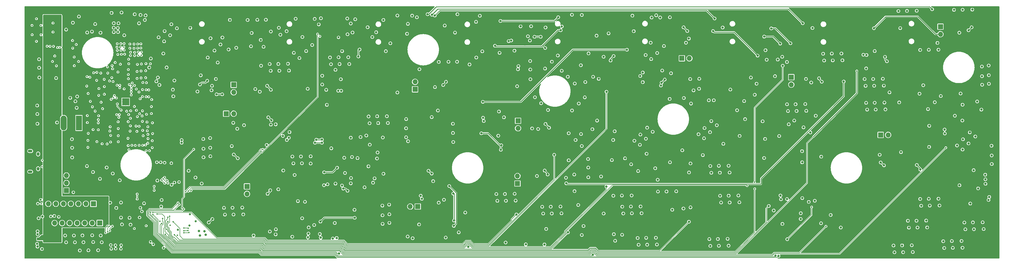
<source format=gbl>
G04 #@! TF.GenerationSoftware,KiCad,Pcbnew,(6.0.10)*
G04 #@! TF.CreationDate,2024-12-22T14:36:44+01:00*
G04 #@! TF.ProjectId,3_12_2024_MainBoardMCUwInstruments,335f3132-5f32-4303-9234-5f4d61696e42,rev?*
G04 #@! TF.SameCoordinates,Original*
G04 #@! TF.FileFunction,Copper,L4,Bot*
G04 #@! TF.FilePolarity,Positive*
%FSLAX46Y46*%
G04 Gerber Fmt 4.6, Leading zero omitted, Abs format (unit mm)*
G04 Created by KiCad (PCBNEW (6.0.10)) date 2024-12-22 14:36:44*
%MOMM*%
%LPD*%
G01*
G04 APERTURE LIST*
G04 #@! TA.AperFunction,ComponentPad*
%ADD10R,1.700000X1.700000*%
G04 #@! TD*
G04 #@! TA.AperFunction,ComponentPad*
%ADD11O,1.700000X1.700000*%
G04 #@! TD*
G04 #@! TA.AperFunction,ComponentPad*
%ADD12O,1.550000X0.890000*%
G04 #@! TD*
G04 #@! TA.AperFunction,ComponentPad*
%ADD13O,0.950000X1.250000*%
G04 #@! TD*
G04 #@! TA.AperFunction,ComponentPad*
%ADD14R,2.020000X5.020000*%
G04 #@! TD*
G04 #@! TA.AperFunction,ComponentPad*
%ADD15O,2.020000X5.020000*%
G04 #@! TD*
G04 #@! TA.AperFunction,ComponentPad*
%ADD16C,0.500000*%
G04 #@! TD*
G04 #@! TA.AperFunction,SMDPad,CuDef*
%ADD17R,2.450000X2.450000*%
G04 #@! TD*
G04 #@! TA.AperFunction,ViaPad*
%ADD18C,0.800000*%
G04 #@! TD*
G04 #@! TA.AperFunction,ViaPad*
%ADD19C,0.500000*%
G04 #@! TD*
G04 #@! TA.AperFunction,ViaPad*
%ADD20C,0.700000*%
G04 #@! TD*
G04 #@! TA.AperFunction,Conductor*
%ADD21C,0.250000*%
G04 #@! TD*
G04 #@! TA.AperFunction,Conductor*
%ADD22C,0.127000*%
G04 #@! TD*
G04 APERTURE END LIST*
D10*
X213350000Y-187800000D03*
D11*
X213350000Y-185260000D03*
D10*
X117450000Y-154365000D03*
D11*
X117450000Y-156905000D03*
D10*
X72170000Y-201200000D03*
D11*
X69630000Y-201200000D03*
X67090000Y-201200000D03*
X64550000Y-201200000D03*
X62010000Y-201200000D03*
X59470000Y-201200000D03*
X56930000Y-201200000D03*
D10*
X178750000Y-155900000D03*
D11*
X178750000Y-153360000D03*
D10*
X268900000Y-145397500D03*
D11*
X271440000Y-145397500D03*
D10*
X70050000Y-194665104D03*
D11*
X67510000Y-194665104D03*
X64970000Y-194665104D03*
X62430000Y-194665104D03*
X59890000Y-194665104D03*
X57350000Y-194665104D03*
X54810000Y-194665104D03*
D10*
X305875000Y-151775000D03*
D11*
X305875000Y-154315000D03*
D12*
X48685000Y-176800000D03*
D13*
X51385000Y-177800000D03*
D12*
X48685000Y-183800000D03*
D13*
X51385000Y-182800000D03*
D10*
X336079000Y-171334000D03*
D11*
X338619000Y-171334000D03*
D14*
X65160000Y-167275000D03*
D15*
X59980000Y-167275000D03*
D10*
X121960000Y-188775000D03*
D11*
X121960000Y-191315000D03*
D10*
X213538000Y-166552000D03*
D11*
X213538000Y-169092000D03*
D16*
X79975000Y-161125000D03*
X80950000Y-159175000D03*
X81925000Y-160150000D03*
X80950000Y-161125000D03*
X80950000Y-160150000D03*
X81925000Y-161125000D03*
X79975000Y-159175000D03*
X79975000Y-160150000D03*
X81925000Y-159175000D03*
D17*
X80950000Y-160150000D03*
D10*
X179669608Y-195592370D03*
D11*
X177129608Y-195592370D03*
D10*
X60930000Y-190165000D03*
D11*
X60930000Y-187625000D03*
X60930000Y-185085000D03*
D10*
X356290000Y-134680000D03*
D11*
X356290000Y-137220000D03*
D10*
X114900000Y-164150000D03*
D11*
X117440000Y-164150000D03*
D18*
X252200000Y-130950000D03*
X260250000Y-130850000D03*
X258350000Y-140100000D03*
X228350000Y-134650000D03*
X231750000Y-130650000D03*
X222700000Y-141900000D03*
X199350000Y-133050000D03*
X200650000Y-131000000D03*
X193050000Y-130450000D03*
X192250000Y-136700000D03*
X168050000Y-132400000D03*
X170400000Y-140300000D03*
X307340000Y-160930000D03*
D19*
X88750000Y-158450000D03*
X84900000Y-147450000D03*
X84450000Y-168350000D03*
D18*
X237220000Y-179500001D03*
X352330000Y-142520000D03*
X51025000Y-208200000D03*
D19*
X76550000Y-148950000D03*
D18*
X131660000Y-167770000D03*
X63460000Y-205410000D03*
X348520000Y-202700000D03*
D19*
X78400000Y-166900000D03*
D18*
X370890000Y-203230000D03*
X272860000Y-156260000D03*
X234840000Y-171055000D03*
X69980000Y-207630000D03*
X233890000Y-195065000D03*
X309532500Y-176837500D03*
X281760000Y-184120000D03*
X176030000Y-137110000D03*
X105750000Y-203860000D03*
D19*
X86150000Y-152050000D03*
D18*
X157430000Y-178830000D03*
X278520000Y-181860000D03*
D19*
X96007724Y-201936894D03*
D18*
X342070001Y-129380000D03*
X319890000Y-146100000D03*
X269427500Y-196257500D03*
X251660000Y-195600000D03*
D19*
X76260452Y-151938960D03*
D18*
X186770000Y-146620000D03*
X345280000Y-200440000D03*
D19*
X69950000Y-169550000D03*
D18*
X224610000Y-195640000D03*
X191525000Y-167563489D03*
X260460000Y-208470000D03*
X192949999Y-146540000D03*
X74523512Y-182386649D03*
D19*
X86150000Y-149700000D03*
D18*
X264905466Y-180625465D03*
X132530000Y-147300000D03*
X117320000Y-167260000D03*
D19*
X86652958Y-163191035D03*
X73754538Y-154989088D03*
D18*
X140170000Y-178640000D03*
X373630000Y-181199999D03*
X176375000Y-173463489D03*
D19*
X81957532Y-164443993D03*
D18*
X370100000Y-162777500D03*
X163390000Y-167380000D03*
X111429800Y-152400000D03*
X214390000Y-134580000D03*
X348180000Y-200400000D03*
D19*
X90050000Y-170900000D03*
D18*
X352482000Y-168279750D03*
D19*
X71225000Y-150150000D03*
D18*
X155070000Y-184220000D03*
X281430000Y-208890000D03*
X265253558Y-150462186D03*
X355270000Y-140180000D03*
D19*
X86650000Y-158350000D03*
D18*
X137255392Y-205812500D03*
D19*
X86700000Y-174850000D03*
D18*
X349430000Y-142560000D03*
X135330000Y-136200000D03*
X166093619Y-177281119D03*
X372630000Y-151110000D03*
X217530000Y-139380000D03*
D19*
X71800000Y-164850000D03*
D18*
X110971026Y-142782405D03*
X52825000Y-198975000D03*
X181034608Y-192992370D03*
X201710000Y-165510000D03*
X349770000Y-195330000D03*
D19*
X82850000Y-156775000D03*
D18*
X116170000Y-132390000D03*
X65143351Y-131253512D03*
X69932405Y-183928974D03*
X252650000Y-136200000D03*
X60490000Y-205410000D03*
X269580000Y-158830000D03*
X156190000Y-145020000D03*
X278031250Y-159615000D03*
X276002500Y-178190000D03*
X315925000Y-201275000D03*
X165873360Y-179321640D03*
X319550000Y-143800000D03*
D19*
X90000000Y-167250000D03*
X88500754Y-172594544D03*
D18*
X94810000Y-148485000D03*
D19*
X74900000Y-150400000D03*
D18*
X107230000Y-176030000D03*
D19*
X80450000Y-155750000D03*
D18*
X222462500Y-208425000D03*
X351800000Y-202660000D03*
X231790000Y-163050000D03*
X136150000Y-149560000D03*
D19*
X73150000Y-162450000D03*
D18*
X371474500Y-186380500D03*
X157630000Y-136650000D03*
X97415000Y-152900000D03*
X310960000Y-163190000D03*
X284700000Y-181780000D03*
X132710000Y-135040000D03*
X154050989Y-188481511D03*
X152250000Y-206225000D03*
X285040000Y-184080000D03*
X95969087Y-137577035D03*
X365769087Y-174217035D03*
X180220000Y-149100000D03*
X51770000Y-151900000D03*
X179350000Y-131510000D03*
D19*
X57000000Y-144600000D03*
D18*
X213680000Y-148042500D03*
X168070000Y-184520000D03*
X107590000Y-204010000D03*
X153670000Y-152473750D03*
X120340000Y-195960000D03*
X258526762Y-145665929D03*
X307680000Y-163230000D03*
X340770000Y-211100000D03*
X57450000Y-152100000D03*
X224971026Y-146532405D03*
X57750000Y-167150000D03*
X132870000Y-149600000D03*
D19*
X84550000Y-155800000D03*
D18*
X249691107Y-179277675D03*
X78950000Y-186700000D03*
X123532500Y-136810000D03*
X235673750Y-202192500D03*
D19*
X50800000Y-139650000D03*
D18*
X128605000Y-174730000D03*
X75717400Y-194284600D03*
X135402662Y-173039572D03*
X135810000Y-147260000D03*
X323170000Y-146060000D03*
D20*
X63280000Y-190780000D03*
D18*
X309995000Y-168785000D03*
X65460000Y-210470000D03*
X278833351Y-166673512D03*
X151840000Y-149303750D03*
X142722600Y-204749400D03*
D19*
X54400000Y-141300000D03*
D18*
X109570000Y-178590000D03*
X142798800Y-202666600D03*
D19*
X86650000Y-156000000D03*
D18*
X270281400Y-140106400D03*
X175700000Y-169113489D03*
X129630000Y-147340000D03*
X346610000Y-208720000D03*
D19*
X69025000Y-159975000D03*
X78650000Y-165400000D03*
D18*
X167700000Y-195290001D03*
D19*
X78350000Y-150050000D03*
D18*
X154095000Y-142965000D03*
D19*
X69725000Y-161825000D03*
D18*
X64390000Y-162180000D03*
X157033619Y-187751119D03*
X206220000Y-191370000D03*
X141951026Y-142952405D03*
X288350000Y-194170000D03*
X180100000Y-201650000D03*
X209460000Y-193630000D03*
X106090000Y-205440000D03*
X363075000Y-157327500D03*
X371424500Y-184810500D03*
X195694608Y-197632370D03*
D19*
X88462785Y-171164401D03*
D18*
X189100000Y-206100000D03*
X143450000Y-178600000D03*
X248630000Y-191890000D03*
D19*
X89300000Y-147250000D03*
X77400000Y-146800000D03*
X63000000Y-139350000D03*
D18*
X237260000Y-182400000D03*
X235080000Y-175080000D03*
X361880000Y-174910000D03*
X261570000Y-131560000D03*
X180664608Y-191922370D03*
X245730001Y-191930000D03*
X151630000Y-201170000D03*
D19*
X78450000Y-169200000D03*
D18*
X262840113Y-141239441D03*
X219261107Y-158577675D03*
X348250000Y-129300000D03*
X109490000Y-172410000D03*
X227890000Y-195600000D03*
X218287600Y-169138600D03*
X63960000Y-159970000D03*
X162730000Y-134860000D03*
X108020000Y-205180000D03*
X342330000Y-160330000D03*
X271812500Y-180990000D03*
X372670000Y-154010000D03*
D19*
X89650000Y-161750000D03*
D18*
X170080000Y-201130000D03*
X315985000Y-178705000D03*
D19*
X86600000Y-166750000D03*
X65000000Y-146450000D03*
D18*
X242483750Y-197972500D03*
D19*
X71919398Y-155621895D03*
D18*
X354360000Y-160260000D03*
X88910000Y-148485000D03*
D19*
X88750000Y-156100000D03*
D20*
X52230000Y-193300000D03*
D19*
X49300000Y-134250000D03*
D18*
X274520000Y-171100000D03*
X82250000Y-199430000D03*
X167780000Y-201470000D03*
X333880000Y-154690000D03*
D19*
X87650000Y-174750000D03*
D18*
X94102325Y-136191106D03*
D19*
X76700000Y-153250000D03*
D18*
X177750000Y-130950000D03*
D19*
X83950000Y-154600000D03*
D18*
X252860000Y-173310000D03*
X112050000Y-146842500D03*
D19*
X83050000Y-174850000D03*
D18*
X337350000Y-160400000D03*
D19*
X89650000Y-164100000D03*
X67800000Y-154800000D03*
D18*
X282170000Y-194250000D03*
X206857600Y-171602400D03*
X153770000Y-156413750D03*
X276386762Y-172485929D03*
X343670000Y-211060000D03*
X60830000Y-207710000D03*
X373550000Y-175020000D03*
X146888200Y-206121000D03*
X296690000Y-179150000D03*
D19*
X88975000Y-176675000D03*
D18*
X255700000Y-153470000D03*
D19*
X73703913Y-152521142D03*
D18*
X91643200Y-186817000D03*
X342954000Y-177174000D03*
X122170000Y-132410000D03*
X357560000Y-209630000D03*
X175750000Y-165988489D03*
X221340000Y-160600000D03*
X364710000Y-203310000D03*
X271710000Y-152430000D03*
X93660000Y-143785000D03*
X149140989Y-188061511D03*
D19*
X81850000Y-152300000D03*
X84600000Y-163000000D03*
D18*
X246210000Y-170125000D03*
X144653000Y-201853800D03*
X310620000Y-160890000D03*
X254117595Y-183591026D03*
D19*
X82552370Y-168278802D03*
D18*
X339075000Y-156935000D03*
X340430000Y-208800000D03*
X302200000Y-191850000D03*
D19*
X81850000Y-149200000D03*
D18*
X226993351Y-144453512D03*
X92080000Y-138270000D03*
X372590000Y-147830000D03*
X124165392Y-205382500D03*
X51100000Y-164280000D03*
X282898750Y-174365000D03*
X260549087Y-143587035D03*
X370370000Y-154350000D03*
D20*
X104600000Y-200600000D03*
D19*
X84900000Y-165150000D03*
X86750000Y-153600000D03*
D18*
X130008974Y-167847595D03*
X346950000Y-211020000D03*
X144820000Y-132050000D03*
X292220000Y-151920000D03*
X230370000Y-151640000D03*
X300385000Y-151442500D03*
X69570000Y-136360000D03*
X164553619Y-187511119D03*
X254882325Y-171231106D03*
X137270000Y-178680000D03*
X199441026Y-145122405D03*
X152790000Y-156383750D03*
X230650000Y-179925000D03*
X107190000Y-172750001D03*
X299950000Y-196925000D03*
X153250000Y-147360000D03*
X56825000Y-198775000D03*
X363760000Y-128950000D03*
X51060000Y-161380001D03*
X62850000Y-175680000D03*
X251910000Y-191850000D03*
D19*
X89750000Y-159350000D03*
D18*
X336820000Y-152350000D03*
D19*
X78050000Y-154500000D03*
D18*
X248720000Y-205160000D03*
D19*
X85850000Y-159100000D03*
D18*
X253940000Y-206250000D03*
X125450000Y-132370000D03*
D19*
X56400000Y-136500000D03*
D18*
X123292500Y-141330000D03*
X62810000Y-172780001D03*
X79375000Y-194259200D03*
D19*
X70150000Y-150300000D03*
D18*
X304780000Y-163270000D03*
X108680000Y-145130000D03*
X141557500Y-193995000D03*
D19*
X81950000Y-145700000D03*
D18*
X117060000Y-196000000D03*
X67853512Y-181906649D03*
X212740000Y-193590000D03*
X249100000Y-197940000D03*
D20*
X58350000Y-199080000D03*
D18*
X196725000Y-209200000D03*
X357220000Y-207330000D03*
X297030000Y-172690000D03*
X334410000Y-162740000D03*
X267010000Y-190450000D03*
X368060113Y-171869441D03*
X254280000Y-208550000D03*
X126700000Y-147900000D03*
D19*
X68000000Y-167150000D03*
D18*
X211250000Y-139362500D03*
X70640000Y-133800000D03*
X129970000Y-149640000D03*
X313800000Y-193637500D03*
X331170000Y-160480000D03*
X51730000Y-148620000D03*
X148940000Y-161163750D03*
D19*
X87700000Y-151950000D03*
X71700000Y-169600000D03*
D18*
X233001106Y-173057675D03*
X260830001Y-190530000D03*
X63800000Y-207710000D03*
X85960000Y-130700000D03*
X352670000Y-195290000D03*
X344970000Y-129340000D03*
D19*
X52300000Y-134250000D03*
D18*
X278860000Y-184160000D03*
X257173351Y-168883512D03*
X152910000Y-145060000D03*
X217730000Y-152470000D03*
X297180000Y-142645000D03*
D19*
X74670000Y-174400000D03*
D18*
X372780750Y-192334250D03*
X330980000Y-154730000D03*
X221710000Y-195680000D03*
X222050000Y-197980000D03*
D20*
X51260000Y-194620000D03*
D18*
X130030000Y-136310000D03*
X284370000Y-206550000D03*
D19*
X82000000Y-147250000D03*
X83875000Y-203025000D03*
D18*
X263730000Y-190490000D03*
X150010000Y-145100000D03*
X165950000Y-165040000D03*
X188770000Y-134320000D03*
X156530000Y-147320000D03*
X120680000Y-198260000D03*
X190050000Y-146580000D03*
D19*
X88400000Y-174150000D03*
D18*
X337690000Y-162700000D03*
D19*
X56550000Y-141350000D03*
D18*
X140680000Y-138160000D03*
X92964000Y-195580000D03*
D19*
X81750000Y-172500000D03*
D18*
X134207500Y-183385000D03*
X260120000Y-206170000D03*
D19*
X52350000Y-137450000D03*
X82175000Y-154300000D03*
D18*
X157083619Y-185941119D03*
X68360000Y-210430000D03*
X278530000Y-208930000D03*
X106636488Y-187813351D03*
X230653512Y-170766649D03*
X248760000Y-195640000D03*
X71640000Y-210390000D03*
D19*
X83175000Y-153750000D03*
D18*
X264770000Y-159150000D03*
X217650000Y-146290001D03*
X93116400Y-193395600D03*
X278190000Y-206630000D03*
X284730000Y-191910000D03*
X245244000Y-179871250D03*
X109530000Y-175690000D03*
D19*
X77850000Y-158850000D03*
D18*
X367610000Y-203270000D03*
D19*
X75600000Y-170000000D03*
D18*
X272000000Y-160740000D03*
X271820000Y-195877500D03*
D19*
X49350000Y-137400000D03*
D18*
X201463351Y-143043512D03*
X113640000Y-138350000D03*
X151850989Y-187841511D03*
X363740000Y-209550000D03*
X51200000Y-203950000D03*
X235093750Y-205232500D03*
X262255000Y-149542500D03*
X62225000Y-158800000D03*
X302830000Y-144890000D03*
D19*
X57550000Y-147950000D03*
D18*
X158520000Y-132190000D03*
X175725000Y-172138489D03*
X255700000Y-150200000D03*
X213240000Y-154842500D03*
X355950000Y-195250000D03*
X222840000Y-134960000D03*
D20*
X90270000Y-208410000D03*
D18*
X333540000Y-152390000D03*
X296180000Y-166730000D03*
D19*
X87850000Y-156050000D03*
D18*
X84000000Y-130475000D03*
X60830000Y-135680000D03*
X51150000Y-209175000D03*
D20*
X92780000Y-180612000D03*
D18*
X63121026Y-133332405D03*
X140587500Y-199565000D03*
X66360000Y-205370000D03*
D19*
X71230000Y-173620000D03*
D18*
X210370000Y-139582500D03*
D19*
X70650000Y-163275000D03*
D18*
X77800200Y-196062600D03*
X367040000Y-128910000D03*
X118650000Y-169250000D03*
X257180000Y-208510000D03*
X67950000Y-136650000D03*
D19*
X56200000Y-146450000D03*
X78450000Y-171600000D03*
D18*
X264850000Y-131520000D03*
D19*
X58700000Y-141700000D03*
X87877645Y-202109215D03*
D18*
X142519400Y-206019400D03*
D19*
X88159038Y-166987876D03*
D18*
X367500000Y-183280000D03*
D19*
X87800000Y-147200000D03*
D18*
X93946762Y-139655929D03*
X288425000Y-171675000D03*
X62890000Y-178960000D03*
X312327500Y-170500000D03*
X282700000Y-134960000D03*
X281420000Y-181820000D03*
X349430000Y-193030000D03*
X212400000Y-191290000D03*
X72530000Y-205410000D03*
X72280000Y-186220000D03*
D19*
X63550000Y-144950000D03*
X82850000Y-157800000D03*
D18*
X104557594Y-185791026D03*
X64580000Y-158320000D03*
D19*
X85500000Y-174850000D03*
D18*
X316650000Y-143840000D03*
X241584000Y-185421250D03*
D19*
X86500000Y-164900000D03*
D18*
X99870625Y-173987500D03*
X154800989Y-179054011D03*
X265667500Y-196687500D03*
X76200000Y-130020000D03*
D19*
X84750000Y-170150000D03*
D18*
X143973351Y-140873512D03*
X363902325Y-172831106D03*
D19*
X88007164Y-164342744D03*
X78850000Y-164450000D03*
X98400000Y-205325000D03*
D18*
X107270000Y-178930000D03*
X357694500Y-169504750D03*
X137610000Y-180980000D03*
X169570000Y-167300000D03*
X274730000Y-155710000D03*
X322830000Y-143760000D03*
X259040113Y-170269441D03*
X255280000Y-197860000D03*
X242460000Y-144860000D03*
X124764800Y-155803600D03*
X167850989Y-172204011D03*
X87700000Y-130870000D03*
D19*
X77925000Y-164475000D03*
X86250000Y-147300000D03*
D18*
X356382325Y-158181107D03*
X343330000Y-208760000D03*
X363400000Y-207250000D03*
X366193351Y-170483512D03*
D20*
X89380000Y-207560000D03*
D18*
X256749087Y-172617035D03*
X331510000Y-162780000D03*
X146920000Y-131850000D03*
X237375000Y-143733574D03*
X302875000Y-201475000D03*
X217690000Y-149190000D03*
D19*
X85500000Y-168400000D03*
D18*
X133250000Y-137400000D03*
X287552500Y-162972500D03*
X342700000Y-135180000D03*
D19*
X72550000Y-150400000D03*
D18*
X370550000Y-200930000D03*
X188494608Y-193292370D03*
X322597500Y-202717500D03*
D20*
X99000000Y-187300000D03*
D19*
X82050000Y-176380000D03*
X89950000Y-173300000D03*
X86855456Y-171607365D03*
D18*
X166290000Y-167340000D03*
X87154489Y-194520841D03*
X142467500Y-155725000D03*
X51690000Y-145720001D03*
X216162500Y-208400000D03*
X115742500Y-142420000D03*
X147960989Y-188371511D03*
X92370000Y-154415000D03*
X316990000Y-146140000D03*
D19*
X82450000Y-170050000D03*
D20*
X85650000Y-199310000D03*
D18*
X256660000Y-144280000D03*
D19*
X63600000Y-147900000D03*
D20*
X102480000Y-202060000D03*
D18*
X224950000Y-197940000D03*
X143459200Y-181051200D03*
X148742400Y-156083000D03*
D19*
X76850000Y-158750000D03*
D18*
X169230000Y-165000000D03*
X260720000Y-186510000D03*
X330640000Y-152430000D03*
D19*
X52450000Y-194665104D03*
D18*
X105225000Y-156625000D03*
X244144800Y-136956800D03*
X197150000Y-147470000D03*
X66700000Y-207670000D03*
D19*
X71700000Y-167250000D03*
D18*
X294140000Y-154000000D03*
X232717595Y-153931026D03*
X223062500Y-203175000D03*
X140510000Y-180940000D03*
D19*
X72650000Y-160250000D03*
X82650000Y-163150000D03*
X63050000Y-141950000D03*
D18*
X278409087Y-170407035D03*
X301782500Y-171707500D03*
D19*
X75900000Y-171500000D03*
D18*
X117400000Y-198300000D03*
X176257500Y-205755000D03*
X79700000Y-201650000D03*
X223687595Y-162891026D03*
X360120000Y-207290000D03*
X352068974Y-162607595D03*
D19*
X84800000Y-149850000D03*
X86700000Y-169800000D03*
D18*
X349200000Y-157385000D03*
X201950000Y-166640000D03*
D19*
X146600000Y-137950000D03*
D18*
X276542325Y-169021106D03*
X170040000Y-198230000D03*
X254940000Y-195560000D03*
X76602405Y-184408974D03*
D19*
X73750000Y-157550000D03*
D18*
X281090000Y-206590000D03*
D19*
X55400000Y-141350000D03*
D18*
X91860000Y-151915000D03*
X367270000Y-200970000D03*
D19*
X87700000Y-149600000D03*
X68200000Y-175550000D03*
D18*
X52670000Y-209980000D03*
X313030000Y-135150000D03*
X209362500Y-207772000D03*
X360860001Y-128990000D03*
D19*
X82900000Y-154950000D03*
D18*
X284710000Y-208850000D03*
X371514500Y-187910500D03*
X168860000Y-142980000D03*
D19*
X56400000Y-133450000D03*
D18*
X370330000Y-151450000D03*
D19*
X68850000Y-151800000D03*
D18*
X280700113Y-168059441D03*
X109982000Y-156235400D03*
D19*
X87850000Y-176700000D03*
X77150000Y-158000000D03*
D18*
X236103351Y-158623512D03*
D19*
X75700000Y-168600000D03*
X82550000Y-165700000D03*
D18*
X157040000Y-172270000D03*
X147390000Y-151283750D03*
X304400000Y-146630000D03*
D19*
X52635000Y-182100000D03*
D18*
X271317500Y-184040000D03*
D19*
X74800000Y-148300000D03*
X79158707Y-147395407D03*
D18*
X228291107Y-149617675D03*
X281830000Y-191950000D03*
X311780000Y-194025000D03*
X170000000Y-194950000D03*
D19*
X78450000Y-173650000D03*
X75850000Y-173750000D03*
D18*
X361161250Y-164838750D03*
X51525000Y-199550000D03*
X191550000Y-170663489D03*
X352469500Y-175404750D03*
X334070000Y-160440000D03*
X164300000Y-138200000D03*
D19*
X87950000Y-153650000D03*
D18*
X258670000Y-131600000D03*
X259917500Y-182620000D03*
X288010000Y-191870000D03*
X213530000Y-149112500D03*
X330230000Y-144180000D03*
D19*
X78975000Y-154550000D03*
D18*
X155830000Y-131900000D03*
X96903022Y-156012867D03*
X87440000Y-132400000D03*
D19*
X75500000Y-153050000D03*
D18*
X254726762Y-174695929D03*
X209120000Y-191330000D03*
X352330000Y-192990000D03*
X364370000Y-201010000D03*
D19*
X67900000Y-151600000D03*
D18*
X157020000Y-133590000D03*
D19*
X76375000Y-147875000D03*
D18*
X355610000Y-142480000D03*
X222680000Y-148880000D03*
X246370000Y-207200000D03*
X165610000Y-136550000D03*
X251770000Y-181300000D03*
X369012000Y-189453000D03*
X72870000Y-207710000D03*
X126590000Y-139160000D03*
X363750000Y-161102500D03*
D19*
X81800000Y-174950000D03*
X83900000Y-161700000D03*
D18*
X363746762Y-176295929D03*
D19*
X85650000Y-164150000D03*
D18*
X72470000Y-136740000D03*
X138027500Y-184905000D03*
X137770000Y-143550000D03*
D19*
X68275000Y-157300000D03*
D18*
X363675000Y-166452500D03*
D19*
X81800000Y-166850000D03*
D18*
X79360000Y-199350000D03*
X146220000Y-133910000D03*
X370290000Y-148170001D03*
X51175000Y-204975000D03*
X252000000Y-197900000D03*
X114160000Y-196040000D03*
X234780000Y-147740000D03*
X160333619Y-172041119D03*
X163050000Y-165080000D03*
D19*
X68000000Y-164800000D03*
D18*
X114500000Y-198340000D03*
D19*
X71850000Y-157950000D03*
D18*
X51140000Y-167560000D03*
D19*
X87850000Y-158400000D03*
D18*
X331187500Y-148815000D03*
D19*
X89950000Y-175650000D03*
D18*
X274770000Y-152340000D03*
X161690989Y-189074011D03*
D19*
X64250000Y-140700000D03*
D18*
X162993619Y-181991119D03*
X158260000Y-196720000D03*
X290260000Y-166000000D03*
X366362000Y-194603000D03*
X167740000Y-198570000D03*
X306885000Y-166485000D03*
X98260113Y-135229441D03*
D19*
X50800000Y-132000000D03*
D18*
X304440000Y-160970000D03*
X120960000Y-168040000D03*
X240080000Y-137730000D03*
X146558000Y-204876400D03*
X127540000Y-141510000D03*
D19*
X88250000Y-169949412D03*
D18*
X302375000Y-193150000D03*
X256976329Y-177743174D03*
X150350000Y-147400000D03*
X186450000Y-163088489D03*
X138390000Y-131980000D03*
X254850000Y-151380000D03*
X217950000Y-134560000D03*
X345620000Y-202740000D03*
X99850000Y-173100000D03*
D20*
X55670000Y-198940000D03*
D19*
X85450000Y-156800000D03*
X78950000Y-155350000D03*
D18*
X357744500Y-170854750D03*
D19*
X71150000Y-152850000D03*
X71725000Y-166175000D03*
D18*
X351460000Y-200360000D03*
X102790000Y-135090000D03*
X234081026Y-160702405D03*
X109640000Y-138620000D03*
D19*
X82850000Y-155850000D03*
D18*
X112993351Y-140703512D03*
X360460000Y-209590000D03*
X310845200Y-152374600D03*
X128349999Y-132330000D03*
X191650000Y-173738489D03*
X238680000Y-169395000D03*
X102210000Y-183500000D03*
D19*
X57950000Y-141750000D03*
X68300000Y-170800000D03*
D20*
X96390000Y-180920000D03*
D18*
X285070000Y-194210000D03*
D19*
X84200000Y-174900000D03*
D20*
X97440000Y-187450000D03*
D19*
X81300000Y-163300000D03*
D18*
X110134400Y-154711400D03*
X355610000Y-192950000D03*
X373590000Y-178300000D03*
X228230000Y-197900000D03*
D19*
X52784966Y-179962500D03*
X68200000Y-173200000D03*
X84800000Y-152200000D03*
D20*
X94118817Y-180735364D03*
D18*
X69640000Y-205330000D03*
X207100000Y-163420000D03*
X237300000Y-185680000D03*
D19*
X92525000Y-200575000D03*
D18*
X184375000Y-165313489D03*
X240800000Y-152360000D03*
X337160000Y-154650000D03*
X245700000Y-173045000D03*
X96393351Y-133843512D03*
X279676250Y-159597500D03*
X82590000Y-201730000D03*
X216890000Y-137930000D03*
X139660000Y-145300000D03*
X256840000Y-206210000D03*
X97047701Y-158247299D03*
D19*
X76050000Y-159300000D03*
D18*
X293540000Y-157750000D03*
X245920000Y-204960000D03*
D19*
X88450129Y-168595205D03*
D18*
X289948750Y-159887500D03*
D19*
X73000000Y-174350000D03*
D18*
X206560000Y-193670000D03*
X79575000Y-129900000D03*
D19*
X81850000Y-150900000D03*
D18*
X333830000Y-135205000D03*
X218059231Y-168010769D03*
X232940000Y-188985000D03*
D19*
X74810000Y-178250000D03*
D18*
X116280000Y-190810000D03*
D19*
X73340000Y-179380000D03*
X72100000Y-179380000D03*
X77640000Y-177090000D03*
D18*
X132497500Y-191970000D03*
X117270000Y-190030000D03*
X215840000Y-140702500D03*
X126270000Y-154530000D03*
X133285000Y-173150000D03*
X269210000Y-138727500D03*
X152500000Y-140000000D03*
D19*
X73440000Y-178260000D03*
D18*
X332229799Y-138504799D03*
X137980000Y-162980000D03*
X139100000Y-163490000D03*
X312567500Y-151632500D03*
X138750000Y-161930000D03*
X114170000Y-187170000D03*
X129695392Y-205377500D03*
D19*
X72150000Y-177140000D03*
D18*
X141970000Y-165260000D03*
X112290000Y-187540000D03*
X307075000Y-199825000D03*
X280536250Y-158212000D03*
X217270000Y-184366231D03*
X140700000Y-166320000D03*
D19*
X74760000Y-177130000D03*
D18*
X113510000Y-187960000D03*
X184274608Y-189847370D03*
D19*
X79110000Y-178160000D03*
D18*
X157370989Y-177594011D03*
D19*
X72200000Y-178260000D03*
D18*
X270410000Y-141192500D03*
X336719000Y-175849000D03*
X182924608Y-187022370D03*
X123740000Y-156240000D03*
X118139500Y-172812750D03*
X135227500Y-191115000D03*
D19*
X77690000Y-178210000D03*
X79060000Y-177040000D03*
D18*
X119029500Y-175422750D03*
D19*
X71020000Y-178240000D03*
D18*
X140640000Y-165150000D03*
X262955201Y-180617701D03*
X185470000Y-153220000D03*
X234710000Y-169895000D03*
D19*
X76060000Y-179370000D03*
D18*
X360252500Y-135577500D03*
X140250000Y-162760000D03*
D19*
X76110000Y-177130000D03*
D18*
X297485000Y-141522500D03*
X364677000Y-192748000D03*
X190853964Y-192836613D03*
X182725000Y-154400000D03*
D19*
X73390000Y-177140000D03*
X76160000Y-178250000D03*
X74810000Y-176030000D03*
D18*
X309917500Y-152842500D03*
D19*
X77690000Y-175990000D03*
X76160000Y-176030000D03*
D18*
X337869000Y-178059000D03*
D19*
X74710000Y-179370000D03*
D18*
X209450000Y-148482500D03*
D19*
X79110000Y-175940000D03*
D18*
X265035000Y-151437500D03*
X113480000Y-186470000D03*
X346125000Y-158185000D03*
X220030000Y-183351731D03*
X206000000Y-161040000D03*
D19*
X73440000Y-176040000D03*
D18*
X116520000Y-189260000D03*
X110340000Y-148150000D03*
D19*
X71020000Y-176020000D03*
D18*
X115100000Y-190690000D03*
X150850353Y-158596711D03*
X123512500Y-139570000D03*
X300558750Y-169931250D03*
X166793619Y-180531119D03*
D19*
X79010000Y-179280000D03*
D18*
X236260000Y-149132500D03*
X363027500Y-134527500D03*
D19*
X70920000Y-179360000D03*
X72200000Y-176040000D03*
D18*
X123750000Y-155090000D03*
D19*
X77590000Y-179330000D03*
D18*
X141670000Y-164010000D03*
X178670000Y-130470000D03*
D19*
X70970000Y-177120000D03*
D18*
X220338000Y-167077000D03*
X108525000Y-153017500D03*
X106050000Y-154250000D03*
D19*
X82600000Y-143310000D03*
D18*
X269066316Y-176549086D03*
X91350000Y-153200000D03*
X304450000Y-193075000D03*
X314135000Y-164845000D03*
D19*
X79240000Y-141570000D03*
D18*
X150450989Y-175894011D03*
X372537000Y-193353000D03*
X362717000Y-188398000D03*
D19*
X80450000Y-142620000D03*
D18*
X271275000Y-138727500D03*
X177932500Y-206325000D03*
X305032500Y-167757500D03*
X368700000Y-160002500D03*
X150926800Y-206441500D03*
X163449119Y-174641119D03*
X219947701Y-185250731D03*
X162283619Y-171541119D03*
D19*
X82380000Y-140550000D03*
D18*
X229740000Y-185840000D03*
X89460000Y-145485000D03*
D19*
X82570000Y-144430000D03*
D18*
X155930000Y-137250000D03*
D19*
X80330000Y-141540000D03*
X83970000Y-144470000D03*
X85190000Y-144420000D03*
X86090000Y-140510000D03*
D18*
X131715392Y-203327500D03*
D19*
X80600000Y-143990000D03*
D18*
X285312500Y-155978000D03*
D19*
X78290000Y-144070000D03*
D18*
X235110000Y-130720000D03*
X208790000Y-165390000D03*
X312607500Y-153582500D03*
X126270000Y-156700000D03*
D19*
X79330000Y-140430000D03*
D18*
X176320000Y-133730000D03*
D19*
X80420000Y-140400000D03*
D18*
X185470000Y-155145000D03*
X116787451Y-175135299D03*
D19*
X83780000Y-142000000D03*
D18*
X212340000Y-142802500D03*
D19*
X85000000Y-141950000D03*
D18*
X132517500Y-189775000D03*
X139157500Y-193765000D03*
D19*
X79360000Y-142650000D03*
D18*
X335739000Y-178059000D03*
X301325000Y-145832500D03*
X147380000Y-154283750D03*
X309552500Y-180632500D03*
X240280000Y-166495000D03*
D19*
X86090000Y-141920000D03*
D18*
X319197500Y-198467500D03*
D19*
X86280000Y-144390000D03*
X78140000Y-142700000D03*
D18*
X165083619Y-186061119D03*
X85450000Y-133560000D03*
X184849608Y-186997370D03*
X159303619Y-179191119D03*
X238930000Y-151660000D03*
D19*
X78020000Y-141620000D03*
D18*
X207290000Y-143552500D03*
X118332500Y-141810000D03*
X362652990Y-136716303D03*
D19*
X85000000Y-140540000D03*
X82380000Y-141960000D03*
X85220000Y-143300000D03*
D18*
X220329231Y-169335769D03*
X309080000Y-197860000D03*
D19*
X83780000Y-140590000D03*
D18*
X334080000Y-142955000D03*
D19*
X86310000Y-143270000D03*
D18*
X106340000Y-151172500D03*
X193500000Y-204350000D03*
X350475000Y-154510000D03*
X186722701Y-194282701D03*
D19*
X78110000Y-140480000D03*
D18*
X136320000Y-170385000D03*
X261831680Y-154623473D03*
D19*
X84000000Y-143350000D03*
X79510000Y-144020000D03*
D20*
X54575000Y-132175000D03*
X85930000Y-196010000D03*
X53500000Y-132200000D03*
X70510000Y-199220000D03*
X91490000Y-180612000D03*
D18*
X58300000Y-185025000D03*
D20*
X68700000Y-196400000D03*
X58275000Y-132275000D03*
X56210000Y-207040000D03*
X56975000Y-132275000D03*
X93760000Y-209610000D03*
X102700000Y-198213000D03*
X54720000Y-185020000D03*
X71730000Y-193840000D03*
X53475000Y-131100000D03*
X55900000Y-131150000D03*
X56780000Y-185020000D03*
X77570000Y-209880000D03*
X79340000Y-209900000D03*
X54650000Y-131125000D03*
X76080000Y-209930000D03*
X98627000Y-203428457D03*
X58225000Y-131175000D03*
D18*
X53800000Y-205670000D03*
X52190000Y-206390000D03*
D20*
X71680000Y-196240000D03*
X72140000Y-199110000D03*
X86430000Y-197250000D03*
D18*
X309600000Y-192750000D03*
D20*
X75910000Y-208620000D03*
X55675000Y-132200000D03*
D18*
X70080000Y-196530000D03*
D20*
X72050000Y-195080000D03*
D18*
X74495000Y-201100000D03*
D20*
X77490000Y-208680000D03*
X56900000Y-131175000D03*
X74000000Y-199420000D03*
D18*
X96470000Y-188230000D03*
D20*
X79440000Y-208690000D03*
D18*
X54975000Y-205950000D03*
X232540000Y-184760000D03*
X76950000Y-133500000D03*
X78300000Y-135125000D03*
X236280000Y-153420000D03*
X331305000Y-144305000D03*
D20*
X152880000Y-138310000D03*
D18*
X76900000Y-135050000D03*
X134100500Y-171685000D03*
X232640000Y-190385000D03*
X80475000Y-137600000D03*
X131645392Y-205027500D03*
X76950000Y-136525000D03*
X78400000Y-136500000D03*
X136075000Y-172300000D03*
X129675392Y-204077500D03*
X78510000Y-133530000D03*
X309050000Y-199800000D03*
X297565000Y-145872500D03*
X113574000Y-157600000D03*
X111675500Y-157600000D03*
X349500000Y-183090000D03*
X348310000Y-181530000D03*
X296725000Y-138050000D03*
X302125000Y-140425000D03*
X305582119Y-140307521D03*
X299100000Y-135275000D03*
X245840000Y-144610000D03*
X244820000Y-146120000D03*
X145375500Y-172959114D03*
X147275000Y-172925000D03*
X154474119Y-189525000D03*
X155923619Y-190251119D03*
X172775000Y-130900000D03*
X172775000Y-157000000D03*
D19*
X102050000Y-202925000D03*
X100635000Y-202875000D03*
X95250000Y-187650000D03*
X93575000Y-186175000D03*
X94126414Y-187690659D03*
X93066452Y-186655295D03*
X90575000Y-188723500D03*
X90575000Y-190126500D03*
X94109345Y-185723583D03*
X94983536Y-186833536D03*
X75575000Y-203813000D03*
X76465000Y-202260000D03*
D18*
X205750000Y-141150000D03*
X227950000Y-135900000D03*
X250350000Y-142500000D03*
X201650000Y-160150000D03*
X191650000Y-191225000D03*
X191900500Y-200350000D03*
X109025000Y-200975000D03*
X110250036Y-199849964D03*
X301575000Y-212325000D03*
D19*
X98661986Y-194367979D03*
X312750000Y-195775000D03*
D18*
X304525000Y-206650000D03*
D19*
X90175000Y-198325000D03*
X358100000Y-175675000D03*
X290950000Y-188525000D03*
X95200679Y-200673828D03*
X94796670Y-203260615D03*
D18*
X230425000Y-204350000D03*
D19*
X317600000Y-202275000D03*
X93085042Y-201350000D03*
D18*
X129137701Y-165362701D03*
X130174598Y-166375000D03*
D19*
X99050000Y-194950000D03*
D18*
X300500000Y-212237000D03*
D19*
X91600000Y-198125000D03*
D18*
X298275000Y-195400000D03*
D19*
X103950000Y-176225000D03*
X100050000Y-196000000D03*
X126712254Y-176862254D03*
X102100000Y-190400000D03*
X127324754Y-176249754D03*
X101187254Y-190587254D03*
D18*
X229850000Y-187750000D03*
X323600000Y-153250000D03*
X271290000Y-200727500D03*
D19*
X95199586Y-199272726D03*
X94390500Y-204975000D03*
D18*
X302965000Y-147895000D03*
D19*
X293444596Y-187375500D03*
X293525000Y-189605000D03*
D18*
X279430000Y-136170000D03*
X294487500Y-144487500D03*
X243418688Y-188818688D03*
D19*
X95768638Y-198865932D03*
D18*
X243425000Y-156750000D03*
D19*
X97425000Y-205150000D03*
X328025000Y-149675000D03*
X93425000Y-199675000D03*
X100569683Y-196468225D03*
D18*
X238800000Y-211910000D03*
D19*
X97000000Y-200775000D03*
D18*
X225750000Y-178075000D03*
X153050000Y-211500000D03*
D19*
X89399754Y-197624754D03*
X90150000Y-197600000D03*
D18*
X212999964Y-198274964D03*
D19*
X145825000Y-137200000D03*
X102987746Y-190237746D03*
D18*
X144925500Y-174000000D03*
X147274500Y-173975000D03*
X158350000Y-199425000D03*
X146775000Y-200700000D03*
D19*
X84850000Y-191358000D03*
X84850000Y-193050000D03*
D18*
X188250201Y-154449799D03*
X189212299Y-153362701D03*
D19*
X74150000Y-204467000D03*
X74728127Y-202214402D03*
X75425000Y-202275000D03*
X74875000Y-204140000D03*
X100624638Y-204474425D03*
X102338000Y-204425000D03*
X79408514Y-162940349D03*
X78125578Y-160828547D03*
D18*
X263117299Y-152600201D03*
X262045000Y-153647000D03*
X227110000Y-131480000D03*
X207600000Y-132740000D03*
X221200000Y-138100000D03*
X219100500Y-138125000D03*
X338180000Y-146400000D03*
X337560000Y-144915500D03*
X201150000Y-170800000D03*
X207740000Y-176380000D03*
X207870000Y-174825500D03*
X118829500Y-179227750D03*
X117479500Y-177977750D03*
X130025000Y-156050000D03*
X128775000Y-154725000D03*
X160000000Y-142400000D03*
X159600000Y-144775000D03*
X337209000Y-181659000D03*
X336081701Y-180671701D03*
X315260201Y-152165201D03*
X316164799Y-153309799D03*
X269490000Y-134912500D03*
X270740000Y-136152500D03*
X224024231Y-168885769D03*
X222834231Y-167615769D03*
X366809799Y-134885201D03*
X365772701Y-135897299D03*
X223550000Y-184756231D03*
X222540000Y-183426231D03*
X190290251Y-188639749D03*
X191850000Y-202150000D03*
X152400000Y-182450000D03*
X148012607Y-184007206D03*
X183299608Y-183472370D03*
X184374408Y-184447170D03*
X128917500Y-191300000D03*
X129804799Y-190087701D03*
X353480000Y-128790000D03*
X279970000Y-131910000D03*
X185420000Y-130910000D03*
X182970000Y-130450000D03*
X309730000Y-133540000D03*
X184425000Y-130625000D03*
D19*
X101988000Y-203725000D03*
X100635000Y-203775000D03*
D21*
X222700000Y-141900000D02*
X222025000Y-141225000D01*
X222025000Y-141225000D02*
X222025000Y-140925000D01*
X221522500Y-141427500D02*
X222025000Y-140925000D01*
X222025000Y-140925000D02*
X222500000Y-140450000D01*
X348670000Y-131290000D02*
X337745000Y-131290000D01*
X337745000Y-131290000D02*
X333830000Y-135205000D01*
X354600000Y-137220000D02*
X348670000Y-131290000D01*
X356290000Y-137220000D02*
X354600000Y-137220000D01*
X106600000Y-153700000D02*
X107842500Y-153700000D01*
X106050000Y-154250000D02*
X106600000Y-153700000D01*
X107842500Y-153700000D02*
X108525000Y-153017500D01*
X113574000Y-157600000D02*
X111675500Y-157600000D01*
X349500000Y-182720000D02*
X348310000Y-181530000D01*
X349500000Y-183090000D02*
X349500000Y-182720000D01*
X302125000Y-140425000D02*
X299750000Y-138050000D01*
X299750000Y-138050000D02*
X296725000Y-138050000D01*
X299100000Y-135275000D02*
X300549598Y-135275000D01*
X300549598Y-135275000D02*
X305582119Y-140307521D01*
X244820000Y-146120000D02*
X244820000Y-145630000D01*
X244820000Y-145630000D02*
X245840000Y-144610000D01*
X145375500Y-172959114D02*
X147240886Y-172959114D01*
X147240886Y-172959114D02*
X147275000Y-172925000D01*
X154474119Y-189525000D02*
X155197500Y-189525000D01*
X155197500Y-189525000D02*
X155923619Y-190251119D01*
D22*
X102050000Y-202925000D02*
X102000000Y-202875000D01*
X102000000Y-202875000D02*
X100635000Y-202875000D01*
X95050000Y-187650000D02*
X93575000Y-186175000D01*
X95250000Y-187650000D02*
X95050000Y-187650000D01*
X93066452Y-186655295D02*
X93091050Y-186655295D01*
X93091050Y-186655295D02*
X94126414Y-187690659D01*
X90575000Y-188723500D02*
X90575000Y-190126500D01*
X94983536Y-186833536D02*
X94109345Y-185959345D01*
X94109345Y-185959345D02*
X94109345Y-185723583D01*
X75575000Y-203813000D02*
X75575000Y-203150000D01*
X75575000Y-203150000D02*
X76465000Y-202260000D01*
D21*
X205750000Y-141150000D02*
X206027500Y-141427500D01*
X206027500Y-141427500D02*
X221522500Y-141427500D01*
X222500000Y-140450000D02*
X227050000Y-135900000D01*
X227050000Y-135900000D02*
X227950000Y-135900000D01*
X201650000Y-160150000D02*
X214400000Y-160150000D01*
X214400000Y-160150000D02*
X223750000Y-150800000D01*
X223750000Y-150800000D02*
X232050000Y-142500000D01*
X232050000Y-142500000D02*
X250350000Y-142500000D01*
X192000000Y-200250500D02*
X192000000Y-191300000D01*
X191900500Y-200350000D02*
X192000000Y-200250500D01*
X192000000Y-191300000D02*
X191925000Y-191225000D01*
X191925000Y-191225000D02*
X191650000Y-191225000D01*
X110250036Y-199849964D02*
X109125000Y-200975000D01*
X109125000Y-200975000D02*
X109025000Y-200975000D01*
D22*
X90592000Y-201079448D02*
X88232254Y-198719702D01*
X301575000Y-212325000D02*
X301000000Y-212900000D01*
X125985773Y-211183000D02*
X96570656Y-211183000D01*
X90592000Y-205204344D02*
X90592000Y-201079448D01*
X312750000Y-198425000D02*
X312750000Y-195775000D01*
X126812273Y-212009500D02*
X125985773Y-211183000D01*
X96608965Y-196421000D02*
X98661986Y-194367979D01*
X152550000Y-212900000D02*
X151659500Y-212009500D01*
X88952413Y-196421000D02*
X96608965Y-196421000D01*
X88232254Y-198719702D02*
X88232254Y-197141159D01*
X301000000Y-212900000D02*
X152550000Y-212900000D01*
X88232254Y-197141159D02*
X88952413Y-196421000D01*
X96570656Y-211183000D02*
X90592000Y-205204344D01*
X151659500Y-212009500D02*
X126812273Y-212009500D01*
X304525000Y-206650000D02*
X312750000Y-198425000D01*
X91900000Y-200050000D02*
X91900000Y-204598043D01*
X299552669Y-212246000D02*
X300225169Y-211573500D01*
X322201500Y-211573500D02*
X358100000Y-175675000D01*
X97176957Y-209875000D02*
X126527565Y-209875000D01*
X300225169Y-211573500D02*
X322201500Y-211573500D01*
X238525169Y-211246500D02*
X239096500Y-211246500D01*
X240096000Y-212246000D02*
X299552669Y-212246000D01*
X90175000Y-198325000D02*
X91900000Y-200050000D01*
X127354065Y-210701500D02*
X153201500Y-210701500D01*
X154419000Y-211919000D02*
X237852669Y-211919000D01*
X239096500Y-211246500D02*
X240096000Y-212246000D01*
X237852669Y-211919000D02*
X238525169Y-211246500D01*
X153201500Y-210701500D02*
X154419000Y-211919000D01*
X91900000Y-204598043D02*
X97176957Y-209875000D01*
X126527565Y-209875000D02*
X127354065Y-210701500D01*
X245498169Y-188338500D02*
X229761500Y-204075169D01*
X290763500Y-188338500D02*
X245498169Y-188338500D01*
X94783885Y-202483885D02*
X94775000Y-202483885D01*
X155367136Y-209630000D02*
X154149636Y-208412500D01*
X128302201Y-208412500D02*
X127475701Y-207586000D01*
X96073000Y-204360448D02*
X95423000Y-203710448D01*
X196061500Y-208938500D02*
X195370000Y-209630000D01*
X154149636Y-208412500D02*
X128302201Y-208412500D01*
X95200679Y-200802425D02*
X95200679Y-200673828D01*
X98209905Y-207586000D02*
X96073000Y-205449095D01*
X127475701Y-207586000D02*
X98209905Y-207586000D01*
X195370000Y-209630000D02*
X155367136Y-209630000D01*
X224682552Y-209630000D02*
X198093331Y-209630000D01*
X94775000Y-202483885D02*
X94775000Y-201228104D01*
X94775000Y-201228104D02*
X95200679Y-200802425D01*
X196061500Y-208925169D02*
X196061500Y-208938500D01*
X95423000Y-203123000D02*
X94783885Y-202483885D01*
X196450169Y-208536500D02*
X196061500Y-208925169D01*
X196999831Y-208536500D02*
X196450169Y-208536500D01*
X95423000Y-203710448D02*
X95423000Y-203123000D01*
X198093331Y-209630000D02*
X196999831Y-208536500D01*
X229761500Y-204075169D02*
X229761500Y-204551052D01*
X229761500Y-204551052D02*
X224682552Y-209630000D01*
X96073000Y-205449095D02*
X96073000Y-204360448D01*
X290950000Y-188525000D02*
X290763500Y-188338500D01*
X224818000Y-209957000D02*
X230425000Y-204350000D01*
X128166753Y-208739500D02*
X154014188Y-208739500D01*
X95746000Y-204495897D02*
X95746000Y-205584543D01*
X94796670Y-203260615D02*
X95096000Y-203559945D01*
X95746000Y-205584543D02*
X98074457Y-207913000D01*
X155231688Y-209957000D02*
X224818000Y-209957000D01*
X98074457Y-207913000D02*
X127340253Y-207913000D01*
X127340253Y-207913000D02*
X128166753Y-208739500D01*
X95096000Y-203845896D02*
X95746000Y-204495897D01*
X154014188Y-208739500D02*
X155231688Y-209957000D01*
X95096000Y-203559945D02*
X95096000Y-203845896D01*
X127489513Y-210374500D02*
X153336948Y-210374500D01*
X299417221Y-211919000D02*
X300089721Y-211246500D01*
X238389721Y-210919500D02*
X239231948Y-210919500D01*
X153336948Y-210374500D02*
X154554448Y-211592000D01*
X308628500Y-211246500D02*
X317600000Y-202275000D01*
X92602000Y-201833042D02*
X92602000Y-204837595D01*
X126663013Y-209548000D02*
X127489513Y-210374500D01*
X154554448Y-211592000D02*
X237717221Y-211592000D01*
X92602000Y-204837595D02*
X97312405Y-209548000D01*
X97312405Y-209548000D02*
X126663013Y-209548000D01*
X240231448Y-211919000D02*
X299417221Y-211919000D01*
X300089721Y-211246500D02*
X308628500Y-211246500D01*
X93085042Y-201350000D02*
X92602000Y-201833042D01*
X237717221Y-211592000D02*
X238389721Y-210919500D01*
X239231948Y-210919500D02*
X240231448Y-211919000D01*
D21*
X129162299Y-165362701D02*
X130174598Y-166375000D01*
X129137701Y-165362701D02*
X129162299Y-165362701D01*
D22*
X88559254Y-197276607D02*
X89087861Y-196748000D01*
X152685448Y-212573000D02*
X151794948Y-211682500D01*
X96706104Y-210856000D02*
X90919000Y-205068896D01*
X126121221Y-210856000D02*
X96706104Y-210856000D01*
X126947721Y-211682500D02*
X126121221Y-210856000D01*
X88559254Y-198584254D02*
X88559254Y-197276607D01*
X97252000Y-196748000D02*
X99050000Y-194950000D01*
X300500000Y-212237000D02*
X300164000Y-212573000D01*
X90919000Y-200944000D02*
X88559254Y-198584254D01*
X89087861Y-196748000D02*
X97252000Y-196748000D01*
X300164000Y-212573000D02*
X152685448Y-212573000D01*
X90919000Y-205068896D02*
X90919000Y-200944000D01*
X151794948Y-211682500D02*
X126947721Y-211682500D01*
X297450000Y-196225000D02*
X298275000Y-195400000D01*
X154825344Y-210938000D02*
X237446325Y-210938000D01*
X94121000Y-198996000D02*
X94121000Y-202679000D01*
X153607844Y-209720500D02*
X154825344Y-210938000D01*
X93800000Y-203000000D02*
X93800000Y-205110699D01*
X97583301Y-208894000D02*
X126933909Y-208894000D01*
X287072448Y-211265000D02*
X297450000Y-200887448D01*
X127760409Y-209720500D02*
X153607844Y-209720500D01*
X238118825Y-210265500D02*
X239502844Y-210265500D01*
X297450000Y-200887448D02*
X297450000Y-196225000D01*
X237446325Y-210938000D02*
X238118825Y-210265500D01*
X93250000Y-198125000D02*
X94121000Y-198996000D01*
X93800000Y-205110699D02*
X97583301Y-208894000D01*
X91600000Y-198125000D02*
X93250000Y-198125000D01*
X239502844Y-210265500D02*
X240502344Y-211265000D01*
X94121000Y-202679000D02*
X93800000Y-203000000D01*
X126933909Y-208894000D02*
X127760409Y-209720500D01*
X240502344Y-211265000D02*
X287072448Y-211265000D01*
X100675000Y-190373309D02*
X100675000Y-179500000D01*
X100050000Y-196000000D02*
X100050000Y-192975000D01*
X100050000Y-192975000D02*
X100675000Y-192350000D01*
X100675000Y-192350000D02*
X100675000Y-190801199D01*
X100673754Y-190374555D02*
X100675000Y-190373309D01*
X100673754Y-190799953D02*
X100673754Y-190374555D01*
X100675000Y-190801199D02*
X100673754Y-190799953D01*
X100675000Y-179500000D02*
X103950000Y-176225000D01*
X114222508Y-189352000D02*
X126712254Y-176862254D01*
X102100000Y-190400000D02*
X103148000Y-189352000D01*
X103148000Y-189352000D02*
X114222508Y-189352000D01*
X101187254Y-190463364D02*
X102625618Y-189025000D01*
X126598555Y-176249754D02*
X127324754Y-176249754D01*
X101187254Y-190587254D02*
X101187254Y-190463364D01*
X114087060Y-189025000D02*
X126198754Y-176913306D01*
X126198754Y-176913306D02*
X126198754Y-176649555D01*
X102625618Y-189025000D02*
X114087060Y-189025000D01*
X126198754Y-176649555D02*
X126598555Y-176249754D01*
D21*
X229850000Y-187750000D02*
X230050000Y-187950000D01*
X295675000Y-187950000D02*
X295675000Y-186127195D01*
X295675000Y-186127195D02*
X323600000Y-158202195D01*
X323600000Y-158202195D02*
X323600000Y-153250000D01*
X230050000Y-187950000D02*
X295675000Y-187950000D01*
D22*
X153878740Y-209066500D02*
X155096240Y-210284000D01*
X127204805Y-208240000D02*
X128031305Y-209066500D01*
X239773740Y-209611500D02*
X240773240Y-210611000D01*
X94283170Y-203047916D02*
X94283170Y-204141971D01*
X94448000Y-202883086D02*
X94283170Y-203047916D01*
X94283170Y-204141971D02*
X95419000Y-205277801D01*
X95125000Y-199347312D02*
X95125000Y-199775000D01*
X237847929Y-209611500D02*
X239773740Y-209611500D01*
X155096240Y-210284000D02*
X237175429Y-210284000D01*
X95419000Y-205277801D02*
X95419000Y-205719991D01*
X97939009Y-208240000D02*
X127204805Y-208240000D01*
X94448000Y-200452000D02*
X94448000Y-202883086D01*
X128031305Y-209066500D02*
X153878740Y-209066500D01*
X95419000Y-205719991D02*
X97939009Y-208240000D01*
X261406500Y-210611000D02*
X271290000Y-200727500D01*
X95125000Y-199775000D02*
X94448000Y-200452000D01*
X95199586Y-199272726D02*
X95125000Y-199347312D01*
X240773240Y-210611000D02*
X261406500Y-210611000D01*
X237175429Y-210284000D02*
X237847929Y-209611500D01*
X237310877Y-210611000D02*
X237983377Y-209938500D01*
X153743292Y-209393500D02*
X154960792Y-210611000D01*
X293525000Y-189605000D02*
X293525000Y-204325000D01*
X127069357Y-208567000D02*
X127895857Y-209393500D01*
X94390500Y-205153939D02*
X97803561Y-208567000D01*
X293525000Y-204325000D02*
X291648000Y-206202000D01*
X240637792Y-210938000D02*
X286933000Y-210938000D01*
X239638292Y-209938500D02*
X240637792Y-210938000D01*
X302965000Y-152660000D02*
X302965000Y-147895000D01*
X293444596Y-187375500D02*
X293550000Y-187270096D01*
X293550000Y-187270096D02*
X293550000Y-162075000D01*
X293550000Y-162075000D02*
X302965000Y-152660000D01*
X237983377Y-209938500D02*
X239638292Y-209938500D01*
X127895857Y-209393500D02*
X153743292Y-209393500D01*
X97803561Y-208567000D02*
X127069357Y-208567000D01*
X94390500Y-204975000D02*
X94390500Y-205153939D01*
X286933000Y-210938000D02*
X291648000Y-206223000D01*
X154960792Y-210611000D02*
X237310877Y-210611000D01*
D21*
X279430000Y-136170000D02*
X279860000Y-136600000D01*
X279860000Y-136600000D02*
X286600000Y-136600000D01*
X286600000Y-136600000D02*
X294487500Y-144487500D01*
D22*
X195734500Y-208803052D02*
X195734500Y-208789721D01*
X96400000Y-204225000D02*
X96400000Y-205313647D01*
X224547104Y-209303000D02*
X229434500Y-204415604D01*
X96400000Y-205313647D02*
X97076853Y-205990500D01*
X95768638Y-200831362D02*
X95167224Y-201432776D01*
X243418688Y-189955533D02*
X243418688Y-188818688D01*
X98592000Y-207259000D02*
X127611149Y-207259000D01*
X128437649Y-208085500D02*
X154285084Y-208085500D01*
X155502584Y-209303000D02*
X195234552Y-209303000D01*
X154285084Y-208085500D02*
X155502584Y-209303000D01*
X195234552Y-209303000D02*
X195734500Y-208803052D01*
X97323500Y-205990500D02*
X98592000Y-207259000D01*
X197135279Y-208209500D02*
X198228779Y-209303000D01*
X127611149Y-207259000D02*
X128437649Y-208085500D01*
X195734500Y-208789721D02*
X196314721Y-208209500D01*
X95750000Y-203575000D02*
X96400000Y-204225000D01*
X95167224Y-201432776D02*
X95167224Y-202404776D01*
X229434500Y-204415604D02*
X229434500Y-203939721D01*
X229434500Y-203939721D02*
X243418688Y-189955533D01*
X95768638Y-198865932D02*
X95768638Y-200831362D01*
X198228779Y-209303000D02*
X224547104Y-209303000D01*
X196314721Y-208209500D02*
X197135279Y-208209500D01*
X97076853Y-205990500D02*
X97323500Y-205990500D01*
X95167224Y-202404776D02*
X95750000Y-202987552D01*
X95750000Y-202987552D02*
X95750000Y-203575000D01*
X243425000Y-169250000D02*
X243425000Y-156750000D01*
X128573097Y-207758500D02*
X154420532Y-207758500D01*
X98305052Y-206047156D02*
X99189896Y-206932000D01*
X195407500Y-208667604D02*
X195407500Y-208654273D01*
X196179273Y-207882500D02*
X197270727Y-207882500D01*
X198364227Y-208976000D02*
X203699000Y-208976000D01*
X154420532Y-207758500D02*
X155638032Y-208976000D01*
X195407500Y-208654273D02*
X196179273Y-207882500D01*
X197270727Y-207882500D02*
X198364227Y-208976000D01*
X97425000Y-205150000D02*
X98305052Y-206030052D01*
X155638032Y-208976000D02*
X195099104Y-208976000D01*
X99189896Y-206932000D02*
X127746597Y-206932000D01*
X98305052Y-206030052D02*
X98305052Y-206047156D01*
X203699000Y-208976000D02*
X243425000Y-169250000D01*
X195099104Y-208976000D02*
X195407500Y-208667604D01*
X127746597Y-206932000D02*
X128573097Y-207758500D01*
X93100000Y-204873147D02*
X97447853Y-209221000D01*
X239367396Y-210592500D02*
X240366896Y-211592000D01*
X240366896Y-211592000D02*
X287207896Y-211592000D01*
X311202396Y-174087604D02*
X313340000Y-171950000D01*
X153472396Y-210047500D02*
X154689896Y-211265000D01*
D21*
X328025000Y-157275000D02*
X328025000Y-149675000D01*
D22*
X127624961Y-210047500D02*
X153472396Y-210047500D01*
X154689896Y-211265000D02*
X237581773Y-211265000D01*
X93600000Y-200800000D02*
X93600000Y-201561241D01*
X238254273Y-210592500D02*
X239367396Y-210592500D01*
X311202396Y-187597500D02*
X311202396Y-174087604D01*
X287207896Y-211592000D02*
X311202396Y-187597500D01*
X126798461Y-209221000D02*
X127624961Y-210047500D01*
X93100000Y-202061241D02*
X93100000Y-204873147D01*
X93425000Y-199675000D02*
X93425000Y-200625000D01*
X93600000Y-201561241D02*
X93100000Y-202061241D01*
X237581773Y-211265000D02*
X238254273Y-210592500D01*
X93425000Y-200625000D02*
X93600000Y-200800000D01*
D21*
X313330000Y-171970000D02*
X328025000Y-157275000D01*
D22*
X97447853Y-209221000D02*
X126798461Y-209221000D01*
X152820896Y-212246000D02*
X151930396Y-211355500D01*
X91246000Y-200584647D02*
X88886254Y-198224901D01*
X96841552Y-210529000D02*
X91246000Y-204933448D01*
X238800000Y-211910000D02*
X238464000Y-212246000D01*
X127083169Y-211355500D02*
X126256669Y-210529000D01*
X89223309Y-197075000D02*
X99962908Y-197075000D01*
X91246000Y-204933448D02*
X91246000Y-200584647D01*
X151930396Y-211355500D02*
X127083169Y-211355500D01*
X88886254Y-198224901D02*
X88886254Y-197412055D01*
X238464000Y-212246000D02*
X152820896Y-212246000D01*
X126256669Y-210529000D02*
X96841552Y-210529000D01*
X99962908Y-197075000D02*
X100569683Y-196468225D01*
X88886254Y-197412055D02*
X89223309Y-197075000D01*
X100330000Y-206605000D02*
X127882045Y-206605000D01*
X99240000Y-205515000D02*
X100330000Y-206605000D01*
X128708545Y-207431500D02*
X154555980Y-207431500D01*
X99240000Y-203015000D02*
X99240000Y-205515000D01*
X198499675Y-208649000D02*
X203563552Y-208649000D01*
X194963656Y-208649000D02*
X195080500Y-208532156D01*
X154555980Y-207431500D02*
X155773480Y-208649000D01*
X127882045Y-206605000D02*
X128708545Y-207431500D01*
X195080500Y-208532156D02*
X195080500Y-208518825D01*
X97000000Y-200775000D02*
X99240000Y-203015000D01*
X196043825Y-207555500D02*
X197406175Y-207555500D01*
X203563552Y-208649000D02*
X225750000Y-186462552D01*
X195080500Y-208518825D02*
X196043825Y-207555500D01*
X155773480Y-208649000D02*
X194963656Y-208649000D01*
X225750000Y-186462552D02*
X225750000Y-178075000D01*
X197406175Y-207555500D02*
X198499675Y-208649000D01*
X127218617Y-211028500D02*
X126392117Y-210202000D01*
X91573000Y-204798000D02*
X91573000Y-200449199D01*
X91573000Y-200449199D02*
X89399754Y-198275953D01*
X96977000Y-210202000D02*
X91573000Y-204798000D01*
X153050000Y-211500000D02*
X152537344Y-211500000D01*
X126392117Y-210202000D02*
X96977000Y-210202000D01*
X152065844Y-211028500D02*
X127218617Y-211028500D01*
X152537344Y-211500000D02*
X152065844Y-211028500D01*
X89399754Y-198275953D02*
X89399754Y-197624754D01*
X195908377Y-207228500D02*
X194814877Y-208322000D01*
X111728000Y-206278000D02*
X103050000Y-197600000D01*
X128017493Y-206278000D02*
X111728000Y-206278000D01*
X211400000Y-199874928D02*
X211400000Y-200350104D01*
X103050000Y-197600000D02*
X90150000Y-197600000D01*
X203428104Y-208322000D02*
X198635123Y-208322000D01*
X211400000Y-200350104D02*
X203428104Y-208322000D01*
X212999964Y-198274964D02*
X211400000Y-199874928D01*
X197541623Y-207228500D02*
X195908377Y-207228500D01*
X155908928Y-208322000D02*
X154691428Y-207104500D01*
X154691428Y-207104500D02*
X128843993Y-207104500D01*
X198635123Y-208322000D02*
X197541623Y-207228500D01*
X128843993Y-207104500D02*
X128017493Y-206278000D01*
X194814877Y-208322000D02*
X155908928Y-208322000D01*
X102987746Y-190237746D02*
X103546492Y-189679000D01*
X103546492Y-189679000D02*
X114357956Y-189679000D01*
X126661202Y-177375754D02*
X126924953Y-177375754D01*
X126924953Y-177375754D02*
X145825000Y-158475707D01*
X114357956Y-189679000D02*
X126661202Y-177375754D01*
X145825000Y-158475707D02*
X145825000Y-137200000D01*
D21*
X144950500Y-173975000D02*
X144925500Y-174000000D01*
X147274500Y-173975000D02*
X144950500Y-173975000D01*
X146775000Y-200700000D02*
X148050000Y-199425000D01*
X148050000Y-199425000D02*
X158350000Y-199425000D01*
D22*
X84850000Y-191358000D02*
X84850000Y-193050000D01*
D21*
X189212299Y-153362701D02*
X189212299Y-153487701D01*
X189212299Y-153487701D02*
X188250201Y-154449799D01*
D22*
X74150000Y-204467000D02*
X74150000Y-202792529D01*
X74150000Y-202792529D02*
X74728127Y-202214402D01*
X74875000Y-202825000D02*
X75425000Y-202275000D01*
X74875000Y-204140000D02*
X74875000Y-202825000D01*
X102338000Y-204425000D02*
X102288575Y-204474425D01*
X102288575Y-204474425D02*
X100624638Y-204474425D01*
X78125578Y-160828547D02*
X78125578Y-161657413D01*
X78125578Y-161657413D02*
X79408514Y-162940349D01*
D21*
X263091799Y-152600201D02*
X262045000Y-153647000D01*
X263117299Y-152600201D02*
X263091799Y-152600201D01*
X227110000Y-131480000D02*
X225850000Y-132740000D01*
X225850000Y-132740000D02*
X207600000Y-132740000D01*
X219100500Y-138125000D02*
X221175000Y-138125000D01*
X221175000Y-138125000D02*
X221200000Y-138100000D01*
X337560000Y-144915500D02*
X337560000Y-145780000D01*
X337560000Y-145780000D02*
X338180000Y-146400000D01*
X207740000Y-176380000D02*
X207740000Y-174955500D01*
X207870000Y-174825500D02*
X207405500Y-174825500D01*
X207740000Y-174955500D02*
X207870000Y-174825500D01*
X204150000Y-171570000D02*
X203380000Y-170800000D01*
X207405500Y-174825500D02*
X204150000Y-171570000D01*
X203380000Y-170800000D02*
X201150000Y-170800000D01*
X117479500Y-177977750D02*
X117579500Y-177977750D01*
X117579500Y-177977750D02*
X118829500Y-179227750D01*
X130025000Y-155975000D02*
X128775000Y-154725000D01*
X130025000Y-156050000D02*
X130025000Y-155975000D01*
X159600000Y-144775000D02*
X159600000Y-142800000D01*
X159600000Y-142800000D02*
X160000000Y-142400000D01*
X337069000Y-181659000D02*
X336081701Y-180671701D01*
X337209000Y-181659000D02*
X337069000Y-181659000D01*
X315260201Y-152405201D02*
X316164799Y-153309799D01*
X315260201Y-152165201D02*
X315260201Y-152405201D01*
X270730000Y-136152500D02*
X269490000Y-134912500D01*
X270740000Y-136152500D02*
X270730000Y-136152500D01*
X222834231Y-167695769D02*
X224024231Y-168885769D01*
X222834231Y-167615769D02*
X222834231Y-167695769D01*
X366784799Y-134885201D02*
X365772701Y-135897299D01*
X366809799Y-134885201D02*
X366784799Y-134885201D01*
X223550000Y-184436231D02*
X222540000Y-183426231D01*
X223550000Y-184756231D02*
X223550000Y-184436231D01*
X190290251Y-188639749D02*
X192625000Y-190974498D01*
X192625000Y-201375000D02*
X191850000Y-202150000D01*
X192625000Y-190974498D02*
X192625000Y-201375000D01*
X152400000Y-182450000D02*
X150842794Y-184007206D01*
X150842794Y-184007206D02*
X148012607Y-184007206D01*
X184374408Y-184447170D02*
X184274408Y-184447170D01*
X184274408Y-184447170D02*
X183299608Y-183472370D01*
X129804799Y-190087701D02*
X129804799Y-190412701D01*
X129804799Y-190412701D02*
X128917500Y-191300000D01*
X183360000Y-130450000D02*
X185885000Y-127925000D01*
X277250000Y-129190000D02*
X187140000Y-129190000D01*
X279970000Y-131910000D02*
X277250000Y-129190000D01*
X184425000Y-130625000D02*
X186370000Y-128680000D01*
X304870000Y-128680000D02*
X309730000Y-133540000D01*
X186370000Y-128680000D02*
X304870000Y-128680000D01*
X182970000Y-130450000D02*
X183360000Y-130450000D01*
X352615000Y-127925000D02*
X353480000Y-128790000D01*
X185885000Y-127925000D02*
X352615000Y-127925000D01*
X187140000Y-129190000D02*
X185420000Y-130910000D01*
D22*
X101988000Y-203725000D02*
X101938000Y-203775000D01*
X101938000Y-203775000D02*
X100635000Y-203775000D01*
G04 #@! TA.AperFunction,Conductor*
G36*
X59136980Y-130677383D02*
G01*
X59152255Y-130680421D01*
X59177344Y-130685412D01*
X59222041Y-130703926D01*
X59245911Y-130719875D01*
X59280125Y-130754089D01*
X59296074Y-130777959D01*
X59314588Y-130822656D01*
X59322617Y-130863019D01*
X59325000Y-130887211D01*
X59325000Y-141413783D01*
X59305315Y-141480822D01*
X59252511Y-141526577D01*
X59183353Y-141536521D01*
X59119797Y-141507496D01*
X59091936Y-141470215D01*
X59091845Y-141470273D01*
X59091043Y-141469019D01*
X59088121Y-141465109D01*
X59087084Y-141462829D01*
X59083428Y-141454788D01*
X59047964Y-141413630D01*
X59004958Y-141363718D01*
X59004956Y-141363716D01*
X58999193Y-141357028D01*
X58928365Y-141311120D01*
X58898317Y-141291644D01*
X58898314Y-141291643D01*
X58890906Y-141286841D01*
X58882446Y-141284311D01*
X58882444Y-141284310D01*
X58775736Y-141252397D01*
X58767273Y-141249866D01*
X58758440Y-141249812D01*
X58710027Y-141249516D01*
X58638231Y-141249078D01*
X58514155Y-141284539D01*
X58405019Y-141353399D01*
X58399168Y-141360024D01*
X58388897Y-141371653D01*
X58329764Y-141408870D01*
X58259898Y-141408209D01*
X58228513Y-141393623D01*
X58148320Y-141341646D01*
X58148318Y-141341645D01*
X58140906Y-141336841D01*
X58132446Y-141334311D01*
X58132444Y-141334310D01*
X58025736Y-141302397D01*
X58017273Y-141299866D01*
X58008440Y-141299812D01*
X57960027Y-141299516D01*
X57888231Y-141299078D01*
X57764155Y-141334539D01*
X57655019Y-141403399D01*
X57569596Y-141500122D01*
X57514754Y-141616932D01*
X57513396Y-141625656D01*
X57513395Y-141625658D01*
X57496260Y-141735710D01*
X57494901Y-141744440D01*
X57511633Y-141872394D01*
X57563605Y-141990510D01*
X57646639Y-142089291D01*
X57653990Y-142094184D01*
X57653992Y-142094186D01*
X57746709Y-142155903D01*
X57754060Y-142160796D01*
X57762488Y-142163429D01*
X57762490Y-142163430D01*
X57810281Y-142178361D01*
X57877233Y-142199278D01*
X57886067Y-142199440D01*
X57922777Y-142200113D01*
X58006255Y-142201643D01*
X58014771Y-142199321D01*
X58014773Y-142199321D01*
X58122236Y-142170023D01*
X58122239Y-142170022D01*
X58130755Y-142167700D01*
X58240724Y-142100179D01*
X58262036Y-142076634D01*
X58321618Y-142040141D01*
X58391472Y-142041654D01*
X58422678Y-142056624D01*
X58495054Y-142104801D01*
X58504060Y-142110796D01*
X58512488Y-142113429D01*
X58512490Y-142113430D01*
X58560281Y-142128361D01*
X58627233Y-142149278D01*
X58636067Y-142149440D01*
X58672777Y-142150113D01*
X58756255Y-142151643D01*
X58764771Y-142149321D01*
X58764773Y-142149321D01*
X58872236Y-142120023D01*
X58872239Y-142120022D01*
X58880755Y-142117700D01*
X58990724Y-142050179D01*
X59077322Y-141954507D01*
X59089409Y-141929560D01*
X59136354Y-141877813D01*
X59203824Y-141859660D01*
X59270398Y-141880866D01*
X59314938Y-141934699D01*
X59325000Y-141983628D01*
X59325000Y-164690544D01*
X59305315Y-164757583D01*
X59276487Y-164788920D01*
X59222349Y-164830462D01*
X59157330Y-164880353D01*
X59011903Y-165040174D01*
X59008970Y-165044850D01*
X59008969Y-165044851D01*
X58900014Y-165218540D01*
X58900011Y-165218545D01*
X58897077Y-165223223D01*
X58816481Y-165423713D01*
X58772662Y-165635306D01*
X58769500Y-165690143D01*
X58769500Y-168829824D01*
X58769745Y-168832567D01*
X58769745Y-168832571D01*
X58783325Y-168984728D01*
X58783816Y-168990228D01*
X58840834Y-169198652D01*
X58843209Y-169203631D01*
X58843210Y-169203634D01*
X58931484Y-169388704D01*
X58933860Y-169393685D01*
X59059954Y-169569163D01*
X59215128Y-169719538D01*
X59219719Y-169722623D01*
X59270160Y-169756518D01*
X59314825Y-169810247D01*
X59325000Y-169859439D01*
X59325000Y-193711968D01*
X59305315Y-193779007D01*
X59278699Y-193808606D01*
X59151447Y-193910919D01*
X59019024Y-194068734D01*
X58919776Y-194249266D01*
X58857484Y-194445636D01*
X58834520Y-194650366D01*
X58851759Y-194855657D01*
X58908544Y-195053690D01*
X59002712Y-195236922D01*
X59006480Y-195241676D01*
X59035402Y-195278166D01*
X59130677Y-195398374D01*
X59135296Y-195402305D01*
X59281367Y-195526621D01*
X59319662Y-195585061D01*
X59325000Y-195621052D01*
X59325000Y-200054811D01*
X59305315Y-200121850D01*
X59252511Y-200167605D01*
X59236010Y-200173766D01*
X59080392Y-200219567D01*
X59074572Y-200221280D01*
X58990819Y-200265065D01*
X58897374Y-200313917D01*
X58897370Y-200313920D01*
X58892002Y-200316726D01*
X58731447Y-200445815D01*
X58599024Y-200603630D01*
X58499776Y-200784162D01*
X58437484Y-200980532D01*
X58414520Y-201185262D01*
X58431759Y-201390553D01*
X58488544Y-201588586D01*
X58582712Y-201771818D01*
X58586480Y-201776572D01*
X58615402Y-201813062D01*
X58710677Y-201933270D01*
X58715296Y-201937201D01*
X58862950Y-202062865D01*
X58862955Y-202062869D01*
X58867564Y-202066791D01*
X59047398Y-202167297D01*
X59170938Y-202207438D01*
X59239318Y-202229656D01*
X59296994Y-202269094D01*
X59324192Y-202333452D01*
X59325000Y-202347587D01*
X59325000Y-207562789D01*
X59322617Y-207586981D01*
X59314588Y-207627344D01*
X59296074Y-207672041D01*
X59280125Y-207695911D01*
X59245911Y-207730125D01*
X59222041Y-207746074D01*
X59177344Y-207764588D01*
X59152255Y-207769579D01*
X59136980Y-207772617D01*
X59112789Y-207775000D01*
X53262211Y-207775000D01*
X53238020Y-207772617D01*
X53222745Y-207769579D01*
X53197656Y-207764588D01*
X53152959Y-207746074D01*
X53129089Y-207730125D01*
X53094875Y-207695911D01*
X53078926Y-207672041D01*
X53060412Y-207627344D01*
X53052383Y-207586981D01*
X53050000Y-207562789D01*
X53050000Y-201185262D01*
X55874520Y-201185262D01*
X55891759Y-201390553D01*
X55948544Y-201588586D01*
X56042712Y-201771818D01*
X56046480Y-201776572D01*
X56075402Y-201813062D01*
X56170677Y-201933270D01*
X56175296Y-201937201D01*
X56322950Y-202062865D01*
X56322955Y-202062869D01*
X56327564Y-202066791D01*
X56507398Y-202167297D01*
X56703329Y-202230959D01*
X56709347Y-202231677D01*
X56709349Y-202231677D01*
X56851410Y-202248616D01*
X56907894Y-202255351D01*
X56913938Y-202254886D01*
X56913939Y-202254886D01*
X56975266Y-202250167D01*
X57113300Y-202239546D01*
X57198596Y-202215731D01*
X57305885Y-202185776D01*
X57305889Y-202185774D01*
X57311725Y-202184145D01*
X57495610Y-202091258D01*
X57657951Y-201964424D01*
X57661907Y-201959840D01*
X57661911Y-201959837D01*
X57788602Y-201813062D01*
X57792564Y-201808472D01*
X57813387Y-201771818D01*
X57891327Y-201634618D01*
X57894323Y-201629344D01*
X57959351Y-201433863D01*
X57964823Y-201390553D01*
X57984736Y-201232919D01*
X57984736Y-201232915D01*
X57985171Y-201229474D01*
X57985583Y-201200000D01*
X57965480Y-200994970D01*
X57905935Y-200797749D01*
X57809218Y-200615849D01*
X57679011Y-200456200D01*
X57520275Y-200324882D01*
X57339055Y-200226897D01*
X57329991Y-200224091D01*
X57148046Y-200167770D01*
X57148047Y-200167770D01*
X57142254Y-200165977D01*
X56937369Y-200144443D01*
X56931336Y-200144992D01*
X56931332Y-200144992D01*
X56805721Y-200156424D01*
X56732203Y-200163114D01*
X56726390Y-200164825D01*
X56726389Y-200164825D01*
X56540392Y-200219567D01*
X56534572Y-200221280D01*
X56450819Y-200265065D01*
X56357374Y-200313917D01*
X56357370Y-200313920D01*
X56352002Y-200316726D01*
X56191447Y-200445815D01*
X56059024Y-200603630D01*
X55959776Y-200784162D01*
X55897484Y-200980532D01*
X55874520Y-201185262D01*
X53050000Y-201185262D01*
X53050000Y-199614633D01*
X53069685Y-199547594D01*
X53115022Y-199509704D01*
X53113294Y-199506710D01*
X53120333Y-199502646D01*
X53127841Y-199499536D01*
X53253282Y-199403282D01*
X53349536Y-199277841D01*
X53371958Y-199223709D01*
X53406934Y-199139271D01*
X53406935Y-199139269D01*
X53410044Y-199131762D01*
X53430682Y-198975000D01*
X53426074Y-198940000D01*
X55114750Y-198940000D01*
X55133670Y-199083709D01*
X55136781Y-199091221D01*
X55136782Y-199091223D01*
X55169669Y-199170620D01*
X55189139Y-199217625D01*
X55277379Y-199332621D01*
X55283822Y-199337565D01*
X55338630Y-199379621D01*
X55392375Y-199420861D01*
X55399887Y-199423972D01*
X55399886Y-199423972D01*
X55518777Y-199473218D01*
X55518779Y-199473219D01*
X55526291Y-199476330D01*
X55670000Y-199495250D01*
X55813709Y-199476330D01*
X55821221Y-199473219D01*
X55821223Y-199473218D01*
X55940114Y-199423972D01*
X55940113Y-199423972D01*
X55947625Y-199420861D01*
X56001370Y-199379621D01*
X56056178Y-199337565D01*
X56062621Y-199332621D01*
X56150861Y-199217625D01*
X56158720Y-199198652D01*
X56202560Y-199144250D01*
X56268854Y-199122185D01*
X56336553Y-199139464D01*
X56371655Y-199170619D01*
X56396718Y-199203282D01*
X56403165Y-199208229D01*
X56459438Y-199251409D01*
X56522159Y-199299536D01*
X56529667Y-199302646D01*
X56660729Y-199356934D01*
X56660731Y-199356935D01*
X56668238Y-199360044D01*
X56825000Y-199380682D01*
X56833059Y-199379621D01*
X56973703Y-199361105D01*
X56981762Y-199360044D01*
X56989269Y-199356935D01*
X56989271Y-199356934D01*
X57120333Y-199302646D01*
X57127841Y-199299536D01*
X57190561Y-199251409D01*
X57246835Y-199208229D01*
X57253282Y-199203282D01*
X57347879Y-199080000D01*
X57794750Y-199080000D01*
X57813670Y-199223709D01*
X57869139Y-199357625D01*
X57957379Y-199472621D01*
X57963822Y-199477565D01*
X57992455Y-199499536D01*
X58072375Y-199560861D01*
X58079887Y-199563972D01*
X58079886Y-199563972D01*
X58198777Y-199613218D01*
X58198779Y-199613219D01*
X58206291Y-199616330D01*
X58350000Y-199635250D01*
X58493709Y-199616330D01*
X58501221Y-199613219D01*
X58501223Y-199613218D01*
X58620114Y-199563972D01*
X58620113Y-199563972D01*
X58627625Y-199560861D01*
X58707545Y-199499536D01*
X58736178Y-199477565D01*
X58742621Y-199472621D01*
X58830861Y-199357625D01*
X58886330Y-199223709D01*
X58905250Y-199080000D01*
X58886330Y-198936291D01*
X58830861Y-198802375D01*
X58742621Y-198687379D01*
X58701634Y-198655928D01*
X58634072Y-198604086D01*
X58627625Y-198599139D01*
X58530500Y-198558909D01*
X58501223Y-198546782D01*
X58501221Y-198546781D01*
X58493709Y-198543670D01*
X58350000Y-198524750D01*
X58206291Y-198543670D01*
X58198779Y-198546781D01*
X58198777Y-198546782D01*
X58169500Y-198558909D01*
X58072375Y-198599139D01*
X58065928Y-198604086D01*
X57998367Y-198655928D01*
X57957379Y-198687379D01*
X57869139Y-198802375D01*
X57813670Y-198936291D01*
X57794750Y-199080000D01*
X57347879Y-199080000D01*
X57349536Y-199077841D01*
X57392134Y-198975000D01*
X57406934Y-198939271D01*
X57406935Y-198939269D01*
X57410044Y-198931762D01*
X57430682Y-198775000D01*
X57410044Y-198618238D01*
X57400845Y-198596028D01*
X57352646Y-198479667D01*
X57349536Y-198472159D01*
X57253282Y-198346718D01*
X57127841Y-198250464D01*
X57120333Y-198247354D01*
X56989271Y-198193066D01*
X56989269Y-198193065D01*
X56981762Y-198189956D01*
X56825000Y-198169318D01*
X56668238Y-198189956D01*
X56660731Y-198193065D01*
X56660729Y-198193066D01*
X56529667Y-198247354D01*
X56522159Y-198250464D01*
X56396718Y-198346718D01*
X56300464Y-198472159D01*
X56297354Y-198479667D01*
X56297353Y-198479669D01*
X56279040Y-198523881D01*
X56235200Y-198578285D01*
X56168906Y-198600350D01*
X56101206Y-198583071D01*
X56073980Y-198558909D01*
X56073316Y-198559573D01*
X56067565Y-198553822D01*
X56062621Y-198547379D01*
X56033131Y-198524750D01*
X55954072Y-198464086D01*
X55947625Y-198459139D01*
X55902701Y-198440531D01*
X55821223Y-198406782D01*
X55821221Y-198406781D01*
X55813709Y-198403670D01*
X55670000Y-198384750D01*
X55526291Y-198403670D01*
X55518779Y-198406781D01*
X55518777Y-198406782D01*
X55437299Y-198440531D01*
X55392375Y-198459139D01*
X55385928Y-198464086D01*
X55306870Y-198524750D01*
X55277379Y-198547379D01*
X55189139Y-198662375D01*
X55186028Y-198669886D01*
X55139151Y-198783059D01*
X55133670Y-198796291D01*
X55114750Y-198940000D01*
X53426074Y-198940000D01*
X53410044Y-198818238D01*
X53406585Y-198809886D01*
X53352646Y-198679667D01*
X53349536Y-198672159D01*
X53263146Y-198559573D01*
X53258229Y-198553165D01*
X53253282Y-198546718D01*
X53127841Y-198450464D01*
X53120333Y-198447354D01*
X53113294Y-198443290D01*
X53114887Y-198440531D01*
X53072143Y-198406086D01*
X53050000Y-198335367D01*
X53050000Y-194650366D01*
X53754520Y-194650366D01*
X53771759Y-194855657D01*
X53828544Y-195053690D01*
X53922712Y-195236922D01*
X53926480Y-195241676D01*
X53955402Y-195278166D01*
X54050677Y-195398374D01*
X54055296Y-195402305D01*
X54202950Y-195527969D01*
X54202955Y-195527973D01*
X54207564Y-195531895D01*
X54387398Y-195632401D01*
X54583329Y-195696063D01*
X54589347Y-195696781D01*
X54589349Y-195696781D01*
X54731410Y-195713720D01*
X54787894Y-195720455D01*
X54793938Y-195719990D01*
X54793939Y-195719990D01*
X54855266Y-195715271D01*
X54993300Y-195704650D01*
X55078596Y-195680835D01*
X55185885Y-195650880D01*
X55185889Y-195650878D01*
X55191725Y-195649249D01*
X55375610Y-195556362D01*
X55537951Y-195429528D01*
X55541907Y-195424944D01*
X55541911Y-195424941D01*
X55668602Y-195278166D01*
X55672564Y-195273576D01*
X55693387Y-195236922D01*
X55771327Y-195099722D01*
X55774323Y-195094448D01*
X55839351Y-194898967D01*
X55844823Y-194855657D01*
X55864736Y-194698023D01*
X55864736Y-194698019D01*
X55865171Y-194694578D01*
X55865583Y-194665104D01*
X55864138Y-194650366D01*
X56294520Y-194650366D01*
X56311759Y-194855657D01*
X56368544Y-195053690D01*
X56462712Y-195236922D01*
X56466480Y-195241676D01*
X56495402Y-195278166D01*
X56590677Y-195398374D01*
X56595296Y-195402305D01*
X56742950Y-195527969D01*
X56742955Y-195527973D01*
X56747564Y-195531895D01*
X56927398Y-195632401D01*
X57123329Y-195696063D01*
X57129347Y-195696781D01*
X57129349Y-195696781D01*
X57271410Y-195713720D01*
X57327894Y-195720455D01*
X57333938Y-195719990D01*
X57333939Y-195719990D01*
X57395266Y-195715271D01*
X57533300Y-195704650D01*
X57618596Y-195680835D01*
X57725885Y-195650880D01*
X57725889Y-195650878D01*
X57731725Y-195649249D01*
X57915610Y-195556362D01*
X58077951Y-195429528D01*
X58081907Y-195424944D01*
X58081911Y-195424941D01*
X58208602Y-195278166D01*
X58212564Y-195273576D01*
X58233387Y-195236922D01*
X58311327Y-195099722D01*
X58314323Y-195094448D01*
X58379351Y-194898967D01*
X58384823Y-194855657D01*
X58404736Y-194698023D01*
X58404736Y-194698019D01*
X58405171Y-194694578D01*
X58405583Y-194665104D01*
X58385480Y-194460074D01*
X58325935Y-194262853D01*
X58229218Y-194080953D01*
X58099011Y-193921304D01*
X57940275Y-193789986D01*
X57849665Y-193740994D01*
X57764393Y-193694887D01*
X57764391Y-193694886D01*
X57759055Y-193692001D01*
X57749991Y-193689195D01*
X57568046Y-193632874D01*
X57568047Y-193632874D01*
X57562254Y-193631081D01*
X57357369Y-193609547D01*
X57351336Y-193610096D01*
X57351332Y-193610096D01*
X57225721Y-193621528D01*
X57152203Y-193628218D01*
X57146390Y-193629929D01*
X57146389Y-193629929D01*
X57142475Y-193631081D01*
X56954572Y-193686384D01*
X56905635Y-193711968D01*
X56777374Y-193779021D01*
X56777370Y-193779024D01*
X56772002Y-193781830D01*
X56611447Y-193910919D01*
X56479024Y-194068734D01*
X56379776Y-194249266D01*
X56317484Y-194445636D01*
X56294520Y-194650366D01*
X55864138Y-194650366D01*
X55845480Y-194460074D01*
X55785935Y-194262853D01*
X55689218Y-194080953D01*
X55559011Y-193921304D01*
X55400275Y-193789986D01*
X55309665Y-193740994D01*
X55224393Y-193694887D01*
X55224391Y-193694886D01*
X55219055Y-193692001D01*
X55209991Y-193689195D01*
X55028046Y-193632874D01*
X55028047Y-193632874D01*
X55022254Y-193631081D01*
X54817369Y-193609547D01*
X54811336Y-193610096D01*
X54811332Y-193610096D01*
X54685721Y-193621528D01*
X54612203Y-193628218D01*
X54606390Y-193629929D01*
X54606389Y-193629929D01*
X54602475Y-193631081D01*
X54414572Y-193686384D01*
X54365635Y-193711968D01*
X54237374Y-193779021D01*
X54237370Y-193779024D01*
X54232002Y-193781830D01*
X54071447Y-193910919D01*
X53939024Y-194068734D01*
X53839776Y-194249266D01*
X53777484Y-194445636D01*
X53754520Y-194650366D01*
X53050000Y-194650366D01*
X53050000Y-182305197D01*
X53062407Y-182251132D01*
X53068588Y-182238375D01*
X53089997Y-182111120D01*
X53090133Y-182100000D01*
X53071839Y-181972259D01*
X53061120Y-181948684D01*
X53050000Y-181897360D01*
X53050000Y-180388846D01*
X53069685Y-180321807D01*
X53082063Y-180305638D01*
X53162288Y-180217007D01*
X53166137Y-180209062D01*
X53166140Y-180209058D01*
X53214703Y-180108824D01*
X53214704Y-180108822D01*
X53218554Y-180100875D01*
X53239963Y-179973620D01*
X53240099Y-179962500D01*
X53221805Y-179834759D01*
X53168394Y-179717288D01*
X53084159Y-179619528D01*
X53085858Y-179618064D01*
X53054907Y-179569551D01*
X53050000Y-179535012D01*
X53050000Y-167150000D01*
X57144318Y-167150000D01*
X57164956Y-167306762D01*
X57225464Y-167452841D01*
X57321718Y-167578282D01*
X57447159Y-167674536D01*
X57454667Y-167677646D01*
X57585729Y-167731934D01*
X57585731Y-167731935D01*
X57593238Y-167735044D01*
X57750000Y-167755682D01*
X57758059Y-167754621D01*
X57898703Y-167736105D01*
X57906762Y-167735044D01*
X57914269Y-167731935D01*
X57914271Y-167731934D01*
X58045333Y-167677646D01*
X58052841Y-167674536D01*
X58178282Y-167578282D01*
X58274536Y-167452841D01*
X58335044Y-167306762D01*
X58355682Y-167150000D01*
X58335044Y-166993238D01*
X58274536Y-166847159D01*
X58178282Y-166721718D01*
X58052841Y-166625464D01*
X58045333Y-166622354D01*
X57914271Y-166568066D01*
X57914269Y-166568065D01*
X57906762Y-166564956D01*
X57750000Y-166544318D01*
X57593238Y-166564956D01*
X57585731Y-166568065D01*
X57585729Y-166568066D01*
X57454667Y-166622354D01*
X57447159Y-166625464D01*
X57321718Y-166721718D01*
X57225464Y-166847159D01*
X57164956Y-166993238D01*
X57144318Y-167150000D01*
X53050000Y-167150000D01*
X53050000Y-152100000D01*
X56844318Y-152100000D01*
X56864956Y-152256762D01*
X56925464Y-152402841D01*
X57021718Y-152528282D01*
X57147159Y-152624536D01*
X57154667Y-152627646D01*
X57285729Y-152681934D01*
X57285731Y-152681935D01*
X57293238Y-152685044D01*
X57450000Y-152705682D01*
X57458059Y-152704621D01*
X57598703Y-152686105D01*
X57606762Y-152685044D01*
X57614269Y-152681935D01*
X57614271Y-152681934D01*
X57745333Y-152627646D01*
X57752841Y-152624536D01*
X57878282Y-152528282D01*
X57974536Y-152402841D01*
X58035044Y-152256762D01*
X58055682Y-152100000D01*
X58035044Y-151943238D01*
X57974536Y-151797159D01*
X57878282Y-151671718D01*
X57752841Y-151575464D01*
X57745333Y-151572354D01*
X57614271Y-151518066D01*
X57614269Y-151518065D01*
X57606762Y-151514956D01*
X57450000Y-151494318D01*
X57293238Y-151514956D01*
X57285731Y-151518065D01*
X57285729Y-151518066D01*
X57154667Y-151572354D01*
X57147159Y-151575464D01*
X57021718Y-151671718D01*
X56925464Y-151797159D01*
X56864956Y-151943238D01*
X56844318Y-152100000D01*
X53050000Y-152100000D01*
X53050000Y-147944440D01*
X57094901Y-147944440D01*
X57111633Y-148072394D01*
X57163605Y-148190510D01*
X57246639Y-148289291D01*
X57253990Y-148294184D01*
X57253992Y-148294186D01*
X57269939Y-148304801D01*
X57354060Y-148360796D01*
X57362488Y-148363429D01*
X57362490Y-148363430D01*
X57410281Y-148378361D01*
X57477233Y-148399278D01*
X57486067Y-148399440D01*
X57522777Y-148400113D01*
X57606255Y-148401643D01*
X57614771Y-148399321D01*
X57614773Y-148399321D01*
X57722236Y-148370023D01*
X57722239Y-148370022D01*
X57730755Y-148367700D01*
X57840724Y-148300179D01*
X57927322Y-148204507D01*
X57931171Y-148196562D01*
X57931174Y-148196558D01*
X57979737Y-148096324D01*
X57979738Y-148096322D01*
X57983588Y-148088375D01*
X58004997Y-147961120D01*
X58005133Y-147950000D01*
X57986839Y-147822259D01*
X57933428Y-147704788D01*
X57923704Y-147693503D01*
X57854958Y-147613718D01*
X57854956Y-147613716D01*
X57849193Y-147607028D01*
X57815123Y-147584945D01*
X57748317Y-147541644D01*
X57748314Y-147541643D01*
X57740906Y-147536841D01*
X57732446Y-147534311D01*
X57732444Y-147534310D01*
X57625736Y-147502397D01*
X57617273Y-147499866D01*
X57608440Y-147499812D01*
X57560027Y-147499516D01*
X57488231Y-147499078D01*
X57364155Y-147534539D01*
X57255019Y-147603399D01*
X57169596Y-147700122D01*
X57114754Y-147816932D01*
X57113396Y-147825656D01*
X57113395Y-147825658D01*
X57096260Y-147935710D01*
X57094901Y-147944440D01*
X53050000Y-147944440D01*
X53050000Y-146444440D01*
X55744901Y-146444440D01*
X55761633Y-146572394D01*
X55813605Y-146690510D01*
X55896639Y-146789291D01*
X55903990Y-146794184D01*
X55903992Y-146794186D01*
X55919939Y-146804801D01*
X56004060Y-146860796D01*
X56012488Y-146863429D01*
X56012490Y-146863430D01*
X56060281Y-146878361D01*
X56127233Y-146899278D01*
X56136067Y-146899440D01*
X56172777Y-146900113D01*
X56256255Y-146901643D01*
X56264771Y-146899321D01*
X56264773Y-146899321D01*
X56372236Y-146870023D01*
X56372239Y-146870022D01*
X56380755Y-146867700D01*
X56490724Y-146800179D01*
X56577322Y-146704507D01*
X56581171Y-146696562D01*
X56581174Y-146696558D01*
X56629737Y-146596324D01*
X56629738Y-146596322D01*
X56633588Y-146588375D01*
X56654997Y-146461120D01*
X56655133Y-146450000D01*
X56636839Y-146322259D01*
X56583428Y-146204788D01*
X56573704Y-146193503D01*
X56504958Y-146113718D01*
X56504956Y-146113716D01*
X56499193Y-146107028D01*
X56465123Y-146084945D01*
X56398317Y-146041644D01*
X56398314Y-146041643D01*
X56390906Y-146036841D01*
X56382446Y-146034311D01*
X56382444Y-146034310D01*
X56275736Y-146002397D01*
X56267273Y-145999866D01*
X56258440Y-145999812D01*
X56210027Y-145999516D01*
X56138231Y-145999078D01*
X56014155Y-146034539D01*
X55905019Y-146103399D01*
X55819596Y-146200122D01*
X55764754Y-146316932D01*
X55763396Y-146325656D01*
X55763395Y-146325658D01*
X55746260Y-146435710D01*
X55744901Y-146444440D01*
X53050000Y-146444440D01*
X53050000Y-144594440D01*
X56544901Y-144594440D01*
X56561633Y-144722394D01*
X56613605Y-144840510D01*
X56696639Y-144939291D01*
X56703990Y-144944184D01*
X56703992Y-144944186D01*
X56719939Y-144954801D01*
X56804060Y-145010796D01*
X56812488Y-145013429D01*
X56812490Y-145013430D01*
X56860281Y-145028361D01*
X56927233Y-145049278D01*
X56936067Y-145049440D01*
X56972777Y-145050113D01*
X57056255Y-145051643D01*
X57064771Y-145049321D01*
X57064773Y-145049321D01*
X57172236Y-145020023D01*
X57172239Y-145020022D01*
X57180755Y-145017700D01*
X57290724Y-144950179D01*
X57377322Y-144854507D01*
X57381171Y-144846562D01*
X57381174Y-144846558D01*
X57429737Y-144746324D01*
X57429738Y-144746322D01*
X57433588Y-144738375D01*
X57454997Y-144611120D01*
X57455133Y-144600000D01*
X57436839Y-144472259D01*
X57383428Y-144354788D01*
X57373704Y-144343503D01*
X57304958Y-144263718D01*
X57304956Y-144263716D01*
X57299193Y-144257028D01*
X57265123Y-144234945D01*
X57198317Y-144191644D01*
X57198314Y-144191643D01*
X57190906Y-144186841D01*
X57182446Y-144184311D01*
X57182444Y-144184310D01*
X57075736Y-144152397D01*
X57067273Y-144149866D01*
X57058440Y-144149812D01*
X57010027Y-144149516D01*
X56938231Y-144149078D01*
X56814155Y-144184539D01*
X56705019Y-144253399D01*
X56619596Y-144350122D01*
X56564754Y-144466932D01*
X56563396Y-144475656D01*
X56563395Y-144475658D01*
X56546260Y-144585710D01*
X56544901Y-144594440D01*
X53050000Y-144594440D01*
X53050000Y-141294440D01*
X53944901Y-141294440D01*
X53961633Y-141422394D01*
X53965192Y-141430482D01*
X53965192Y-141430483D01*
X53999350Y-141508114D01*
X54013605Y-141540510D01*
X54019290Y-141547273D01*
X54071126Y-141608939D01*
X54096639Y-141639291D01*
X54103990Y-141644184D01*
X54103992Y-141644186D01*
X54196709Y-141705903D01*
X54204060Y-141710796D01*
X54212488Y-141713429D01*
X54212490Y-141713430D01*
X54260281Y-141728361D01*
X54327233Y-141749278D01*
X54336067Y-141749440D01*
X54372777Y-141750113D01*
X54456255Y-141751643D01*
X54464771Y-141749321D01*
X54464773Y-141749321D01*
X54572236Y-141720023D01*
X54572239Y-141720022D01*
X54580755Y-141717700D01*
X54690724Y-141650179D01*
X54771286Y-141561176D01*
X54771392Y-141561059D01*
X54771394Y-141561057D01*
X54777322Y-141554507D01*
X54781174Y-141546556D01*
X54784399Y-141541775D01*
X54838207Y-141497205D01*
X54907569Y-141488801D01*
X54970464Y-141519231D01*
X55000698Y-141561176D01*
X55010047Y-141582425D01*
X55010049Y-141582428D01*
X55013605Y-141590510D01*
X55096639Y-141689291D01*
X55103990Y-141694184D01*
X55103992Y-141694186D01*
X55196709Y-141755903D01*
X55204060Y-141760796D01*
X55212488Y-141763429D01*
X55212490Y-141763430D01*
X55260281Y-141778361D01*
X55327233Y-141799278D01*
X55336067Y-141799440D01*
X55372777Y-141800113D01*
X55456255Y-141801643D01*
X55464771Y-141799321D01*
X55464773Y-141799321D01*
X55572236Y-141770023D01*
X55572239Y-141770022D01*
X55580755Y-141767700D01*
X55690724Y-141700179D01*
X55777322Y-141604507D01*
X55781171Y-141596562D01*
X55781174Y-141596558D01*
X55829737Y-141496324D01*
X55829738Y-141496322D01*
X55833588Y-141488375D01*
X55853556Y-141369688D01*
X55862484Y-141351311D01*
X55861531Y-141349191D01*
X56087926Y-141349191D01*
X56098790Y-141374182D01*
X56109331Y-141454788D01*
X56111633Y-141472394D01*
X56115192Y-141480482D01*
X56115192Y-141480483D01*
X56142161Y-141541775D01*
X56163605Y-141590510D01*
X56246639Y-141689291D01*
X56253990Y-141694184D01*
X56253992Y-141694186D01*
X56346709Y-141755903D01*
X56354060Y-141760796D01*
X56362488Y-141763429D01*
X56362490Y-141763430D01*
X56410281Y-141778361D01*
X56477233Y-141799278D01*
X56486067Y-141799440D01*
X56522777Y-141800113D01*
X56606255Y-141801643D01*
X56614771Y-141799321D01*
X56614773Y-141799321D01*
X56722236Y-141770023D01*
X56722239Y-141770022D01*
X56730755Y-141767700D01*
X56840724Y-141700179D01*
X56927322Y-141604507D01*
X56931171Y-141596562D01*
X56931174Y-141596558D01*
X56979737Y-141496324D01*
X56979738Y-141496322D01*
X56983588Y-141488375D01*
X56993328Y-141430483D01*
X57004204Y-141365835D01*
X57004204Y-141365832D01*
X57004997Y-141361120D01*
X57005133Y-141350000D01*
X57003594Y-141339253D01*
X56988092Y-141231005D01*
X56988091Y-141231002D01*
X56986839Y-141222259D01*
X56965651Y-141175658D01*
X56937084Y-141112828D01*
X56937083Y-141112826D01*
X56933428Y-141104788D01*
X56897273Y-141062828D01*
X56854958Y-141013718D01*
X56854956Y-141013716D01*
X56849193Y-141007028D01*
X56776672Y-140960023D01*
X56748317Y-140941644D01*
X56748314Y-140941643D01*
X56740906Y-140936841D01*
X56732446Y-140934311D01*
X56732444Y-140934310D01*
X56625736Y-140902397D01*
X56617273Y-140899866D01*
X56608440Y-140899812D01*
X56560027Y-140899516D01*
X56488231Y-140899078D01*
X56364155Y-140934539D01*
X56255019Y-141003399D01*
X56169596Y-141100122D01*
X56114754Y-141216932D01*
X56113396Y-141225656D01*
X56113395Y-141225658D01*
X56097241Y-141329408D01*
X56087926Y-141349191D01*
X55861531Y-141349191D01*
X55851969Y-141327909D01*
X55838092Y-141231006D01*
X55838091Y-141231004D01*
X55836839Y-141222259D01*
X55815651Y-141175658D01*
X55787084Y-141112828D01*
X55787083Y-141112826D01*
X55783428Y-141104788D01*
X55747273Y-141062828D01*
X55704958Y-141013718D01*
X55704956Y-141013716D01*
X55699193Y-141007028D01*
X55626672Y-140960023D01*
X55598317Y-140941644D01*
X55598314Y-140941643D01*
X55590906Y-140936841D01*
X55582446Y-140934311D01*
X55582444Y-140934310D01*
X55475736Y-140902397D01*
X55467273Y-140899866D01*
X55458440Y-140899812D01*
X55410027Y-140899516D01*
X55338231Y-140899078D01*
X55214155Y-140934539D01*
X55105019Y-141003399D01*
X55019596Y-141100122D01*
X55016071Y-141107630D01*
X54963019Y-141152680D01*
X54893764Y-141161932D01*
X54830502Y-141132274D01*
X54799757Y-141090701D01*
X54787084Y-141062828D01*
X54787083Y-141062826D01*
X54783428Y-141054788D01*
X54748040Y-141013718D01*
X54704958Y-140963718D01*
X54704956Y-140963716D01*
X54699193Y-140957028D01*
X54660752Y-140932112D01*
X54598317Y-140891644D01*
X54598314Y-140891643D01*
X54590906Y-140886841D01*
X54582446Y-140884311D01*
X54582444Y-140884310D01*
X54475736Y-140852397D01*
X54467273Y-140849866D01*
X54458440Y-140849812D01*
X54410027Y-140849516D01*
X54338231Y-140849078D01*
X54214155Y-140884539D01*
X54105019Y-140953399D01*
X54019596Y-141050122D01*
X53964754Y-141166932D01*
X53963396Y-141175656D01*
X53963395Y-141175658D01*
X53946260Y-141285710D01*
X53944901Y-141294440D01*
X53050000Y-141294440D01*
X53050000Y-136494440D01*
X55944901Y-136494440D01*
X55961633Y-136622394D01*
X56013605Y-136740510D01*
X56096639Y-136839291D01*
X56103990Y-136844184D01*
X56103992Y-136844186D01*
X56119939Y-136854801D01*
X56204060Y-136910796D01*
X56212488Y-136913429D01*
X56212490Y-136913430D01*
X56260281Y-136928361D01*
X56327233Y-136949278D01*
X56336067Y-136949440D01*
X56372777Y-136950113D01*
X56456255Y-136951643D01*
X56464771Y-136949321D01*
X56464773Y-136949321D01*
X56572236Y-136920023D01*
X56572239Y-136920022D01*
X56580755Y-136917700D01*
X56690724Y-136850179D01*
X56777322Y-136754507D01*
X56781171Y-136746562D01*
X56781174Y-136746558D01*
X56829737Y-136646324D01*
X56829738Y-136646322D01*
X56833588Y-136638375D01*
X56854997Y-136511120D01*
X56855133Y-136500000D01*
X56836839Y-136372259D01*
X56783428Y-136254788D01*
X56773704Y-136243503D01*
X56704958Y-136163718D01*
X56704956Y-136163716D01*
X56699193Y-136157028D01*
X56665123Y-136134945D01*
X56598317Y-136091644D01*
X56598314Y-136091643D01*
X56590906Y-136086841D01*
X56582446Y-136084311D01*
X56582444Y-136084310D01*
X56475736Y-136052397D01*
X56467273Y-136049866D01*
X56458440Y-136049812D01*
X56410027Y-136049516D01*
X56338231Y-136049078D01*
X56214155Y-136084539D01*
X56105019Y-136153399D01*
X56019596Y-136250122D01*
X55964754Y-136366932D01*
X55963396Y-136375656D01*
X55963395Y-136375658D01*
X55946260Y-136485710D01*
X55944901Y-136494440D01*
X53050000Y-136494440D01*
X53050000Y-133444440D01*
X55944901Y-133444440D01*
X55961633Y-133572394D01*
X56013605Y-133690510D01*
X56096639Y-133789291D01*
X56103990Y-133794184D01*
X56103992Y-133794186D01*
X56119939Y-133804801D01*
X56204060Y-133860796D01*
X56212488Y-133863429D01*
X56212490Y-133863430D01*
X56260281Y-133878361D01*
X56327233Y-133899278D01*
X56336067Y-133899440D01*
X56372777Y-133900113D01*
X56456255Y-133901643D01*
X56464771Y-133899321D01*
X56464773Y-133899321D01*
X56572236Y-133870023D01*
X56572239Y-133870022D01*
X56580755Y-133867700D01*
X56690724Y-133800179D01*
X56777322Y-133704507D01*
X56781171Y-133696562D01*
X56781174Y-133696558D01*
X56829737Y-133596324D01*
X56829738Y-133596322D01*
X56833588Y-133588375D01*
X56854997Y-133461120D01*
X56855133Y-133450000D01*
X56836839Y-133322259D01*
X56783428Y-133204788D01*
X56773704Y-133193503D01*
X56704958Y-133113718D01*
X56704956Y-133113716D01*
X56699193Y-133107028D01*
X56665123Y-133084945D01*
X56598317Y-133041644D01*
X56598314Y-133041643D01*
X56590906Y-133036841D01*
X56582446Y-133034311D01*
X56582444Y-133034310D01*
X56475736Y-133002397D01*
X56467273Y-132999866D01*
X56458440Y-132999812D01*
X56410027Y-132999516D01*
X56338231Y-132999078D01*
X56214155Y-133034539D01*
X56105019Y-133103399D01*
X56019596Y-133200122D01*
X55964754Y-133316932D01*
X55963396Y-133325656D01*
X55963395Y-133325658D01*
X55946260Y-133435710D01*
X55944901Y-133444440D01*
X53050000Y-133444440D01*
X53050000Y-130887211D01*
X53052383Y-130863019D01*
X53060412Y-130822656D01*
X53078926Y-130777959D01*
X53094875Y-130754089D01*
X53129089Y-130719875D01*
X53152959Y-130703926D01*
X53197656Y-130685412D01*
X53222745Y-130680421D01*
X53238020Y-130677383D01*
X53262211Y-130675000D01*
X59112789Y-130675000D01*
X59136980Y-130677383D01*
G37*
G04 #@! TD.AperFunction*
G04 #@! TA.AperFunction,Conductor*
G36*
X185316850Y-127820185D02*
G01*
X185362605Y-127872989D01*
X185372549Y-127942147D01*
X185343524Y-128005703D01*
X185337492Y-128012181D01*
X183435309Y-129914365D01*
X183373986Y-129947850D01*
X183304294Y-129942866D01*
X183285629Y-129934072D01*
X183279288Y-129930411D01*
X183272841Y-129925464D01*
X183265336Y-129922355D01*
X183265332Y-129922353D01*
X183134271Y-129868066D01*
X183134269Y-129868065D01*
X183126762Y-129864956D01*
X183113713Y-129863238D01*
X182978059Y-129845379D01*
X182970000Y-129844318D01*
X182961941Y-129845379D01*
X182826288Y-129863238D01*
X182813238Y-129864956D01*
X182805731Y-129868065D01*
X182805729Y-129868066D01*
X182674667Y-129922354D01*
X182667159Y-129925464D01*
X182541718Y-130021718D01*
X182536771Y-130028165D01*
X182526331Y-130041771D01*
X182445464Y-130147159D01*
X182442354Y-130154667D01*
X182388387Y-130284956D01*
X182384956Y-130293238D01*
X182364318Y-130450000D01*
X182384956Y-130606762D01*
X182388065Y-130614269D01*
X182388066Y-130614271D01*
X182441486Y-130743238D01*
X182445464Y-130752841D01*
X182486839Y-130806762D01*
X182520017Y-130850000D01*
X182541718Y-130878282D01*
X182548165Y-130883229D01*
X182572548Y-130901939D01*
X182667159Y-130974536D01*
X182674667Y-130977646D01*
X182805729Y-131031934D01*
X182805731Y-131031935D01*
X182813238Y-131035044D01*
X182970000Y-131055682D01*
X182978059Y-131054621D01*
X183118703Y-131036105D01*
X183126762Y-131035044D01*
X183134269Y-131031935D01*
X183134271Y-131031934D01*
X183265333Y-130977646D01*
X183272841Y-130974536D01*
X183367452Y-130901939D01*
X183391835Y-130883229D01*
X183398282Y-130878282D01*
X183419984Y-130850000D01*
X183482390Y-130768670D01*
X183509641Y-130742582D01*
X183530617Y-130727894D01*
X183539743Y-130722080D01*
X183563061Y-130708618D01*
X183563063Y-130708616D01*
X183572455Y-130703194D01*
X183596738Y-130674255D01*
X183604045Y-130666281D01*
X183621277Y-130649049D01*
X183682600Y-130615564D01*
X183752292Y-130620548D01*
X183808225Y-130662420D01*
X183831897Y-130720544D01*
X183839956Y-130781762D01*
X183843065Y-130789269D01*
X183843066Y-130789271D01*
X183895302Y-130915379D01*
X183900464Y-130927841D01*
X183905411Y-130934288D01*
X183982724Y-131035044D01*
X183996718Y-131053282D01*
X184003165Y-131058229D01*
X184018359Y-131069888D01*
X184122159Y-131149536D01*
X184129667Y-131152646D01*
X184260729Y-131206934D01*
X184260731Y-131206935D01*
X184268238Y-131210044D01*
X184425000Y-131230682D01*
X184433059Y-131229621D01*
X184573703Y-131211105D01*
X184581762Y-131210044D01*
X184589269Y-131206935D01*
X184589271Y-131206934D01*
X184727841Y-131149536D01*
X184728476Y-131151069D01*
X184787035Y-131136857D01*
X184853064Y-131159702D01*
X184888534Y-131198716D01*
X184892353Y-131205331D01*
X184895464Y-131212841D01*
X184900411Y-131219288D01*
X184900413Y-131219291D01*
X184976206Y-131318066D01*
X184991718Y-131338282D01*
X185117159Y-131434536D01*
X185124667Y-131437646D01*
X185255729Y-131491934D01*
X185255731Y-131491935D01*
X185263238Y-131495044D01*
X185420000Y-131515682D01*
X185428059Y-131514621D01*
X185568703Y-131496105D01*
X185576762Y-131495044D01*
X185584269Y-131491935D01*
X185584271Y-131491934D01*
X185715333Y-131437646D01*
X185722841Y-131434536D01*
X185848282Y-131338282D01*
X185865588Y-131315729D01*
X185939589Y-131219288D01*
X185944536Y-131212841D01*
X185959316Y-131177159D01*
X186001934Y-131074271D01*
X186001935Y-131074269D01*
X186005044Y-131066762D01*
X186007422Y-131048703D01*
X186024621Y-130918059D01*
X186025682Y-130910000D01*
X186024621Y-130901939D01*
X186016754Y-130842180D01*
X186027520Y-130773145D01*
X186052012Y-130738315D01*
X186340327Y-130450000D01*
X192444318Y-130450000D01*
X192464956Y-130606762D01*
X192468065Y-130614269D01*
X192468066Y-130614271D01*
X192521486Y-130743238D01*
X192525464Y-130752841D01*
X192566839Y-130806762D01*
X192600017Y-130850000D01*
X192621718Y-130878282D01*
X192628165Y-130883229D01*
X192652548Y-130901939D01*
X192747159Y-130974536D01*
X192754667Y-130977646D01*
X192885729Y-131031934D01*
X192885731Y-131031935D01*
X192893238Y-131035044D01*
X193050000Y-131055682D01*
X193058059Y-131054621D01*
X193198703Y-131036105D01*
X193206762Y-131035044D01*
X193214269Y-131031935D01*
X193214271Y-131031934D01*
X193291366Y-131000000D01*
X200044318Y-131000000D01*
X200064956Y-131156762D01*
X200068065Y-131164269D01*
X200068066Y-131164271D01*
X200115291Y-131278282D01*
X200125464Y-131302841D01*
X200152659Y-131338282D01*
X200198533Y-131398066D01*
X200221718Y-131428282D01*
X200347159Y-131524536D01*
X200354667Y-131527646D01*
X200485729Y-131581934D01*
X200485731Y-131581935D01*
X200493238Y-131585044D01*
X200650000Y-131605682D01*
X200658059Y-131604621D01*
X200798703Y-131586105D01*
X200806762Y-131585044D01*
X200814269Y-131581935D01*
X200814271Y-131581934D01*
X200945333Y-131527646D01*
X200952841Y-131524536D01*
X201078282Y-131428282D01*
X201101468Y-131398066D01*
X201147341Y-131338282D01*
X201174536Y-131302841D01*
X201184709Y-131278282D01*
X201231934Y-131164271D01*
X201231935Y-131164269D01*
X201235044Y-131156762D01*
X201255682Y-131000000D01*
X201239628Y-130878059D01*
X201236105Y-130851297D01*
X201235044Y-130843238D01*
X201230256Y-130831677D01*
X201177646Y-130704667D01*
X201174536Y-130697159D01*
X201138350Y-130650000D01*
X231144318Y-130650000D01*
X231164956Y-130806762D01*
X231168065Y-130814269D01*
X231168066Y-130814271D01*
X231209507Y-130914318D01*
X231225464Y-130952841D01*
X231244820Y-130978066D01*
X231307724Y-131060044D01*
X231321718Y-131078282D01*
X231447159Y-131174536D01*
X231454667Y-131177646D01*
X231585729Y-131231934D01*
X231585731Y-131231935D01*
X231593238Y-131235044D01*
X231750000Y-131255682D01*
X231758059Y-131254621D01*
X231898703Y-131236105D01*
X231906762Y-131235044D01*
X231914269Y-131231935D01*
X231914271Y-131231934D01*
X232045333Y-131177646D01*
X232052841Y-131174536D01*
X232178282Y-131078282D01*
X232192277Y-131060044D01*
X232255180Y-130978066D01*
X232274536Y-130952841D01*
X232290493Y-130914318D01*
X232331934Y-130814271D01*
X232331935Y-130814269D01*
X232335044Y-130806762D01*
X232346466Y-130720000D01*
X234504318Y-130720000D01*
X234510944Y-130770333D01*
X234523680Y-130867066D01*
X234524956Y-130876762D01*
X234528065Y-130884269D01*
X234528066Y-130884271D01*
X234574070Y-130995333D01*
X234585464Y-131022841D01*
X234590411Y-131029288D01*
X234666372Y-131128282D01*
X234681718Y-131148282D01*
X234807159Y-131244536D01*
X234814667Y-131247646D01*
X234945729Y-131301934D01*
X234945731Y-131301935D01*
X234953238Y-131305044D01*
X234961297Y-131306105D01*
X235015539Y-131313246D01*
X235110000Y-131325682D01*
X235118059Y-131324621D01*
X235258703Y-131306105D01*
X235266762Y-131305044D01*
X235274269Y-131301935D01*
X235274271Y-131301934D01*
X235405333Y-131247646D01*
X235412841Y-131244536D01*
X235538282Y-131148282D01*
X235553629Y-131128282D01*
X235629589Y-131029288D01*
X235634536Y-131022841D01*
X235645930Y-130995333D01*
X235664708Y-130950000D01*
X251594318Y-130950000D01*
X251595379Y-130958059D01*
X251610679Y-131074271D01*
X251614956Y-131106762D01*
X251618065Y-131114269D01*
X251618066Y-131114271D01*
X251663740Y-131224536D01*
X251675464Y-131252841D01*
X251700174Y-131285044D01*
X251754413Y-131355729D01*
X251771718Y-131378282D01*
X251897159Y-131474536D01*
X251904667Y-131477646D01*
X252035729Y-131531934D01*
X252035731Y-131531935D01*
X252043238Y-131535044D01*
X252200000Y-131555682D01*
X252208059Y-131554621D01*
X252348703Y-131536105D01*
X252356762Y-131535044D01*
X252364269Y-131531935D01*
X252364271Y-131531934D01*
X252495333Y-131477646D01*
X252502841Y-131474536D01*
X252628282Y-131378282D01*
X252645588Y-131355729D01*
X252699826Y-131285044D01*
X252724536Y-131252841D01*
X252736260Y-131224536D01*
X252781934Y-131114271D01*
X252781935Y-131114269D01*
X252785044Y-131106762D01*
X252789322Y-131074271D01*
X252804621Y-130958059D01*
X252805682Y-130950000D01*
X252792517Y-130850000D01*
X259644318Y-130850000D01*
X259664956Y-131006762D01*
X259668065Y-131014269D01*
X259668066Y-131014271D01*
X259717340Y-131133229D01*
X259725464Y-131152841D01*
X259821718Y-131278282D01*
X259828165Y-131283229D01*
X259853724Y-131302841D01*
X259947159Y-131374536D01*
X259954667Y-131377646D01*
X260085729Y-131431934D01*
X260085731Y-131431935D01*
X260093238Y-131435044D01*
X260250000Y-131455682D01*
X260258059Y-131454621D01*
X260283308Y-131451297D01*
X260406762Y-131435044D01*
X260414269Y-131431935D01*
X260414271Y-131431934D01*
X260545333Y-131377646D01*
X260552841Y-131374536D01*
X260646276Y-131302841D01*
X260671835Y-131283229D01*
X260678282Y-131278282D01*
X260774536Y-131152841D01*
X260782660Y-131133229D01*
X260831934Y-131014271D01*
X260831935Y-131014269D01*
X260835044Y-131006762D01*
X260855682Y-130850000D01*
X260835044Y-130693238D01*
X260827182Y-130674256D01*
X260777646Y-130554667D01*
X260774536Y-130547159D01*
X260702461Y-130453229D01*
X260683229Y-130428165D01*
X260678282Y-130421718D01*
X260552841Y-130325464D01*
X260544080Y-130321835D01*
X260414271Y-130268066D01*
X260414269Y-130268065D01*
X260406762Y-130264956D01*
X260250000Y-130244318D01*
X260093238Y-130264956D01*
X260085731Y-130268065D01*
X260085729Y-130268066D01*
X259955920Y-130321835D01*
X259947159Y-130325464D01*
X259821718Y-130421718D01*
X259816771Y-130428165D01*
X259797539Y-130453229D01*
X259725464Y-130547159D01*
X259722354Y-130554667D01*
X259672819Y-130674256D01*
X259664956Y-130693238D01*
X259644318Y-130850000D01*
X252792517Y-130850000D01*
X252785044Y-130793238D01*
X252781863Y-130785557D01*
X252727646Y-130654667D01*
X252724536Y-130647159D01*
X252658203Y-130560712D01*
X252633229Y-130528165D01*
X252628282Y-130521718D01*
X252502841Y-130425464D01*
X252495333Y-130422354D01*
X252364271Y-130368066D01*
X252364269Y-130368065D01*
X252356762Y-130364956D01*
X252200000Y-130344318D01*
X252043238Y-130364956D01*
X252035731Y-130368065D01*
X252035729Y-130368066D01*
X251904667Y-130422354D01*
X251897159Y-130425464D01*
X251771718Y-130521718D01*
X251766771Y-130528165D01*
X251741797Y-130560712D01*
X251675464Y-130647159D01*
X251672354Y-130654667D01*
X251618138Y-130785557D01*
X251614956Y-130793238D01*
X251594318Y-130950000D01*
X235664708Y-130950000D01*
X235691934Y-130884271D01*
X235691935Y-130884269D01*
X235695044Y-130876762D01*
X235696321Y-130867066D01*
X235709056Y-130770333D01*
X235715682Y-130720000D01*
X235695044Y-130563238D01*
X235689150Y-130549007D01*
X235637646Y-130424667D01*
X235634536Y-130417159D01*
X235558631Y-130318238D01*
X235543229Y-130298165D01*
X235538282Y-130291718D01*
X235412841Y-130195464D01*
X235374704Y-130179667D01*
X235274271Y-130138066D01*
X235274269Y-130138065D01*
X235266762Y-130134956D01*
X235110000Y-130114318D01*
X234953238Y-130134956D01*
X234945731Y-130138065D01*
X234945729Y-130138066D01*
X234845296Y-130179667D01*
X234807159Y-130195464D01*
X234681718Y-130291718D01*
X234676771Y-130298165D01*
X234661369Y-130318238D01*
X234585464Y-130417159D01*
X234582354Y-130424667D01*
X234530851Y-130549007D01*
X234524956Y-130563238D01*
X234504318Y-130720000D01*
X232346466Y-130720000D01*
X232355682Y-130650000D01*
X232335044Y-130493238D01*
X232331528Y-130484748D01*
X232277646Y-130354667D01*
X232274536Y-130347159D01*
X232178282Y-130221718D01*
X232052841Y-130125464D01*
X232028494Y-130115379D01*
X231914271Y-130068066D01*
X231914269Y-130068065D01*
X231906762Y-130064956D01*
X231750000Y-130044318D01*
X231593238Y-130064956D01*
X231585731Y-130068065D01*
X231585729Y-130068066D01*
X231471506Y-130115379D01*
X231447159Y-130125464D01*
X231321718Y-130221718D01*
X231225464Y-130347159D01*
X231222354Y-130354667D01*
X231168473Y-130484748D01*
X231164956Y-130493238D01*
X231144318Y-130650000D01*
X201138350Y-130650000D01*
X201103565Y-130604667D01*
X201083229Y-130578165D01*
X201078282Y-130571718D01*
X201051191Y-130550930D01*
X200959288Y-130480411D01*
X200952841Y-130475464D01*
X200945333Y-130472354D01*
X200814271Y-130418066D01*
X200814269Y-130418065D01*
X200806762Y-130414956D01*
X200774526Y-130410712D01*
X200658059Y-130395379D01*
X200650000Y-130394318D01*
X200641941Y-130395379D01*
X200525475Y-130410712D01*
X200493238Y-130414956D01*
X200485731Y-130418065D01*
X200485729Y-130418066D01*
X200354667Y-130472354D01*
X200347159Y-130475464D01*
X200340712Y-130480411D01*
X200248810Y-130550930D01*
X200221718Y-130571718D01*
X200216771Y-130578165D01*
X200196435Y-130604667D01*
X200125464Y-130697159D01*
X200122354Y-130704667D01*
X200069745Y-130831677D01*
X200064956Y-130843238D01*
X200063895Y-130851297D01*
X200060372Y-130878059D01*
X200044318Y-131000000D01*
X193291366Y-131000000D01*
X193345333Y-130977646D01*
X193352841Y-130974536D01*
X193447452Y-130901939D01*
X193471835Y-130883229D01*
X193478282Y-130878282D01*
X193499984Y-130850000D01*
X193533161Y-130806762D01*
X193574536Y-130752841D01*
X193578514Y-130743238D01*
X193631934Y-130614271D01*
X193631935Y-130614269D01*
X193635044Y-130606762D01*
X193655682Y-130450000D01*
X193635044Y-130293238D01*
X193631614Y-130284956D01*
X193577646Y-130154667D01*
X193574536Y-130147159D01*
X193493669Y-130041771D01*
X193483229Y-130028165D01*
X193478282Y-130021718D01*
X193352841Y-129925464D01*
X193345333Y-129922354D01*
X193214271Y-129868066D01*
X193214269Y-129868065D01*
X193206762Y-129864956D01*
X193193713Y-129863238D01*
X193058059Y-129845379D01*
X193050000Y-129844318D01*
X193041941Y-129845379D01*
X192906288Y-129863238D01*
X192893238Y-129864956D01*
X192885731Y-129868065D01*
X192885729Y-129868066D01*
X192754667Y-129922354D01*
X192747159Y-129925464D01*
X192621718Y-130021718D01*
X192616771Y-130028165D01*
X192606331Y-130041771D01*
X192525464Y-130147159D01*
X192522354Y-130154667D01*
X192468387Y-130284956D01*
X192464956Y-130293238D01*
X192444318Y-130450000D01*
X186340327Y-130450000D01*
X187238508Y-129551819D01*
X187299831Y-129518334D01*
X187326189Y-129515500D01*
X277063812Y-129515500D01*
X277130851Y-129535185D01*
X277151493Y-129551819D01*
X279337988Y-131738314D01*
X279371473Y-131799637D01*
X279373246Y-131842179D01*
X279365464Y-131901297D01*
X279364318Y-131910000D01*
X279369358Y-131948282D01*
X279382579Y-132048703D01*
X279384956Y-132066762D01*
X279388065Y-132074269D01*
X279388066Y-132074271D01*
X279436003Y-132190000D01*
X279445464Y-132212841D01*
X279541718Y-132338282D01*
X279548165Y-132343229D01*
X279560692Y-132352841D01*
X279667159Y-132434536D01*
X279674667Y-132437646D01*
X279805729Y-132491934D01*
X279805731Y-132491935D01*
X279813238Y-132495044D01*
X279821297Y-132496105D01*
X279847761Y-132499589D01*
X279970000Y-132515682D01*
X279978059Y-132514621D01*
X280118703Y-132496105D01*
X280126762Y-132495044D01*
X280134269Y-132491935D01*
X280134271Y-132491934D01*
X280265333Y-132437646D01*
X280272841Y-132434536D01*
X280379308Y-132352841D01*
X280391835Y-132343229D01*
X280398282Y-132338282D01*
X280494536Y-132212841D01*
X280503997Y-132190000D01*
X280551934Y-132074271D01*
X280551935Y-132074269D01*
X280555044Y-132066762D01*
X280557422Y-132048703D01*
X280570642Y-131948282D01*
X280575682Y-131910000D01*
X280555044Y-131753238D01*
X280551614Y-131744956D01*
X280497646Y-131614667D01*
X280494536Y-131607159D01*
X280443550Y-131540712D01*
X280403229Y-131488165D01*
X280398282Y-131481718D01*
X280358637Y-131451297D01*
X280284664Y-131394536D01*
X280272841Y-131385464D01*
X280246459Y-131374536D01*
X280134271Y-131328066D01*
X280134269Y-131328065D01*
X280126762Y-131324956D01*
X280113713Y-131323238D01*
X279978059Y-131305379D01*
X279970000Y-131304318D01*
X279961941Y-131305379D01*
X279961939Y-131305379D01*
X279902179Y-131313246D01*
X279833144Y-131302480D01*
X279798314Y-131277988D01*
X277737507Y-129217181D01*
X277704022Y-129155858D01*
X277709006Y-129086166D01*
X277750878Y-129030233D01*
X277816342Y-129005816D01*
X277825188Y-129005500D01*
X304683812Y-129005500D01*
X304750851Y-129025185D01*
X304771493Y-129041819D01*
X309097988Y-133368314D01*
X309131473Y-133429637D01*
X309133246Y-133472179D01*
X309125379Y-133531939D01*
X309124318Y-133540000D01*
X309125379Y-133548059D01*
X309142579Y-133678703D01*
X309144956Y-133696762D01*
X309148065Y-133704269D01*
X309148066Y-133704271D01*
X309189488Y-133804272D01*
X309205464Y-133842841D01*
X309301718Y-133968282D01*
X309427159Y-134064536D01*
X309434667Y-134067646D01*
X309565729Y-134121934D01*
X309565731Y-134121935D01*
X309573238Y-134125044D01*
X309581297Y-134126105D01*
X309633868Y-134133026D01*
X309730000Y-134145682D01*
X309738059Y-134144621D01*
X309878703Y-134126105D01*
X309886762Y-134125044D01*
X309894269Y-134121935D01*
X309894271Y-134121934D01*
X310025333Y-134067646D01*
X310032841Y-134064536D01*
X310158282Y-133968282D01*
X310213231Y-133896671D01*
X315795739Y-133896671D01*
X315796678Y-133902879D01*
X315796678Y-133902881D01*
X315802109Y-133938792D01*
X315824614Y-134087599D01*
X315826781Y-134093490D01*
X315826783Y-134093496D01*
X315882622Y-134245263D01*
X315891290Y-134268821D01*
X315932088Y-134334621D01*
X315989224Y-134426771D01*
X315993045Y-134432934D01*
X316016811Y-134458066D01*
X316117619Y-134564667D01*
X316125721Y-134573235D01*
X316136011Y-134580440D01*
X316275548Y-134678144D01*
X316283898Y-134683991D01*
X316289663Y-134686486D01*
X316289667Y-134686488D01*
X316399482Y-134734009D01*
X316461115Y-134760680D01*
X316650133Y-134800168D01*
X316656468Y-134800500D01*
X316798259Y-134800500D01*
X316801377Y-134800183D01*
X316801383Y-134800183D01*
X316875769Y-134792627D01*
X316942110Y-134785888D01*
X317126373Y-134728144D01*
X317133361Y-134724271D01*
X317289768Y-134637573D01*
X317289769Y-134637572D01*
X317295261Y-134634528D01*
X317300031Y-134630440D01*
X317437105Y-134512953D01*
X317437108Y-134512950D01*
X317441875Y-134508864D01*
X317460993Y-134484218D01*
X317548691Y-134371158D01*
X317560227Y-134356286D01*
X317567891Y-134340712D01*
X317642708Y-134188662D01*
X317642709Y-134188660D01*
X317645481Y-134183026D01*
X317647560Y-134175044D01*
X317692573Y-134002238D01*
X317692574Y-134002234D01*
X317694155Y-133996163D01*
X317694549Y-133988662D01*
X317701698Y-133852238D01*
X317704261Y-133803329D01*
X317696686Y-133753238D01*
X317689070Y-133702881D01*
X317675386Y-133612401D01*
X317673219Y-133606510D01*
X317673217Y-133606504D01*
X317610879Y-133437074D01*
X317610879Y-133437073D01*
X317608710Y-133431179D01*
X317537957Y-133317066D01*
X317510265Y-133272404D01*
X317510264Y-133272402D01*
X317506955Y-133267066D01*
X317438161Y-133194318D01*
X317378598Y-133131332D01*
X317378597Y-133131331D01*
X317374279Y-133126765D01*
X317293797Y-133070411D01*
X317221251Y-133019614D01*
X317221249Y-133019613D01*
X317216102Y-133016009D01*
X317210337Y-133013514D01*
X317210333Y-133013512D01*
X317063142Y-132949817D01*
X317038885Y-132939320D01*
X316849867Y-132899832D01*
X316843532Y-132899500D01*
X316701741Y-132899500D01*
X316698623Y-132899817D01*
X316698617Y-132899817D01*
X316624231Y-132907373D01*
X316557890Y-132914112D01*
X316373627Y-132971856D01*
X316368137Y-132974899D01*
X316368135Y-132974900D01*
X316215538Y-133059486D01*
X316204739Y-133065472D01*
X316199971Y-133069558D01*
X316199969Y-133069560D01*
X316062895Y-133187047D01*
X316062892Y-133187050D01*
X316058125Y-133191136D01*
X315939773Y-133343714D01*
X315937000Y-133349349D01*
X315936999Y-133349351D01*
X315857898Y-133510106D01*
X315854519Y-133516974D01*
X315852937Y-133523047D01*
X315852936Y-133523050D01*
X315807688Y-133696762D01*
X315805845Y-133703837D01*
X315805517Y-133710102D01*
X315805516Y-133710106D01*
X315800302Y-133809602D01*
X315795739Y-133896671D01*
X310213231Y-133896671D01*
X310254536Y-133842841D01*
X310270512Y-133804272D01*
X310311934Y-133704271D01*
X310311935Y-133704269D01*
X310315044Y-133696762D01*
X310317422Y-133678703D01*
X310334621Y-133548059D01*
X310335682Y-133540000D01*
X310315044Y-133383238D01*
X310310273Y-133371718D01*
X310257646Y-133244667D01*
X310254536Y-133237159D01*
X310176293Y-133135190D01*
X310163229Y-133118165D01*
X310158282Y-133111718D01*
X310032841Y-133015464D01*
X310008699Y-133005464D01*
X309894271Y-132958066D01*
X309894269Y-132958065D01*
X309886762Y-132954956D01*
X309855240Y-132950806D01*
X309738059Y-132935379D01*
X309730000Y-132934318D01*
X309721941Y-132935379D01*
X309721939Y-132935379D01*
X309662179Y-132943246D01*
X309593144Y-132932480D01*
X309558314Y-132907988D01*
X306030326Y-129380000D01*
X341464319Y-129380000D01*
X341465380Y-129388059D01*
X341480680Y-129504271D01*
X341484957Y-129536762D01*
X341488066Y-129544269D01*
X341488067Y-129544271D01*
X341528896Y-129642841D01*
X341545465Y-129682841D01*
X341641719Y-129808282D01*
X341767160Y-129904536D01*
X341774668Y-129907646D01*
X341905730Y-129961934D01*
X341905732Y-129961935D01*
X341913239Y-129965044D01*
X342070001Y-129985682D01*
X342078060Y-129984621D01*
X342218704Y-129966105D01*
X342226763Y-129965044D01*
X342234270Y-129961935D01*
X342234272Y-129961934D01*
X342365334Y-129907646D01*
X342372842Y-129904536D01*
X342498283Y-129808282D01*
X342594537Y-129682841D01*
X342611106Y-129642841D01*
X342651935Y-129544271D01*
X342651936Y-129544269D01*
X342655045Y-129536762D01*
X342659323Y-129504271D01*
X342674622Y-129388059D01*
X342675683Y-129380000D01*
X342670417Y-129340000D01*
X344364318Y-129340000D01*
X344365379Y-129348059D01*
X344380679Y-129464271D01*
X344384956Y-129496762D01*
X344388065Y-129504269D01*
X344388066Y-129504271D01*
X344428895Y-129602841D01*
X344445464Y-129642841D01*
X344541718Y-129768282D01*
X344667159Y-129864536D01*
X344674667Y-129867646D01*
X344805729Y-129921934D01*
X344805731Y-129921935D01*
X344813238Y-129925044D01*
X344970000Y-129945682D01*
X344978059Y-129944621D01*
X345118703Y-129926105D01*
X345126762Y-129925044D01*
X345134269Y-129921935D01*
X345134271Y-129921934D01*
X345265333Y-129867646D01*
X345272841Y-129864536D01*
X345398282Y-129768282D01*
X345494536Y-129642841D01*
X345511105Y-129602841D01*
X345551934Y-129504271D01*
X345551935Y-129504269D01*
X345555044Y-129496762D01*
X345559322Y-129464271D01*
X345574621Y-129348059D01*
X345575682Y-129340000D01*
X345570416Y-129300000D01*
X347644318Y-129300000D01*
X347664956Y-129456762D01*
X347668065Y-129464269D01*
X347668066Y-129464271D01*
X347720440Y-129590712D01*
X347725464Y-129602841D01*
X347821718Y-129728282D01*
X347947159Y-129824536D01*
X347954667Y-129827646D01*
X348085729Y-129881934D01*
X348085731Y-129881935D01*
X348093238Y-129885044D01*
X348101297Y-129886105D01*
X348145626Y-129891941D01*
X348250000Y-129905682D01*
X348258059Y-129904621D01*
X348398703Y-129886105D01*
X348406762Y-129885044D01*
X348414269Y-129881935D01*
X348414271Y-129881934D01*
X348545333Y-129827646D01*
X348552841Y-129824536D01*
X348678282Y-129728282D01*
X348774536Y-129602841D01*
X348779560Y-129590712D01*
X348831934Y-129464271D01*
X348831935Y-129464269D01*
X348835044Y-129456762D01*
X348855682Y-129300000D01*
X348840310Y-129183238D01*
X348836105Y-129151297D01*
X348835044Y-129143238D01*
X348823046Y-129114271D01*
X348777646Y-129004667D01*
X348774536Y-128997159D01*
X348678282Y-128871718D01*
X348638637Y-128841297D01*
X348582287Y-128798059D01*
X348552841Y-128775464D01*
X348510839Y-128758066D01*
X348414271Y-128718066D01*
X348414269Y-128718065D01*
X348406762Y-128714956D01*
X348250000Y-128694318D01*
X348093238Y-128714956D01*
X348085731Y-128718065D01*
X348085729Y-128718066D01*
X347989161Y-128758066D01*
X347947159Y-128775464D01*
X347917713Y-128798059D01*
X347861364Y-128841297D01*
X347821718Y-128871718D01*
X347725464Y-128997159D01*
X347722354Y-129004667D01*
X347676955Y-129114271D01*
X347664956Y-129143238D01*
X347663895Y-129151297D01*
X347659690Y-129183238D01*
X347644318Y-129300000D01*
X345570416Y-129300000D01*
X345559513Y-129217181D01*
X345556105Y-129191297D01*
X345555044Y-129183238D01*
X345543046Y-129154271D01*
X345497646Y-129044667D01*
X345494536Y-129037159D01*
X345398282Y-128911718D01*
X345272841Y-128815464D01*
X345230822Y-128798059D01*
X345134271Y-128758066D01*
X345134269Y-128758065D01*
X345126762Y-128754956D01*
X345113713Y-128753238D01*
X344978059Y-128735379D01*
X344970000Y-128734318D01*
X344961941Y-128735379D01*
X344826288Y-128753238D01*
X344813238Y-128754956D01*
X344805731Y-128758065D01*
X344805729Y-128758066D01*
X344709178Y-128798059D01*
X344667159Y-128815464D01*
X344541718Y-128911718D01*
X344445464Y-129037159D01*
X344442354Y-129044667D01*
X344396955Y-129154271D01*
X344384956Y-129183238D01*
X344383895Y-129191297D01*
X344380487Y-129217181D01*
X344364318Y-129340000D01*
X342670417Y-129340000D01*
X342655045Y-129223238D01*
X342650739Y-129212841D01*
X342597647Y-129084667D01*
X342594537Y-129077159D01*
X342498283Y-128951718D01*
X342481322Y-128938703D01*
X342379289Y-128860411D01*
X342372842Y-128855464D01*
X342319184Y-128833238D01*
X342234272Y-128798066D01*
X342234270Y-128798065D01*
X342226763Y-128794956D01*
X342213714Y-128793238D01*
X342078060Y-128775379D01*
X342070001Y-128774318D01*
X342061942Y-128775379D01*
X341926289Y-128793238D01*
X341913239Y-128794956D01*
X341905732Y-128798065D01*
X341905730Y-128798066D01*
X341820818Y-128833238D01*
X341767160Y-128855464D01*
X341760713Y-128860411D01*
X341658681Y-128938703D01*
X341641719Y-128951718D01*
X341545465Y-129077159D01*
X341542355Y-129084667D01*
X341489264Y-129212841D01*
X341484957Y-129223238D01*
X341464319Y-129380000D01*
X306030326Y-129380000D01*
X305114050Y-128463724D01*
X305106750Y-128455758D01*
X305105455Y-128454215D01*
X305077435Y-128390210D01*
X305088468Y-128321217D01*
X305135049Y-128269141D01*
X305200436Y-128250500D01*
X352428812Y-128250500D01*
X352495851Y-128270185D01*
X352516493Y-128286819D01*
X352847988Y-128618314D01*
X352881473Y-128679637D01*
X352883246Y-128722179D01*
X352875580Y-128780411D01*
X352874318Y-128790000D01*
X352894956Y-128946762D01*
X352898065Y-128954269D01*
X352898066Y-128954271D01*
X352944662Y-129066762D01*
X352955464Y-129092841D01*
X353051718Y-129218282D01*
X353058165Y-129223229D01*
X353086972Y-129245333D01*
X353177159Y-129314536D01*
X353184667Y-129317646D01*
X353315729Y-129371934D01*
X353315731Y-129371935D01*
X353323238Y-129375044D01*
X353480000Y-129395682D01*
X353488059Y-129394621D01*
X353628703Y-129376105D01*
X353636762Y-129375044D01*
X353644269Y-129371935D01*
X353644271Y-129371934D01*
X353775333Y-129317646D01*
X353782841Y-129314536D01*
X353873028Y-129245333D01*
X353901835Y-129223229D01*
X353908282Y-129218282D01*
X354004536Y-129092841D01*
X354015338Y-129066762D01*
X354047134Y-128990000D01*
X360254319Y-128990000D01*
X360255380Y-128998059D01*
X360270680Y-129114271D01*
X360274957Y-129146762D01*
X360278066Y-129154269D01*
X360278067Y-129154271D01*
X360318896Y-129252841D01*
X360335465Y-129292841D01*
X360431719Y-129418282D01*
X360438166Y-129423229D01*
X360481867Y-129456762D01*
X360557160Y-129514536D01*
X360564668Y-129517646D01*
X360695730Y-129571934D01*
X360695732Y-129571935D01*
X360703239Y-129575044D01*
X360860001Y-129595682D01*
X360868060Y-129594621D01*
X361008704Y-129576105D01*
X361016763Y-129575044D01*
X361024270Y-129571935D01*
X361024272Y-129571934D01*
X361155334Y-129517646D01*
X361162842Y-129514536D01*
X361238135Y-129456762D01*
X361281836Y-129423229D01*
X361288283Y-129418282D01*
X361384537Y-129292841D01*
X361401106Y-129252841D01*
X361441935Y-129154271D01*
X361441936Y-129154269D01*
X361445045Y-129146762D01*
X361449323Y-129114271D01*
X361464622Y-128998059D01*
X361465683Y-128990000D01*
X361460417Y-128950000D01*
X363154318Y-128950000D01*
X363155379Y-128958059D01*
X363170679Y-129074271D01*
X363174956Y-129106762D01*
X363178065Y-129114269D01*
X363178066Y-129114271D01*
X363218010Y-129210703D01*
X363235464Y-129252841D01*
X363331718Y-129378282D01*
X363457159Y-129474536D01*
X363464667Y-129477646D01*
X363595729Y-129531934D01*
X363595731Y-129531935D01*
X363603238Y-129535044D01*
X363611297Y-129536105D01*
X363673324Y-129544271D01*
X363760000Y-129555682D01*
X363768059Y-129554621D01*
X363789343Y-129551819D01*
X363846676Y-129544271D01*
X363908703Y-129536105D01*
X363916762Y-129535044D01*
X363924269Y-129531935D01*
X363924271Y-129531934D01*
X364055333Y-129477646D01*
X364062841Y-129474536D01*
X364188282Y-129378282D01*
X364284536Y-129252841D01*
X364301990Y-129210703D01*
X364341934Y-129114271D01*
X364341935Y-129114269D01*
X364345044Y-129106762D01*
X364349322Y-129074271D01*
X364364621Y-128958059D01*
X364365682Y-128950000D01*
X364360416Y-128910000D01*
X366434318Y-128910000D01*
X366454956Y-129066762D01*
X366458065Y-129074269D01*
X366458066Y-129074271D01*
X366491203Y-129154271D01*
X366515464Y-129212841D01*
X366611718Y-129338282D01*
X366737159Y-129434536D01*
X366744667Y-129437646D01*
X366875729Y-129491934D01*
X366875731Y-129491935D01*
X366883238Y-129495044D01*
X366891297Y-129496105D01*
X366924005Y-129500411D01*
X367040000Y-129515682D01*
X367048059Y-129514621D01*
X367188703Y-129496105D01*
X367196762Y-129495044D01*
X367204269Y-129491935D01*
X367204271Y-129491934D01*
X367335333Y-129437646D01*
X367342841Y-129434536D01*
X367468282Y-129338282D01*
X367564536Y-129212841D01*
X367588797Y-129154271D01*
X367621934Y-129074271D01*
X367621935Y-129074269D01*
X367625044Y-129066762D01*
X367645682Y-128910000D01*
X367629884Y-128790000D01*
X367626105Y-128761297D01*
X367625044Y-128753238D01*
X367610476Y-128718066D01*
X367567646Y-128614667D01*
X367564536Y-128607159D01*
X367468282Y-128481718D01*
X367342841Y-128385464D01*
X367330729Y-128380447D01*
X367204271Y-128328066D01*
X367204269Y-128328065D01*
X367196762Y-128324956D01*
X367040000Y-128304318D01*
X366883238Y-128324956D01*
X366875731Y-128328065D01*
X366875729Y-128328066D01*
X366749271Y-128380447D01*
X366737159Y-128385464D01*
X366611718Y-128481718D01*
X366515464Y-128607159D01*
X366512354Y-128614667D01*
X366469525Y-128718066D01*
X366454956Y-128753238D01*
X366453895Y-128761297D01*
X366450116Y-128790000D01*
X366434318Y-128910000D01*
X364360416Y-128910000D01*
X364350310Y-128833238D01*
X364346105Y-128801297D01*
X364345044Y-128793238D01*
X364330476Y-128758066D01*
X364287646Y-128654667D01*
X364284536Y-128647159D01*
X364188282Y-128521718D01*
X364062841Y-128425464D01*
X364013951Y-128405213D01*
X363924271Y-128368066D01*
X363924269Y-128368065D01*
X363916762Y-128364956D01*
X363760000Y-128344318D01*
X363603238Y-128364956D01*
X363595731Y-128368065D01*
X363595729Y-128368066D01*
X363506049Y-128405213D01*
X363457159Y-128425464D01*
X363331718Y-128521718D01*
X363235464Y-128647159D01*
X363232354Y-128654667D01*
X363189525Y-128758066D01*
X363174956Y-128793238D01*
X363173895Y-128801297D01*
X363169690Y-128833238D01*
X363154318Y-128950000D01*
X361460417Y-128950000D01*
X361445045Y-128833238D01*
X361430477Y-128798066D01*
X361387647Y-128694667D01*
X361384537Y-128687159D01*
X361288283Y-128561718D01*
X361162842Y-128465464D01*
X361155334Y-128462354D01*
X361024272Y-128408066D01*
X361024270Y-128408065D01*
X361016763Y-128404956D01*
X360860001Y-128384318D01*
X360703239Y-128404956D01*
X360695732Y-128408065D01*
X360695730Y-128408066D01*
X360564668Y-128462354D01*
X360557160Y-128465464D01*
X360431719Y-128561718D01*
X360335465Y-128687159D01*
X360332355Y-128694667D01*
X360289526Y-128798066D01*
X360274957Y-128833238D01*
X360254319Y-128990000D01*
X354047134Y-128990000D01*
X354061934Y-128954271D01*
X354061935Y-128954269D01*
X354065044Y-128946762D01*
X354085682Y-128790000D01*
X354065044Y-128633238D01*
X354058863Y-128618314D01*
X354007646Y-128494667D01*
X354004536Y-128487159D01*
X353922653Y-128380447D01*
X353913229Y-128368165D01*
X353908282Y-128361718D01*
X353782841Y-128265464D01*
X353746715Y-128250500D01*
X353644271Y-128208066D01*
X353644269Y-128208065D01*
X353636762Y-128204956D01*
X353480000Y-128184318D01*
X353471941Y-128185379D01*
X353471939Y-128185379D01*
X353412179Y-128193246D01*
X353343144Y-128182480D01*
X353308314Y-128157988D01*
X353162507Y-128012181D01*
X353129022Y-127950858D01*
X353134006Y-127881166D01*
X353175878Y-127825233D01*
X353241342Y-127800816D01*
X353250188Y-127800500D01*
X376075500Y-127800500D01*
X376142539Y-127820185D01*
X376188294Y-127872989D01*
X376199500Y-127924500D01*
X376199500Y-213075500D01*
X376179815Y-213142539D01*
X376127011Y-213188294D01*
X376075500Y-213199500D01*
X301373214Y-213199500D01*
X301306175Y-213179815D01*
X301260420Y-213127011D01*
X301250476Y-213057853D01*
X301279501Y-212994297D01*
X301285533Y-212987819D01*
X301326459Y-212946893D01*
X301387782Y-212913408D01*
X301430323Y-212911635D01*
X301575000Y-212930682D01*
X301583059Y-212929621D01*
X301723703Y-212911105D01*
X301731762Y-212910044D01*
X301739269Y-212906935D01*
X301739271Y-212906934D01*
X301870333Y-212852646D01*
X301877841Y-212849536D01*
X302003282Y-212753282D01*
X302099536Y-212627841D01*
X302160044Y-212481762D01*
X302180682Y-212325000D01*
X302160044Y-212168238D01*
X302156934Y-212160729D01*
X302102646Y-212029666D01*
X302102644Y-212029663D01*
X302099536Y-212022159D01*
X302098402Y-212020682D01*
X302082612Y-211955603D01*
X302105462Y-211889576D01*
X302160383Y-211846384D01*
X302206472Y-211837500D01*
X322163287Y-211837500D01*
X322187470Y-211839881D01*
X322201500Y-211842672D01*
X322213480Y-211840289D01*
X322215527Y-211839882D01*
X322227502Y-211837500D01*
X322304508Y-211822183D01*
X322391833Y-211763833D01*
X322398617Y-211753681D01*
X322399779Y-211751942D01*
X322415200Y-211733152D01*
X323048352Y-211100000D01*
X340164318Y-211100000D01*
X340165379Y-211108059D01*
X340180679Y-211224271D01*
X340184956Y-211256762D01*
X340188065Y-211264269D01*
X340188066Y-211264271D01*
X340242354Y-211395333D01*
X340245464Y-211402841D01*
X340341718Y-211528282D01*
X340467159Y-211624536D01*
X340474667Y-211627646D01*
X340605729Y-211681934D01*
X340605731Y-211681935D01*
X340613238Y-211685044D01*
X340770000Y-211705682D01*
X340778059Y-211704621D01*
X340918703Y-211686105D01*
X340926762Y-211685044D01*
X340934269Y-211681935D01*
X340934271Y-211681934D01*
X341065333Y-211627646D01*
X341072841Y-211624536D01*
X341198282Y-211528282D01*
X341294536Y-211402841D01*
X341297646Y-211395333D01*
X341351934Y-211264271D01*
X341351935Y-211264269D01*
X341355044Y-211256762D01*
X341359322Y-211224271D01*
X341374621Y-211108059D01*
X341375682Y-211100000D01*
X341370416Y-211060000D01*
X343064318Y-211060000D01*
X343065379Y-211068059D01*
X343080679Y-211184271D01*
X343084956Y-211216762D01*
X343088065Y-211224269D01*
X343088066Y-211224271D01*
X343128895Y-211322841D01*
X343145464Y-211362841D01*
X343150411Y-211369288D01*
X343212188Y-211449797D01*
X343241718Y-211488282D01*
X343367159Y-211584536D01*
X343374667Y-211587646D01*
X343505729Y-211641934D01*
X343505731Y-211641935D01*
X343513238Y-211645044D01*
X343670000Y-211665682D01*
X343678059Y-211664621D01*
X343818703Y-211646105D01*
X343826762Y-211645044D01*
X343834269Y-211641935D01*
X343834271Y-211641934D01*
X343965333Y-211587646D01*
X343972841Y-211584536D01*
X344098282Y-211488282D01*
X344127813Y-211449797D01*
X344189589Y-211369288D01*
X344194536Y-211362841D01*
X344211105Y-211322841D01*
X344251934Y-211224271D01*
X344251935Y-211224269D01*
X344255044Y-211216762D01*
X344259322Y-211184271D01*
X344274621Y-211068059D01*
X344275682Y-211060000D01*
X344270416Y-211020000D01*
X346344318Y-211020000D01*
X346364956Y-211176762D01*
X346368065Y-211184269D01*
X346368066Y-211184271D01*
X346384635Y-211224271D01*
X346425464Y-211322841D01*
X346521718Y-211448282D01*
X346647159Y-211544536D01*
X346654667Y-211547646D01*
X346785729Y-211601934D01*
X346785731Y-211601935D01*
X346793238Y-211605044D01*
X346950000Y-211625682D01*
X346958059Y-211624621D01*
X347098703Y-211606105D01*
X347106762Y-211605044D01*
X347114269Y-211601935D01*
X347114271Y-211601934D01*
X347245333Y-211547646D01*
X347252841Y-211544536D01*
X347378282Y-211448282D01*
X347474536Y-211322841D01*
X347515365Y-211224271D01*
X347531934Y-211184271D01*
X347531935Y-211184269D01*
X347535044Y-211176762D01*
X347555682Y-211020000D01*
X347539658Y-210898282D01*
X347536105Y-210871297D01*
X347535044Y-210863238D01*
X347494491Y-210765333D01*
X347477646Y-210724667D01*
X347474536Y-210717159D01*
X347378282Y-210591718D01*
X347361321Y-210578703D01*
X347282297Y-210518066D01*
X347252841Y-210495464D01*
X347245333Y-210492354D01*
X347114271Y-210438066D01*
X347114269Y-210438065D01*
X347106762Y-210434956D01*
X346950000Y-210414318D01*
X346793238Y-210434956D01*
X346785731Y-210438065D01*
X346785729Y-210438066D01*
X346654667Y-210492354D01*
X346647159Y-210495464D01*
X346617703Y-210518066D01*
X346538680Y-210578703D01*
X346521718Y-210591718D01*
X346425464Y-210717159D01*
X346422354Y-210724667D01*
X346405510Y-210765333D01*
X346364956Y-210863238D01*
X346363895Y-210871297D01*
X346360342Y-210898282D01*
X346344318Y-211020000D01*
X344270416Y-211020000D01*
X344260310Y-210943238D01*
X344256105Y-210911297D01*
X344255044Y-210903238D01*
X344238476Y-210863238D01*
X344197646Y-210764667D01*
X344194536Y-210757159D01*
X344098282Y-210631718D01*
X344081321Y-210618703D01*
X344012773Y-210566105D01*
X343972841Y-210535464D01*
X343965333Y-210532354D01*
X343834271Y-210478066D01*
X343834269Y-210478065D01*
X343826762Y-210474956D01*
X343670000Y-210454318D01*
X343513238Y-210474956D01*
X343505731Y-210478065D01*
X343505729Y-210478066D01*
X343374667Y-210532354D01*
X343367159Y-210535464D01*
X343327227Y-210566105D01*
X343258680Y-210618703D01*
X343241718Y-210631718D01*
X343145464Y-210757159D01*
X343142354Y-210764667D01*
X343101525Y-210863238D01*
X343084956Y-210903238D01*
X343083895Y-210911297D01*
X343079690Y-210943238D01*
X343064318Y-211060000D01*
X341370416Y-211060000D01*
X341355044Y-210943238D01*
X341344444Y-210917646D01*
X341297646Y-210804667D01*
X341294536Y-210797159D01*
X341198282Y-210671718D01*
X341072841Y-210575464D01*
X341065333Y-210572354D01*
X340934271Y-210518066D01*
X340934269Y-210518065D01*
X340926762Y-210514956D01*
X340770000Y-210494318D01*
X340613238Y-210514956D01*
X340605731Y-210518065D01*
X340605729Y-210518066D01*
X340474667Y-210572354D01*
X340467159Y-210575464D01*
X340341718Y-210671718D01*
X340245464Y-210797159D01*
X340242354Y-210804667D01*
X340195557Y-210917646D01*
X340184956Y-210943238D01*
X340164318Y-211100000D01*
X323048352Y-211100000D01*
X324518352Y-209630000D01*
X356954318Y-209630000D01*
X356960527Y-209677159D01*
X356970679Y-209754271D01*
X356974956Y-209786762D01*
X356978065Y-209794269D01*
X356978066Y-209794271D01*
X357018895Y-209892841D01*
X357035464Y-209932841D01*
X357131718Y-210058282D01*
X357257159Y-210154536D01*
X357264667Y-210157646D01*
X357395729Y-210211934D01*
X357395731Y-210211935D01*
X357403238Y-210215044D01*
X357560000Y-210235682D01*
X357568059Y-210234621D01*
X357708703Y-210216105D01*
X357716762Y-210215044D01*
X357724269Y-210211935D01*
X357724271Y-210211934D01*
X357855333Y-210157646D01*
X357862841Y-210154536D01*
X357988282Y-210058282D01*
X358084536Y-209932841D01*
X358101105Y-209892841D01*
X358141934Y-209794271D01*
X358141935Y-209794269D01*
X358145044Y-209786762D01*
X358149322Y-209754271D01*
X358159473Y-209677159D01*
X358165682Y-209630000D01*
X358160416Y-209590000D01*
X359854318Y-209590000D01*
X359855379Y-209598059D01*
X359870679Y-209714271D01*
X359874956Y-209746762D01*
X359878065Y-209754269D01*
X359878066Y-209754271D01*
X359918895Y-209852841D01*
X359935464Y-209892841D01*
X360031718Y-210018282D01*
X360157159Y-210114536D01*
X360164667Y-210117646D01*
X360295729Y-210171934D01*
X360295731Y-210171935D01*
X360303238Y-210175044D01*
X360460000Y-210195682D01*
X360468059Y-210194621D01*
X360608703Y-210176105D01*
X360616762Y-210175044D01*
X360624269Y-210171935D01*
X360624271Y-210171934D01*
X360755333Y-210117646D01*
X360762841Y-210114536D01*
X360888282Y-210018282D01*
X360984536Y-209892841D01*
X361001105Y-209852841D01*
X361041934Y-209754271D01*
X361041935Y-209754269D01*
X361045044Y-209746762D01*
X361049322Y-209714271D01*
X361064621Y-209598059D01*
X361065682Y-209590000D01*
X361060416Y-209550000D01*
X363134318Y-209550000D01*
X363154956Y-209706762D01*
X363158065Y-209714269D01*
X363158066Y-209714271D01*
X363200092Y-209815729D01*
X363215464Y-209852841D01*
X363311718Y-209978282D01*
X363437159Y-210074536D01*
X363444667Y-210077646D01*
X363575729Y-210131934D01*
X363575731Y-210131935D01*
X363583238Y-210135044D01*
X363591297Y-210136105D01*
X363645326Y-210143218D01*
X363740000Y-210155682D01*
X363748059Y-210154621D01*
X363888703Y-210136105D01*
X363896762Y-210135044D01*
X363904269Y-210131935D01*
X363904271Y-210131934D01*
X364035333Y-210077646D01*
X364042841Y-210074536D01*
X364168282Y-209978282D01*
X364264536Y-209852841D01*
X364279908Y-209815729D01*
X364321934Y-209714271D01*
X364321935Y-209714269D01*
X364325044Y-209706762D01*
X364345682Y-209550000D01*
X364330057Y-209431319D01*
X364326105Y-209401297D01*
X364325044Y-209393238D01*
X364317298Y-209374536D01*
X364267646Y-209254667D01*
X364264536Y-209247159D01*
X364168282Y-209121718D01*
X364134654Y-209095914D01*
X364081767Y-209055333D01*
X364042841Y-209025464D01*
X364015809Y-209014267D01*
X363904271Y-208968066D01*
X363904269Y-208968065D01*
X363896762Y-208964956D01*
X363740000Y-208944318D01*
X363583238Y-208964956D01*
X363575731Y-208968065D01*
X363575729Y-208968066D01*
X363464191Y-209014267D01*
X363437159Y-209025464D01*
X363398233Y-209055333D01*
X363345347Y-209095914D01*
X363311718Y-209121718D01*
X363215464Y-209247159D01*
X363212354Y-209254667D01*
X363162703Y-209374536D01*
X363154956Y-209393238D01*
X363153895Y-209401297D01*
X363149943Y-209431319D01*
X363134318Y-209550000D01*
X361060416Y-209550000D01*
X361049395Y-209466291D01*
X361046105Y-209441297D01*
X361045044Y-209433238D01*
X361037298Y-209414536D01*
X360987646Y-209294667D01*
X360984536Y-209287159D01*
X360905364Y-209183980D01*
X360893229Y-209168165D01*
X360888282Y-209161718D01*
X360762841Y-209065464D01*
X360755333Y-209062354D01*
X360624271Y-209008066D01*
X360624269Y-209008065D01*
X360616762Y-209004956D01*
X360569266Y-208998703D01*
X360468059Y-208985379D01*
X360460000Y-208984318D01*
X360451941Y-208985379D01*
X360350735Y-208998703D01*
X360303238Y-209004956D01*
X360295731Y-209008065D01*
X360295729Y-209008066D01*
X360164667Y-209062354D01*
X360157159Y-209065464D01*
X360031718Y-209161718D01*
X360026771Y-209168165D01*
X360014636Y-209183980D01*
X359935464Y-209287159D01*
X359932354Y-209294667D01*
X359882703Y-209414536D01*
X359874956Y-209433238D01*
X359873895Y-209441297D01*
X359870605Y-209466291D01*
X359854318Y-209590000D01*
X358160416Y-209590000D01*
X358145044Y-209473238D01*
X358137298Y-209454536D01*
X358087646Y-209334667D01*
X358084536Y-209327159D01*
X358008665Y-209228282D01*
X357993229Y-209208165D01*
X357988282Y-209201718D01*
X357862841Y-209105464D01*
X357855333Y-209102354D01*
X357724271Y-209048066D01*
X357724269Y-209048065D01*
X357716762Y-209044956D01*
X357671522Y-209039000D01*
X357568059Y-209025379D01*
X357560000Y-209024318D01*
X357551941Y-209025379D01*
X357448479Y-209039000D01*
X357403238Y-209044956D01*
X357395731Y-209048065D01*
X357395729Y-209048066D01*
X357264667Y-209102354D01*
X357257159Y-209105464D01*
X357131718Y-209201718D01*
X357126771Y-209208165D01*
X357111335Y-209228282D01*
X357035464Y-209327159D01*
X357032354Y-209334667D01*
X356982703Y-209454536D01*
X356974956Y-209473238D01*
X356954318Y-209630000D01*
X324518352Y-209630000D01*
X325348352Y-208800000D01*
X339824318Y-208800000D01*
X339825379Y-208808059D01*
X339840679Y-208924271D01*
X339844956Y-208956762D01*
X339848065Y-208964269D01*
X339848066Y-208964271D01*
X339898804Y-209086762D01*
X339905464Y-209102841D01*
X340001718Y-209228282D01*
X340008165Y-209233229D01*
X340022901Y-209244536D01*
X340127159Y-209324536D01*
X340134667Y-209327646D01*
X340265729Y-209381934D01*
X340265731Y-209381935D01*
X340273238Y-209385044D01*
X340430000Y-209405682D01*
X340438059Y-209404621D01*
X340463308Y-209401297D01*
X340586762Y-209385044D01*
X340594269Y-209381935D01*
X340594271Y-209381934D01*
X340725333Y-209327646D01*
X340732841Y-209324536D01*
X340837099Y-209244536D01*
X340851835Y-209233229D01*
X340858282Y-209228282D01*
X340954536Y-209102841D01*
X340961196Y-209086762D01*
X341011934Y-208964271D01*
X341011935Y-208964269D01*
X341015044Y-208956762D01*
X341019322Y-208924271D01*
X341034621Y-208808059D01*
X341035682Y-208800000D01*
X341030416Y-208760000D01*
X342724318Y-208760000D01*
X342725379Y-208768059D01*
X342740679Y-208884271D01*
X342744956Y-208916762D01*
X342748065Y-208924269D01*
X342748066Y-208924271D01*
X342792031Y-209030411D01*
X342805464Y-209062841D01*
X342810411Y-209069288D01*
X342885343Y-209166941D01*
X342901718Y-209188282D01*
X343027159Y-209284536D01*
X343034667Y-209287646D01*
X343165729Y-209341934D01*
X343165731Y-209341935D01*
X343173238Y-209345044D01*
X343330000Y-209365682D01*
X343338059Y-209364621D01*
X343478703Y-209346105D01*
X343486762Y-209345044D01*
X343494269Y-209341935D01*
X343494271Y-209341934D01*
X343625333Y-209287646D01*
X343632841Y-209284536D01*
X343758282Y-209188282D01*
X343774658Y-209166941D01*
X343849589Y-209069288D01*
X343854536Y-209062841D01*
X343867969Y-209030411D01*
X343911934Y-208924271D01*
X343911935Y-208924269D01*
X343915044Y-208916762D01*
X343919322Y-208884271D01*
X343934621Y-208768059D01*
X343935682Y-208760000D01*
X343930416Y-208720000D01*
X346004318Y-208720000D01*
X346024956Y-208876762D01*
X346028065Y-208884269D01*
X346028066Y-208884271D01*
X346082354Y-209015333D01*
X346085464Y-209022841D01*
X346181718Y-209148282D01*
X346188165Y-209153229D01*
X346206035Y-209166941D01*
X346307159Y-209244536D01*
X346314667Y-209247646D01*
X346445729Y-209301934D01*
X346445731Y-209301935D01*
X346453238Y-209305044D01*
X346610000Y-209325682D01*
X346618059Y-209324621D01*
X346758703Y-209306105D01*
X346766762Y-209305044D01*
X346774269Y-209301935D01*
X346774271Y-209301934D01*
X346905333Y-209247646D01*
X346912841Y-209244536D01*
X347013965Y-209166941D01*
X347031835Y-209153229D01*
X347038282Y-209148282D01*
X347134536Y-209022841D01*
X347137646Y-209015333D01*
X347191934Y-208884271D01*
X347191935Y-208884269D01*
X347195044Y-208876762D01*
X347215682Y-208720000D01*
X347200310Y-208603238D01*
X347196105Y-208571297D01*
X347195044Y-208563238D01*
X347189024Y-208548703D01*
X347137646Y-208424667D01*
X347134536Y-208417159D01*
X347038282Y-208291718D01*
X346912841Y-208195464D01*
X346870839Y-208178066D01*
X346774271Y-208138066D01*
X346774269Y-208138065D01*
X346766762Y-208134956D01*
X346610000Y-208114318D01*
X346453238Y-208134956D01*
X346445731Y-208138065D01*
X346445729Y-208138066D01*
X346349161Y-208178066D01*
X346307159Y-208195464D01*
X346181718Y-208291718D01*
X346085464Y-208417159D01*
X346082354Y-208424667D01*
X346030977Y-208548703D01*
X346024956Y-208563238D01*
X346023895Y-208571297D01*
X346019690Y-208603238D01*
X346004318Y-208720000D01*
X343930416Y-208720000D01*
X343920253Y-208642806D01*
X343916105Y-208611297D01*
X343915044Y-208603238D01*
X343906149Y-208581762D01*
X343857646Y-208464667D01*
X343854536Y-208457159D01*
X343758282Y-208331718D01*
X343632841Y-208235464D01*
X343606203Y-208224430D01*
X343494271Y-208178066D01*
X343494269Y-208178065D01*
X343486762Y-208174956D01*
X343330000Y-208154318D01*
X343173238Y-208174956D01*
X343165731Y-208178065D01*
X343165729Y-208178066D01*
X343053797Y-208224430D01*
X343027159Y-208235464D01*
X342901718Y-208331718D01*
X342805464Y-208457159D01*
X342802354Y-208464667D01*
X342753852Y-208581762D01*
X342744956Y-208603238D01*
X342743895Y-208611297D01*
X342739747Y-208642806D01*
X342724318Y-208760000D01*
X341030416Y-208760000D01*
X341015044Y-208643238D01*
X341008220Y-208626762D01*
X340957646Y-208504667D01*
X340954536Y-208497159D01*
X340880979Y-208401297D01*
X340863229Y-208378165D01*
X340858282Y-208371718D01*
X340732841Y-208275464D01*
X340714981Y-208268066D01*
X340594271Y-208218066D01*
X340594269Y-208218065D01*
X340586762Y-208214956D01*
X340430000Y-208194318D01*
X340273238Y-208214956D01*
X340265731Y-208218065D01*
X340265729Y-208218066D01*
X340145019Y-208268066D01*
X340127159Y-208275464D01*
X340001718Y-208371718D01*
X339996771Y-208378165D01*
X339979021Y-208401297D01*
X339905464Y-208497159D01*
X339902354Y-208504667D01*
X339851781Y-208626762D01*
X339844956Y-208643238D01*
X339824318Y-208800000D01*
X325348352Y-208800000D01*
X326818352Y-207330000D01*
X356614318Y-207330000D01*
X356615379Y-207338059D01*
X356630679Y-207454271D01*
X356634956Y-207486762D01*
X356638065Y-207494269D01*
X356638066Y-207494271D01*
X356689344Y-207618066D01*
X356695464Y-207632841D01*
X356791718Y-207758282D01*
X356917159Y-207854536D01*
X356924667Y-207857646D01*
X357055729Y-207911934D01*
X357055731Y-207911935D01*
X357063238Y-207915044D01*
X357220000Y-207935682D01*
X357228059Y-207934621D01*
X357368703Y-207916105D01*
X357376762Y-207915044D01*
X357384269Y-207911935D01*
X357384271Y-207911934D01*
X357515333Y-207857646D01*
X357522841Y-207854536D01*
X357648282Y-207758282D01*
X357744536Y-207632841D01*
X357750656Y-207618066D01*
X357801934Y-207494271D01*
X357801935Y-207494269D01*
X357805044Y-207486762D01*
X357809322Y-207454271D01*
X357824621Y-207338059D01*
X357825682Y-207330000D01*
X357820416Y-207290000D01*
X359514318Y-207290000D01*
X359515379Y-207298059D01*
X359530679Y-207414271D01*
X359534956Y-207446762D01*
X359538065Y-207454269D01*
X359538066Y-207454271D01*
X359578895Y-207552841D01*
X359595464Y-207592841D01*
X359691718Y-207718282D01*
X359698165Y-207723229D01*
X359730281Y-207747872D01*
X359817159Y-207814536D01*
X359824667Y-207817646D01*
X359955729Y-207871934D01*
X359955731Y-207871935D01*
X359963238Y-207875044D01*
X360120000Y-207895682D01*
X360128059Y-207894621D01*
X360268703Y-207876105D01*
X360276762Y-207875044D01*
X360284269Y-207871935D01*
X360284271Y-207871934D01*
X360415333Y-207817646D01*
X360422841Y-207814536D01*
X360509719Y-207747872D01*
X360541835Y-207723229D01*
X360548282Y-207718282D01*
X360644536Y-207592841D01*
X360661105Y-207552841D01*
X360701934Y-207454271D01*
X360701935Y-207454269D01*
X360705044Y-207446762D01*
X360709322Y-207414271D01*
X360724621Y-207298059D01*
X360725682Y-207290000D01*
X360720416Y-207250000D01*
X362794318Y-207250000D01*
X362814956Y-207406762D01*
X362818065Y-207414269D01*
X362818066Y-207414271D01*
X362857424Y-207509288D01*
X362875464Y-207552841D01*
X362971718Y-207678282D01*
X363097159Y-207774536D01*
X363104667Y-207777646D01*
X363235729Y-207831934D01*
X363235731Y-207831935D01*
X363243238Y-207835044D01*
X363251297Y-207836105D01*
X363290157Y-207841221D01*
X363400000Y-207855682D01*
X363408059Y-207854621D01*
X363548703Y-207836105D01*
X363556762Y-207835044D01*
X363564269Y-207831935D01*
X363564271Y-207831934D01*
X363695333Y-207777646D01*
X363702841Y-207774536D01*
X363828282Y-207678282D01*
X363924536Y-207552841D01*
X363942576Y-207509288D01*
X363981934Y-207414271D01*
X363981935Y-207414269D01*
X363985044Y-207406762D01*
X364005682Y-207250000D01*
X363989386Y-207126221D01*
X363986105Y-207101297D01*
X363985044Y-207093238D01*
X363981614Y-207084956D01*
X363927646Y-206954667D01*
X363924536Y-206947159D01*
X363846402Y-206845333D01*
X363833229Y-206828165D01*
X363828282Y-206821718D01*
X363801277Y-206800996D01*
X363742773Y-206756105D01*
X363702841Y-206725464D01*
X363660839Y-206708066D01*
X363564271Y-206668066D01*
X363564269Y-206668065D01*
X363556762Y-206664956D01*
X363400000Y-206644318D01*
X363243238Y-206664956D01*
X363235731Y-206668065D01*
X363235729Y-206668066D01*
X363139161Y-206708066D01*
X363097159Y-206725464D01*
X363057227Y-206756105D01*
X362998724Y-206800996D01*
X362971718Y-206821718D01*
X362966771Y-206828165D01*
X362953598Y-206845333D01*
X362875464Y-206947159D01*
X362872354Y-206954667D01*
X362818387Y-207084956D01*
X362814956Y-207093238D01*
X362813895Y-207101297D01*
X362810614Y-207126221D01*
X362794318Y-207250000D01*
X360720416Y-207250000D01*
X360709399Y-207166318D01*
X360706105Y-207141297D01*
X360705044Y-207133238D01*
X360701614Y-207124956D01*
X360647646Y-206994667D01*
X360644536Y-206987159D01*
X360548282Y-206861718D01*
X360422841Y-206765464D01*
X360405374Y-206758229D01*
X360284271Y-206708066D01*
X360284269Y-206708065D01*
X360276762Y-206704956D01*
X360229266Y-206698703D01*
X360128059Y-206685379D01*
X360120000Y-206684318D01*
X360111941Y-206685379D01*
X360010735Y-206698703D01*
X359963238Y-206704956D01*
X359955731Y-206708065D01*
X359955729Y-206708066D01*
X359834626Y-206758229D01*
X359817159Y-206765464D01*
X359691718Y-206861718D01*
X359595464Y-206987159D01*
X359592354Y-206994667D01*
X359538387Y-207124956D01*
X359534956Y-207133238D01*
X359533895Y-207141297D01*
X359530601Y-207166318D01*
X359514318Y-207290000D01*
X357820416Y-207290000D01*
X357805044Y-207173238D01*
X357800570Y-207162435D01*
X357747646Y-207034667D01*
X357744536Y-207027159D01*
X357648282Y-206901718D01*
X357637729Y-206893620D01*
X357561761Y-206835328D01*
X357522841Y-206805464D01*
X357515333Y-206802354D01*
X357384271Y-206748066D01*
X357384269Y-206748065D01*
X357376762Y-206744956D01*
X357329266Y-206738703D01*
X357228059Y-206725379D01*
X357220000Y-206724318D01*
X357211941Y-206725379D01*
X357110735Y-206738703D01*
X357063238Y-206744956D01*
X357055731Y-206748065D01*
X357055729Y-206748066D01*
X356924667Y-206802354D01*
X356917159Y-206805464D01*
X356878239Y-206835328D01*
X356802272Y-206893620D01*
X356791718Y-206901718D01*
X356695464Y-207027159D01*
X356692354Y-207034667D01*
X356639431Y-207162435D01*
X356634956Y-207173238D01*
X356614318Y-207330000D01*
X326818352Y-207330000D01*
X331408352Y-202740000D01*
X345014318Y-202740000D01*
X345015379Y-202748059D01*
X345033675Y-202887028D01*
X345034956Y-202896762D01*
X345038065Y-202904269D01*
X345038066Y-202904271D01*
X345090699Y-203031338D01*
X345095464Y-203042841D01*
X345100411Y-203049288D01*
X345174413Y-203145729D01*
X345191718Y-203168282D01*
X345317159Y-203264536D01*
X345324667Y-203267646D01*
X345455729Y-203321934D01*
X345455731Y-203321935D01*
X345463238Y-203325044D01*
X345471297Y-203326105D01*
X345518763Y-203332354D01*
X345620000Y-203345682D01*
X345628059Y-203344621D01*
X345634235Y-203343808D01*
X345721237Y-203332354D01*
X345768703Y-203326105D01*
X345776762Y-203325044D01*
X345784269Y-203321935D01*
X345784271Y-203321934D01*
X345813082Y-203310000D01*
X364104318Y-203310000D01*
X364105379Y-203318059D01*
X364120679Y-203434271D01*
X364124956Y-203466762D01*
X364128065Y-203474269D01*
X364128066Y-203474271D01*
X364182354Y-203605333D01*
X364185464Y-203612841D01*
X364190411Y-203619288D01*
X364257913Y-203707258D01*
X364281718Y-203738282D01*
X364288165Y-203743229D01*
X364306026Y-203756934D01*
X364407159Y-203834536D01*
X364414667Y-203837646D01*
X364545729Y-203891934D01*
X364545731Y-203891935D01*
X364553238Y-203895044D01*
X364710000Y-203915682D01*
X364718059Y-203914621D01*
X364733836Y-203912544D01*
X364866762Y-203895044D01*
X364874269Y-203891935D01*
X364874271Y-203891934D01*
X365005333Y-203837646D01*
X365012841Y-203834536D01*
X365113974Y-203756934D01*
X365131835Y-203743229D01*
X365138282Y-203738282D01*
X365162088Y-203707258D01*
X365229589Y-203619288D01*
X365234536Y-203612841D01*
X365237646Y-203605333D01*
X365291934Y-203474271D01*
X365291935Y-203474269D01*
X365295044Y-203466762D01*
X365299322Y-203434271D01*
X365314621Y-203318059D01*
X365315682Y-203310000D01*
X365310416Y-203270000D01*
X367004318Y-203270000D01*
X367007321Y-203292811D01*
X367023314Y-203414286D01*
X367024956Y-203426762D01*
X367028065Y-203434269D01*
X367028066Y-203434271D01*
X367071566Y-203539288D01*
X367085464Y-203572841D01*
X367181718Y-203698282D01*
X367188165Y-203703229D01*
X367199431Y-203711874D01*
X367307159Y-203794536D01*
X367314667Y-203797646D01*
X367445729Y-203851934D01*
X367445731Y-203851935D01*
X367453238Y-203855044D01*
X367461297Y-203856105D01*
X367516519Y-203863375D01*
X367610000Y-203875682D01*
X367618059Y-203874621D01*
X367758703Y-203856105D01*
X367766762Y-203855044D01*
X367774269Y-203851935D01*
X367774271Y-203851934D01*
X367905333Y-203797646D01*
X367912841Y-203794536D01*
X368020569Y-203711874D01*
X368031835Y-203703229D01*
X368038282Y-203698282D01*
X368134536Y-203572841D01*
X368148434Y-203539288D01*
X368191934Y-203434271D01*
X368191935Y-203434269D01*
X368195044Y-203426762D01*
X368196687Y-203414286D01*
X368212679Y-203292811D01*
X368215682Y-203270000D01*
X368210416Y-203230000D01*
X370284318Y-203230000D01*
X370304956Y-203386762D01*
X370308065Y-203394269D01*
X370308066Y-203394271D01*
X370359525Y-203518503D01*
X370365464Y-203532841D01*
X370461718Y-203658282D01*
X370587159Y-203754536D01*
X370594667Y-203757646D01*
X370725729Y-203811934D01*
X370725731Y-203811935D01*
X370733238Y-203815044D01*
X370890000Y-203835682D01*
X370898059Y-203834621D01*
X371038703Y-203816105D01*
X371046762Y-203815044D01*
X371054269Y-203811935D01*
X371054271Y-203811934D01*
X371185333Y-203757646D01*
X371192841Y-203754536D01*
X371318282Y-203658282D01*
X371414536Y-203532841D01*
X371420475Y-203518503D01*
X371471934Y-203394271D01*
X371471935Y-203394269D01*
X371475044Y-203386762D01*
X371495682Y-203230000D01*
X371479545Y-203107424D01*
X371476105Y-203081297D01*
X371475044Y-203073238D01*
X371462221Y-203042279D01*
X371417646Y-202934667D01*
X371414536Y-202927159D01*
X371335891Y-202824667D01*
X371323229Y-202808165D01*
X371318282Y-202801718D01*
X371288161Y-202778605D01*
X371232773Y-202736105D01*
X371192841Y-202705464D01*
X371179650Y-202700000D01*
X371054271Y-202648066D01*
X371054269Y-202648065D01*
X371046762Y-202644956D01*
X370890000Y-202624318D01*
X370733238Y-202644956D01*
X370725731Y-202648065D01*
X370725729Y-202648066D01*
X370600350Y-202700000D01*
X370587159Y-202705464D01*
X370547227Y-202736105D01*
X370491840Y-202778605D01*
X370461718Y-202801718D01*
X370456771Y-202808165D01*
X370444109Y-202824667D01*
X370365464Y-202927159D01*
X370362354Y-202934667D01*
X370317780Y-203042279D01*
X370304956Y-203073238D01*
X370303895Y-203081297D01*
X370300455Y-203107424D01*
X370284318Y-203230000D01*
X368210416Y-203230000D01*
X368199328Y-203145782D01*
X368196105Y-203121297D01*
X368195044Y-203113238D01*
X368184771Y-203088435D01*
X368137646Y-202974667D01*
X368134536Y-202967159D01*
X368073828Y-202888043D01*
X368043229Y-202848165D01*
X368038282Y-202841718D01*
X367912841Y-202745464D01*
X367904314Y-202741932D01*
X367774271Y-202688066D01*
X367774269Y-202688065D01*
X367766762Y-202684956D01*
X367610000Y-202664318D01*
X367453238Y-202684956D01*
X367445731Y-202688065D01*
X367445729Y-202688066D01*
X367315686Y-202741932D01*
X367307159Y-202745464D01*
X367181718Y-202841718D01*
X367176771Y-202848165D01*
X367146172Y-202888043D01*
X367085464Y-202967159D01*
X367082354Y-202974667D01*
X367035230Y-203088435D01*
X367024956Y-203113238D01*
X367023895Y-203121297D01*
X367020672Y-203145782D01*
X367004318Y-203270000D01*
X365310416Y-203270000D01*
X365295044Y-203153238D01*
X365289286Y-203139335D01*
X365237646Y-203014667D01*
X365234536Y-203007159D01*
X365156657Y-202905665D01*
X365143229Y-202888165D01*
X365138282Y-202881718D01*
X365125825Y-202872159D01*
X365039611Y-202806005D01*
X365012841Y-202785464D01*
X364996282Y-202778605D01*
X364874271Y-202728066D01*
X364874269Y-202728065D01*
X364866762Y-202724956D01*
X364842927Y-202721818D01*
X364718059Y-202705379D01*
X364710000Y-202704318D01*
X364701941Y-202705379D01*
X364577074Y-202721818D01*
X364553238Y-202724956D01*
X364545731Y-202728065D01*
X364545729Y-202728066D01*
X364423718Y-202778605D01*
X364407159Y-202785464D01*
X364380389Y-202806005D01*
X364294176Y-202872159D01*
X364281718Y-202881718D01*
X364276771Y-202888165D01*
X364263343Y-202905665D01*
X364185464Y-203007159D01*
X364182354Y-203014667D01*
X364130715Y-203139335D01*
X364124956Y-203153238D01*
X364104318Y-203310000D01*
X345813082Y-203310000D01*
X345915333Y-203267646D01*
X345922841Y-203264536D01*
X346048282Y-203168282D01*
X346065588Y-203145729D01*
X346139589Y-203049288D01*
X346144536Y-203042841D01*
X346149301Y-203031338D01*
X346201934Y-202904271D01*
X346201935Y-202904269D01*
X346205044Y-202896762D01*
X346206326Y-202887028D01*
X346224621Y-202748059D01*
X346225682Y-202740000D01*
X346220416Y-202700000D01*
X347914318Y-202700000D01*
X347915851Y-202711643D01*
X347930679Y-202824271D01*
X347934956Y-202856762D01*
X347938065Y-202864269D01*
X347938066Y-202864271D01*
X347978519Y-202961933D01*
X347995464Y-203002841D01*
X348012467Y-203025000D01*
X348074413Y-203105729D01*
X348091718Y-203128282D01*
X348098165Y-203133229D01*
X348120972Y-203150729D01*
X348217159Y-203224536D01*
X348224667Y-203227646D01*
X348355729Y-203281934D01*
X348355731Y-203281935D01*
X348363238Y-203285044D01*
X348371297Y-203286105D01*
X348441619Y-203295363D01*
X348520000Y-203305682D01*
X348528059Y-203304621D01*
X348543836Y-203302544D01*
X348598381Y-203295363D01*
X348668703Y-203286105D01*
X348676762Y-203285044D01*
X348684269Y-203281935D01*
X348684271Y-203281934D01*
X348815333Y-203227646D01*
X348822841Y-203224536D01*
X348919028Y-203150729D01*
X348941835Y-203133229D01*
X348948282Y-203128282D01*
X348965588Y-203105729D01*
X349027533Y-203025000D01*
X349044536Y-203002841D01*
X349061481Y-202961933D01*
X349101934Y-202864271D01*
X349101935Y-202864269D01*
X349105044Y-202856762D01*
X349109322Y-202824271D01*
X349124149Y-202711643D01*
X349125682Y-202700000D01*
X349120416Y-202660000D01*
X351194318Y-202660000D01*
X351214956Y-202816762D01*
X351218065Y-202824269D01*
X351218066Y-202824271D01*
X351259362Y-202923968D01*
X351275464Y-202962841D01*
X351318894Y-203019440D01*
X351354413Y-203065729D01*
X351371718Y-203088282D01*
X351497159Y-203184536D01*
X351504667Y-203187646D01*
X351635729Y-203241934D01*
X351635731Y-203241935D01*
X351643238Y-203245044D01*
X351800000Y-203265682D01*
X351808059Y-203264621D01*
X351948703Y-203246105D01*
X351956762Y-203245044D01*
X351964269Y-203241935D01*
X351964271Y-203241934D01*
X352095333Y-203187646D01*
X352102841Y-203184536D01*
X352228282Y-203088282D01*
X352245588Y-203065729D01*
X352281106Y-203019440D01*
X352324536Y-202962841D01*
X352340638Y-202923968D01*
X352381934Y-202824271D01*
X352381935Y-202824269D01*
X352385044Y-202816762D01*
X352405682Y-202660000D01*
X352389346Y-202535914D01*
X352386105Y-202511297D01*
X352385044Y-202503238D01*
X352373290Y-202474860D01*
X352327646Y-202364667D01*
X352324536Y-202357159D01*
X352250528Y-202260710D01*
X352233229Y-202238165D01*
X352228282Y-202231718D01*
X352216719Y-202222845D01*
X352129611Y-202156005D01*
X352102841Y-202135464D01*
X352095333Y-202132354D01*
X351964271Y-202078066D01*
X351964269Y-202078065D01*
X351956762Y-202074956D01*
X351800000Y-202054318D01*
X351643238Y-202074956D01*
X351635731Y-202078065D01*
X351635729Y-202078066D01*
X351504667Y-202132354D01*
X351497159Y-202135464D01*
X351470389Y-202156005D01*
X351383282Y-202222845D01*
X351371718Y-202231718D01*
X351366771Y-202238165D01*
X351349472Y-202260710D01*
X351275464Y-202357159D01*
X351272354Y-202364667D01*
X351226711Y-202474860D01*
X351214956Y-202503238D01*
X351213895Y-202511297D01*
X351210654Y-202535914D01*
X351194318Y-202660000D01*
X349120416Y-202660000D01*
X349113773Y-202609539D01*
X349106105Y-202551297D01*
X349105044Y-202543238D01*
X349101642Y-202535023D01*
X349047646Y-202404667D01*
X349044536Y-202397159D01*
X348959333Y-202286120D01*
X348953229Y-202278165D01*
X348948282Y-202271718D01*
X348822841Y-202175464D01*
X348815333Y-202172354D01*
X348684271Y-202118066D01*
X348684269Y-202118065D01*
X348676762Y-202114956D01*
X348652927Y-202111818D01*
X348528059Y-202095379D01*
X348520000Y-202094318D01*
X348511941Y-202095379D01*
X348387074Y-202111818D01*
X348363238Y-202114956D01*
X348355731Y-202118065D01*
X348355729Y-202118066D01*
X348224667Y-202172354D01*
X348217159Y-202175464D01*
X348091718Y-202271718D01*
X348086771Y-202278165D01*
X348080667Y-202286120D01*
X347995464Y-202397159D01*
X347992354Y-202404667D01*
X347938359Y-202535023D01*
X347934956Y-202543238D01*
X347933895Y-202551297D01*
X347926227Y-202609539D01*
X347914318Y-202700000D01*
X346220416Y-202700000D01*
X346205044Y-202583238D01*
X346201577Y-202574866D01*
X346147646Y-202444667D01*
X346144536Y-202437159D01*
X346082635Y-202356488D01*
X346053229Y-202318165D01*
X346048282Y-202311718D01*
X346031321Y-202298703D01*
X345929288Y-202220411D01*
X345922841Y-202215464D01*
X345915333Y-202212354D01*
X345784271Y-202158066D01*
X345784269Y-202158065D01*
X345776762Y-202154956D01*
X345620000Y-202134318D01*
X345463238Y-202154956D01*
X345455731Y-202158065D01*
X345455729Y-202158066D01*
X345324667Y-202212354D01*
X345317159Y-202215464D01*
X345310712Y-202220411D01*
X345208680Y-202298703D01*
X345191718Y-202311718D01*
X345186771Y-202318165D01*
X345157365Y-202356488D01*
X345095464Y-202437159D01*
X345092354Y-202444667D01*
X345038424Y-202574866D01*
X345034956Y-202583238D01*
X345014318Y-202740000D01*
X331408352Y-202740000D01*
X333708352Y-200440000D01*
X344674318Y-200440000D01*
X344675379Y-200448059D01*
X344690679Y-200564271D01*
X344694956Y-200596762D01*
X344698065Y-200604269D01*
X344698066Y-200604271D01*
X344749320Y-200728008D01*
X344755464Y-200742841D01*
X344760411Y-200749288D01*
X344834413Y-200845729D01*
X344851718Y-200868282D01*
X344977159Y-200964536D01*
X344984667Y-200967646D01*
X345115729Y-201021934D01*
X345115731Y-201021935D01*
X345123238Y-201025044D01*
X345131297Y-201026105D01*
X345158156Y-201029641D01*
X345280000Y-201045682D01*
X345288059Y-201044621D01*
X345428703Y-201026105D01*
X345436762Y-201025044D01*
X345444269Y-201021935D01*
X345444271Y-201021934D01*
X345473082Y-201010000D01*
X363764318Y-201010000D01*
X363770001Y-201053165D01*
X363780679Y-201134271D01*
X363784956Y-201166762D01*
X363788065Y-201174269D01*
X363788066Y-201174271D01*
X363840857Y-201301718D01*
X363845464Y-201312841D01*
X363941718Y-201438282D01*
X364067159Y-201534536D01*
X364074667Y-201537646D01*
X364205729Y-201591934D01*
X364205731Y-201591935D01*
X364213238Y-201595044D01*
X364370000Y-201615682D01*
X364378059Y-201614621D01*
X364518703Y-201596105D01*
X364526762Y-201595044D01*
X364534269Y-201591935D01*
X364534271Y-201591934D01*
X364665333Y-201537646D01*
X364672841Y-201534536D01*
X364798282Y-201438282D01*
X364894536Y-201312841D01*
X364899143Y-201301718D01*
X364951934Y-201174271D01*
X364951935Y-201174269D01*
X364955044Y-201166762D01*
X364959322Y-201134271D01*
X364969999Y-201053165D01*
X364975682Y-201010000D01*
X364970416Y-200970000D01*
X366664318Y-200970000D01*
X366667653Y-200995333D01*
X366680679Y-201094271D01*
X366684956Y-201126762D01*
X366688065Y-201134269D01*
X366688066Y-201134271D01*
X366741154Y-201262435D01*
X366745464Y-201272841D01*
X366841718Y-201398282D01*
X366967159Y-201494536D01*
X366974667Y-201497646D01*
X367105729Y-201551934D01*
X367105731Y-201551935D01*
X367113238Y-201555044D01*
X367270000Y-201575682D01*
X367278059Y-201574621D01*
X367418703Y-201556105D01*
X367426762Y-201555044D01*
X367434269Y-201551935D01*
X367434271Y-201551934D01*
X367565333Y-201497646D01*
X367572841Y-201494536D01*
X367698282Y-201398282D01*
X367794536Y-201272841D01*
X367798846Y-201262435D01*
X367851934Y-201134271D01*
X367851935Y-201134269D01*
X367855044Y-201126762D01*
X367859322Y-201094271D01*
X367872347Y-200995333D01*
X367875682Y-200970000D01*
X367870416Y-200930000D01*
X369944318Y-200930000D01*
X369964956Y-201086762D01*
X369968065Y-201094269D01*
X369968066Y-201094271D01*
X370018874Y-201216932D01*
X370025464Y-201232841D01*
X370121718Y-201358282D01*
X370247159Y-201454536D01*
X370254667Y-201457646D01*
X370385729Y-201511934D01*
X370385731Y-201511935D01*
X370393238Y-201515044D01*
X370401297Y-201516105D01*
X370450700Y-201522609D01*
X370550000Y-201535682D01*
X370558059Y-201534621D01*
X370698703Y-201516105D01*
X370706762Y-201515044D01*
X370714269Y-201511935D01*
X370714271Y-201511934D01*
X370845333Y-201457646D01*
X370852841Y-201454536D01*
X370978282Y-201358282D01*
X371074536Y-201232841D01*
X371081126Y-201216932D01*
X371131934Y-201094271D01*
X371131935Y-201094269D01*
X371135044Y-201086762D01*
X371155682Y-200930000D01*
X371139980Y-200810729D01*
X371136105Y-200781297D01*
X371135044Y-200773238D01*
X371124659Y-200748165D01*
X371077646Y-200634667D01*
X371074536Y-200627159D01*
X371005179Y-200536771D01*
X370983229Y-200508165D01*
X370978282Y-200501718D01*
X370852841Y-200405464D01*
X370817227Y-200390712D01*
X370714271Y-200348066D01*
X370714269Y-200348065D01*
X370706762Y-200344956D01*
X370550000Y-200324318D01*
X370393238Y-200344956D01*
X370385731Y-200348065D01*
X370385729Y-200348066D01*
X370282773Y-200390712D01*
X370247159Y-200405464D01*
X370121718Y-200501718D01*
X370116771Y-200508165D01*
X370094821Y-200536771D01*
X370025464Y-200627159D01*
X370022354Y-200634667D01*
X369975342Y-200748165D01*
X369964956Y-200773238D01*
X369963895Y-200781297D01*
X369960020Y-200810729D01*
X369944318Y-200930000D01*
X367870416Y-200930000D01*
X367859422Y-200846489D01*
X367856105Y-200821297D01*
X367855044Y-200813238D01*
X367843812Y-200786120D01*
X367797646Y-200674667D01*
X367794536Y-200667159D01*
X367715624Y-200564318D01*
X367703229Y-200548165D01*
X367698282Y-200541718D01*
X367682735Y-200529788D01*
X367579288Y-200450411D01*
X367572841Y-200445464D01*
X367556555Y-200438718D01*
X367434271Y-200388066D01*
X367434269Y-200388065D01*
X367426762Y-200384956D01*
X367270000Y-200364318D01*
X367113238Y-200384956D01*
X367105731Y-200388065D01*
X367105729Y-200388066D01*
X366983445Y-200438718D01*
X366967159Y-200445464D01*
X366960712Y-200450411D01*
X366857266Y-200529788D01*
X366841718Y-200541718D01*
X366836771Y-200548165D01*
X366824376Y-200564318D01*
X366745464Y-200667159D01*
X366742354Y-200674667D01*
X366696189Y-200786120D01*
X366684956Y-200813238D01*
X366683895Y-200821297D01*
X366680578Y-200846489D01*
X366664318Y-200970000D01*
X364970416Y-200970000D01*
X364955044Y-200853238D01*
X364951931Y-200845721D01*
X364897646Y-200714667D01*
X364894536Y-200707159D01*
X364816503Y-200605464D01*
X364803229Y-200588165D01*
X364798282Y-200581718D01*
X364758637Y-200551297D01*
X364679288Y-200490411D01*
X364672841Y-200485464D01*
X364664420Y-200481976D01*
X364534271Y-200428066D01*
X364534269Y-200428065D01*
X364526762Y-200424956D01*
X364370000Y-200404318D01*
X364213238Y-200424956D01*
X364205731Y-200428065D01*
X364205729Y-200428066D01*
X364075580Y-200481976D01*
X364067159Y-200485464D01*
X364060712Y-200490411D01*
X363981364Y-200551297D01*
X363941718Y-200581718D01*
X363936771Y-200588165D01*
X363923497Y-200605464D01*
X363845464Y-200707159D01*
X363842354Y-200714667D01*
X363788070Y-200845721D01*
X363784956Y-200853238D01*
X363764318Y-201010000D01*
X345473082Y-201010000D01*
X345575333Y-200967646D01*
X345582841Y-200964536D01*
X345708282Y-200868282D01*
X345725588Y-200845729D01*
X345799589Y-200749288D01*
X345804536Y-200742841D01*
X345810680Y-200728008D01*
X345861934Y-200604271D01*
X345861935Y-200604269D01*
X345865044Y-200596762D01*
X345869322Y-200564271D01*
X345884621Y-200448059D01*
X345885682Y-200440000D01*
X345880416Y-200400000D01*
X347574318Y-200400000D01*
X347575379Y-200408059D01*
X347590679Y-200524271D01*
X347594956Y-200556762D01*
X347598065Y-200564269D01*
X347598066Y-200564271D01*
X347638895Y-200662841D01*
X347655464Y-200702841D01*
X347674775Y-200728008D01*
X347734413Y-200805729D01*
X347751718Y-200828282D01*
X347877159Y-200924536D01*
X347884667Y-200927646D01*
X348015729Y-200981934D01*
X348015731Y-200981935D01*
X348023238Y-200985044D01*
X348031297Y-200986105D01*
X348056424Y-200989413D01*
X348180000Y-201005682D01*
X348188059Y-201004621D01*
X348328703Y-200986105D01*
X348336762Y-200985044D01*
X348344269Y-200981935D01*
X348344271Y-200981934D01*
X348475333Y-200927646D01*
X348482841Y-200924536D01*
X348608282Y-200828282D01*
X348625588Y-200805729D01*
X348685225Y-200728008D01*
X348704536Y-200702841D01*
X348721105Y-200662841D01*
X348761934Y-200564271D01*
X348761935Y-200564269D01*
X348765044Y-200556762D01*
X348769322Y-200524271D01*
X348784621Y-200408059D01*
X348785682Y-200400000D01*
X348780416Y-200360000D01*
X350854318Y-200360000D01*
X350855379Y-200368059D01*
X350872579Y-200498703D01*
X350874956Y-200516762D01*
X350878065Y-200524269D01*
X350878066Y-200524271D01*
X350919790Y-200625000D01*
X350935464Y-200662841D01*
X350940411Y-200669288D01*
X351014413Y-200765729D01*
X351031718Y-200788282D01*
X351038165Y-200793229D01*
X351072255Y-200819387D01*
X351157159Y-200884536D01*
X351164667Y-200887646D01*
X351295729Y-200941934D01*
X351295731Y-200941935D01*
X351303238Y-200945044D01*
X351460000Y-200965682D01*
X351468059Y-200964621D01*
X351608703Y-200946105D01*
X351616762Y-200945044D01*
X351624269Y-200941935D01*
X351624271Y-200941934D01*
X351755333Y-200887646D01*
X351762841Y-200884536D01*
X351847745Y-200819387D01*
X351881835Y-200793229D01*
X351888282Y-200788282D01*
X351905588Y-200765729D01*
X351979589Y-200669288D01*
X351984536Y-200662841D01*
X352000210Y-200625000D01*
X352041934Y-200524271D01*
X352041935Y-200524269D01*
X352045044Y-200516762D01*
X352047422Y-200498703D01*
X352064621Y-200368059D01*
X352065682Y-200360000D01*
X352049715Y-200238718D01*
X352046105Y-200211297D01*
X352045044Y-200203238D01*
X352039589Y-200190067D01*
X351987646Y-200064667D01*
X351984536Y-200057159D01*
X351897164Y-199943293D01*
X351893229Y-199938165D01*
X351888282Y-199931718D01*
X351851263Y-199903312D01*
X351792243Y-199858025D01*
X351762841Y-199835464D01*
X351738699Y-199825464D01*
X351624271Y-199778066D01*
X351624269Y-199778065D01*
X351616762Y-199774956D01*
X351580523Y-199770185D01*
X351468059Y-199755379D01*
X351460000Y-199754318D01*
X351451941Y-199755379D01*
X351339478Y-199770185D01*
X351303238Y-199774956D01*
X351295731Y-199778065D01*
X351295729Y-199778066D01*
X351181301Y-199825464D01*
X351157159Y-199835464D01*
X351127757Y-199858025D01*
X351068738Y-199903312D01*
X351031718Y-199931718D01*
X351026771Y-199938165D01*
X351022836Y-199943293D01*
X350935464Y-200057159D01*
X350932354Y-200064667D01*
X350880412Y-200190067D01*
X350874956Y-200203238D01*
X350873895Y-200211297D01*
X350870285Y-200238718D01*
X350854318Y-200360000D01*
X348780416Y-200360000D01*
X348769498Y-200277071D01*
X348766105Y-200251297D01*
X348765044Y-200243238D01*
X348758898Y-200228399D01*
X348707646Y-200104667D01*
X348704536Y-200097159D01*
X348638294Y-200010831D01*
X348613229Y-199978165D01*
X348608282Y-199971718D01*
X348482841Y-199875464D01*
X348468658Y-199869589D01*
X348344271Y-199818066D01*
X348344269Y-199818065D01*
X348336762Y-199814956D01*
X348180000Y-199794318D01*
X348023238Y-199814956D01*
X348015731Y-199818065D01*
X348015729Y-199818066D01*
X347891342Y-199869589D01*
X347877159Y-199875464D01*
X347751718Y-199971718D01*
X347746771Y-199978165D01*
X347721706Y-200010831D01*
X347655464Y-200097159D01*
X347652354Y-200104667D01*
X347601103Y-200228399D01*
X347594956Y-200243238D01*
X347593895Y-200251297D01*
X347590502Y-200277071D01*
X347574318Y-200400000D01*
X345880416Y-200400000D01*
X345865044Y-200283238D01*
X345860273Y-200271718D01*
X345807646Y-200144667D01*
X345804536Y-200137159D01*
X345708282Y-200011718D01*
X345582841Y-199915464D01*
X345543282Y-199899078D01*
X345444271Y-199858066D01*
X345444269Y-199858065D01*
X345436762Y-199854956D01*
X345280000Y-199834318D01*
X345123238Y-199854956D01*
X345115731Y-199858065D01*
X345115729Y-199858066D01*
X345016718Y-199899078D01*
X344977159Y-199915464D01*
X344851718Y-200011718D01*
X344755464Y-200137159D01*
X344752354Y-200144667D01*
X344699728Y-200271718D01*
X344694956Y-200283238D01*
X344674318Y-200440000D01*
X333708352Y-200440000D01*
X338818352Y-195330000D01*
X349164318Y-195330000D01*
X349165379Y-195338059D01*
X349180679Y-195454271D01*
X349184956Y-195486762D01*
X349188065Y-195494269D01*
X349188066Y-195494271D01*
X349237540Y-195613710D01*
X349245464Y-195632841D01*
X349250411Y-195639288D01*
X349315621Y-195724271D01*
X349341718Y-195758282D01*
X349348165Y-195763229D01*
X349381439Y-195788761D01*
X349467159Y-195854536D01*
X349474667Y-195857646D01*
X349605729Y-195911934D01*
X349605731Y-195911935D01*
X349613238Y-195915044D01*
X349770000Y-195935682D01*
X349778059Y-195934621D01*
X349918703Y-195916105D01*
X349926762Y-195915044D01*
X349934269Y-195911935D01*
X349934271Y-195911934D01*
X350065333Y-195857646D01*
X350072841Y-195854536D01*
X350158561Y-195788761D01*
X350191835Y-195763229D01*
X350198282Y-195758282D01*
X350224380Y-195724271D01*
X350289589Y-195639288D01*
X350294536Y-195632841D01*
X350302460Y-195613710D01*
X350351934Y-195494271D01*
X350351935Y-195494269D01*
X350355044Y-195486762D01*
X350359322Y-195454271D01*
X350374621Y-195338059D01*
X350375682Y-195330000D01*
X350370416Y-195290000D01*
X352064318Y-195290000D01*
X352065379Y-195298059D01*
X352080679Y-195414271D01*
X352084956Y-195446762D01*
X352088065Y-195454269D01*
X352088066Y-195454271D01*
X352142046Y-195584589D01*
X352145464Y-195592841D01*
X352241718Y-195718282D01*
X352248165Y-195723229D01*
X352283213Y-195750122D01*
X352367159Y-195814536D01*
X352374667Y-195817646D01*
X352505729Y-195871934D01*
X352505731Y-195871935D01*
X352513238Y-195875044D01*
X352521297Y-195876105D01*
X352572462Y-195882841D01*
X352670000Y-195895682D01*
X352678059Y-195894621D01*
X352703308Y-195891297D01*
X352767538Y-195882841D01*
X352818703Y-195876105D01*
X352826762Y-195875044D01*
X352834269Y-195871935D01*
X352834271Y-195871934D01*
X352965333Y-195817646D01*
X352972841Y-195814536D01*
X353056787Y-195750122D01*
X353091835Y-195723229D01*
X353098282Y-195718282D01*
X353194536Y-195592841D01*
X353197954Y-195584589D01*
X353251934Y-195454271D01*
X353251935Y-195454269D01*
X353255044Y-195446762D01*
X353259322Y-195414271D01*
X353274621Y-195298059D01*
X353275682Y-195290000D01*
X353270416Y-195250000D01*
X355344318Y-195250000D01*
X355364956Y-195406762D01*
X355368065Y-195414269D01*
X355368066Y-195414271D01*
X355422354Y-195545333D01*
X355425464Y-195552841D01*
X355444487Y-195577632D01*
X355501412Y-195651818D01*
X355521718Y-195678282D01*
X355528165Y-195683229D01*
X355562126Y-195709288D01*
X355647159Y-195774536D01*
X355654667Y-195777646D01*
X355785729Y-195831934D01*
X355785731Y-195831935D01*
X355793238Y-195835044D01*
X355801297Y-195836105D01*
X355855478Y-195843238D01*
X355950000Y-195855682D01*
X355958059Y-195854621D01*
X355983308Y-195851297D01*
X356044522Y-195843238D01*
X356098703Y-195836105D01*
X356106762Y-195835044D01*
X356114269Y-195831935D01*
X356114271Y-195831934D01*
X356245333Y-195777646D01*
X356252841Y-195774536D01*
X356337874Y-195709288D01*
X356371835Y-195683229D01*
X356378282Y-195678282D01*
X356398589Y-195651818D01*
X356455513Y-195577632D01*
X356474536Y-195552841D01*
X356477646Y-195545333D01*
X356531934Y-195414271D01*
X356531935Y-195414269D01*
X356535044Y-195406762D01*
X356555682Y-195250000D01*
X356539322Y-195125730D01*
X356536105Y-195101297D01*
X356535044Y-195093238D01*
X356531685Y-195085127D01*
X356477646Y-194954667D01*
X356474536Y-194947159D01*
X356378282Y-194821718D01*
X356336544Y-194789691D01*
X356292175Y-194755646D01*
X356252841Y-194725464D01*
X356226048Y-194714366D01*
X356114271Y-194668066D01*
X356114269Y-194668065D01*
X356106762Y-194664956D01*
X355950000Y-194644318D01*
X355793238Y-194664956D01*
X355785731Y-194668065D01*
X355785729Y-194668066D01*
X355673952Y-194714366D01*
X355647159Y-194725464D01*
X355607825Y-194755646D01*
X355563457Y-194789691D01*
X355521718Y-194821718D01*
X355425464Y-194947159D01*
X355422354Y-194954667D01*
X355368316Y-195085127D01*
X355364956Y-195093238D01*
X355363895Y-195101297D01*
X355360678Y-195125730D01*
X355344318Y-195250000D01*
X353270416Y-195250000D01*
X353259459Y-195166771D01*
X353256105Y-195141297D01*
X353255044Y-195133238D01*
X353251229Y-195124026D01*
X353197646Y-194994667D01*
X353194536Y-194987159D01*
X353132139Y-194905841D01*
X353103229Y-194868165D01*
X353098282Y-194861718D01*
X352972841Y-194765464D01*
X352959075Y-194759762D01*
X352834271Y-194708066D01*
X352834269Y-194708065D01*
X352826762Y-194704956D01*
X352670000Y-194684318D01*
X352513238Y-194704956D01*
X352505731Y-194708065D01*
X352505729Y-194708066D01*
X352380925Y-194759762D01*
X352367159Y-194765464D01*
X352241718Y-194861718D01*
X352236771Y-194868165D01*
X352207861Y-194905841D01*
X352145464Y-194987159D01*
X352142354Y-194994667D01*
X352088772Y-195124026D01*
X352084956Y-195133238D01*
X352083895Y-195141297D01*
X352080541Y-195166771D01*
X352064318Y-195290000D01*
X350370416Y-195290000D01*
X350355044Y-195173238D01*
X350348041Y-195156330D01*
X350297646Y-195034667D01*
X350294536Y-195027159D01*
X350198282Y-194901718D01*
X350180904Y-194888383D01*
X350112773Y-194836105D01*
X350072841Y-194805464D01*
X350062781Y-194801297D01*
X349934271Y-194748066D01*
X349934269Y-194748065D01*
X349926762Y-194744956D01*
X349770000Y-194724318D01*
X349613238Y-194744956D01*
X349605731Y-194748065D01*
X349605729Y-194748066D01*
X349477219Y-194801297D01*
X349467159Y-194805464D01*
X349427227Y-194836105D01*
X349359097Y-194888383D01*
X349341718Y-194901718D01*
X349245464Y-195027159D01*
X349242354Y-195034667D01*
X349191960Y-195156330D01*
X349184956Y-195173238D01*
X349164318Y-195330000D01*
X338818352Y-195330000D01*
X339545352Y-194603000D01*
X365756318Y-194603000D01*
X365776956Y-194759762D01*
X365780065Y-194767269D01*
X365780066Y-194767271D01*
X365826948Y-194880453D01*
X365837464Y-194905841D01*
X365869168Y-194947159D01*
X365920377Y-195013895D01*
X365933718Y-195031282D01*
X366059159Y-195127536D01*
X366066667Y-195130646D01*
X366197729Y-195184934D01*
X366197731Y-195184935D01*
X366205238Y-195188044D01*
X366362000Y-195208682D01*
X366370059Y-195207621D01*
X366376516Y-195206771D01*
X366518762Y-195188044D01*
X366526269Y-195184935D01*
X366526271Y-195184934D01*
X366657333Y-195130646D01*
X366664841Y-195127536D01*
X366790282Y-195031282D01*
X366803624Y-195013895D01*
X366854832Y-194947159D01*
X366886536Y-194905841D01*
X366897052Y-194880453D01*
X366943934Y-194767271D01*
X366943935Y-194767269D01*
X366947044Y-194759762D01*
X366967682Y-194603000D01*
X366947044Y-194446238D01*
X366940489Y-194430411D01*
X366889646Y-194307667D01*
X366886536Y-194300159D01*
X366790282Y-194174718D01*
X366777808Y-194165146D01*
X366671288Y-194083411D01*
X366664841Y-194078464D01*
X366628061Y-194063229D01*
X366526271Y-194021066D01*
X366526269Y-194021065D01*
X366518762Y-194017956D01*
X366362000Y-193997318D01*
X366205238Y-194017956D01*
X366197731Y-194021065D01*
X366197729Y-194021066D01*
X366095939Y-194063229D01*
X366059159Y-194078464D01*
X366052712Y-194083411D01*
X365946193Y-194165146D01*
X365933718Y-194174718D01*
X365837464Y-194300159D01*
X365834354Y-194307667D01*
X365783512Y-194430411D01*
X365776956Y-194446238D01*
X365756318Y-194603000D01*
X339545352Y-194603000D01*
X341118352Y-193030000D01*
X348824318Y-193030000D01*
X348825379Y-193038059D01*
X348840679Y-193154271D01*
X348844956Y-193186762D01*
X348848065Y-193194269D01*
X348848066Y-193194271D01*
X348893728Y-193304507D01*
X348905464Y-193332841D01*
X348926850Y-193360712D01*
X348976640Y-193425599D01*
X349001718Y-193458282D01*
X349008165Y-193463229D01*
X349060363Y-193503282D01*
X349127159Y-193554536D01*
X349134667Y-193557646D01*
X349265729Y-193611934D01*
X349265731Y-193611935D01*
X349273238Y-193615044D01*
X349281297Y-193616105D01*
X349325626Y-193621941D01*
X349430000Y-193635682D01*
X349438059Y-193634621D01*
X349578703Y-193616105D01*
X349586762Y-193615044D01*
X349594269Y-193611935D01*
X349594271Y-193611934D01*
X349725333Y-193557646D01*
X349732841Y-193554536D01*
X349799637Y-193503282D01*
X349851835Y-193463229D01*
X349858282Y-193458282D01*
X349883361Y-193425599D01*
X349933150Y-193360712D01*
X349954536Y-193332841D01*
X349966272Y-193304507D01*
X350011934Y-193194271D01*
X350011935Y-193194269D01*
X350015044Y-193186762D01*
X350019322Y-193154271D01*
X350034621Y-193038059D01*
X350035682Y-193030000D01*
X350030416Y-192990000D01*
X351724318Y-192990000D01*
X351725379Y-192998059D01*
X351743502Y-193135714D01*
X351744956Y-193146762D01*
X351748065Y-193154269D01*
X351748066Y-193154271D01*
X351788895Y-193252841D01*
X351805464Y-193292841D01*
X351812230Y-193301658D01*
X351884314Y-193395600D01*
X351901718Y-193418282D01*
X352027159Y-193514536D01*
X352034667Y-193517646D01*
X352165729Y-193571934D01*
X352165731Y-193571935D01*
X352173238Y-193575044D01*
X352330000Y-193595682D01*
X352338059Y-193594621D01*
X352478703Y-193576105D01*
X352486762Y-193575044D01*
X352494269Y-193571935D01*
X352494271Y-193571934D01*
X352625333Y-193517646D01*
X352632841Y-193514536D01*
X352758282Y-193418282D01*
X352775687Y-193395600D01*
X352847770Y-193301658D01*
X352854536Y-193292841D01*
X352871105Y-193252841D01*
X352911934Y-193154271D01*
X352911935Y-193154269D01*
X352915044Y-193146762D01*
X352916499Y-193135714D01*
X352934621Y-192998059D01*
X352935682Y-192990000D01*
X352930416Y-192950000D01*
X355004318Y-192950000D01*
X355024956Y-193106762D01*
X355028065Y-193114269D01*
X355028066Y-193114271D01*
X355079049Y-193237354D01*
X355085464Y-193252841D01*
X355125109Y-193304507D01*
X355175619Y-193370333D01*
X355181718Y-193378282D01*
X355188165Y-193383229D01*
X355228534Y-193414205D01*
X355307159Y-193474536D01*
X355314667Y-193477646D01*
X355445729Y-193531934D01*
X355445731Y-193531935D01*
X355453238Y-193535044D01*
X355610000Y-193555682D01*
X355618059Y-193554621D01*
X355758703Y-193536105D01*
X355766762Y-193535044D01*
X355774269Y-193531935D01*
X355774271Y-193531934D01*
X355905333Y-193477646D01*
X355912841Y-193474536D01*
X355991466Y-193414205D01*
X356031835Y-193383229D01*
X356038282Y-193378282D01*
X356044382Y-193370333D01*
X356057682Y-193353000D01*
X371931318Y-193353000D01*
X371951956Y-193509762D01*
X371955065Y-193517269D01*
X371955066Y-193517271D01*
X371999671Y-193624956D01*
X372012464Y-193655841D01*
X372017411Y-193662288D01*
X372090051Y-193756954D01*
X372108718Y-193781282D01*
X372234159Y-193877536D01*
X372241667Y-193880646D01*
X372372729Y-193934934D01*
X372372731Y-193934935D01*
X372380238Y-193938044D01*
X372388297Y-193939105D01*
X372446656Y-193946788D01*
X372537000Y-193958682D01*
X372545059Y-193957621D01*
X372685703Y-193939105D01*
X372693762Y-193938044D01*
X372701269Y-193934935D01*
X372701271Y-193934934D01*
X372832333Y-193880646D01*
X372839841Y-193877536D01*
X372965282Y-193781282D01*
X372983950Y-193756954D01*
X373056589Y-193662288D01*
X373061536Y-193655841D01*
X373074329Y-193624956D01*
X373118934Y-193517271D01*
X373118935Y-193517269D01*
X373122044Y-193509762D01*
X373142682Y-193353000D01*
X373122044Y-193196238D01*
X373116656Y-193183229D01*
X373064646Y-193057667D01*
X373061536Y-193050159D01*
X373051969Y-193037691D01*
X373026774Y-192972522D01*
X373040812Y-192904078D01*
X373084000Y-192859319D01*
X373083591Y-192858786D01*
X373087148Y-192856057D01*
X373087149Y-192856056D01*
X373189026Y-192777883D01*
X373202585Y-192767479D01*
X373209032Y-192762532D01*
X373305286Y-192637091D01*
X373311390Y-192622354D01*
X373362684Y-192498521D01*
X373362685Y-192498519D01*
X373365794Y-192491012D01*
X373386432Y-192334250D01*
X373365794Y-192177488D01*
X373361892Y-192168066D01*
X373308396Y-192038917D01*
X373305286Y-192031409D01*
X373221618Y-191922370D01*
X373213979Y-191912415D01*
X373209032Y-191905968D01*
X373194134Y-191894536D01*
X373110917Y-191830682D01*
X373083591Y-191809714D01*
X373063271Y-191801297D01*
X372945021Y-191752316D01*
X372945019Y-191752315D01*
X372937512Y-191749206D01*
X372911102Y-191745729D01*
X372788809Y-191729629D01*
X372780750Y-191728568D01*
X372772691Y-191729629D01*
X372650399Y-191745729D01*
X372623988Y-191749206D01*
X372616481Y-191752315D01*
X372616479Y-191752316D01*
X372498229Y-191801297D01*
X372477909Y-191809714D01*
X372450583Y-191830682D01*
X372367367Y-191894536D01*
X372352468Y-191905968D01*
X372347521Y-191912415D01*
X372339882Y-191922370D01*
X372256214Y-192031409D01*
X372253104Y-192038917D01*
X372199609Y-192168066D01*
X372195706Y-192177488D01*
X372175068Y-192334250D01*
X372195706Y-192491012D01*
X372198815Y-192498519D01*
X372198816Y-192498521D01*
X372250110Y-192622354D01*
X372256214Y-192637091D01*
X372265678Y-192649425D01*
X372265781Y-192649559D01*
X372290976Y-192714728D01*
X372276938Y-192783172D01*
X372233750Y-192827931D01*
X372234159Y-192828464D01*
X372179331Y-192870535D01*
X372142622Y-192898703D01*
X372108718Y-192924718D01*
X372012464Y-193050159D01*
X372009354Y-193057667D01*
X371957345Y-193183229D01*
X371951956Y-193196238D01*
X371931318Y-193353000D01*
X356057682Y-193353000D01*
X356094891Y-193304507D01*
X356134536Y-193252841D01*
X356140951Y-193237354D01*
X356191934Y-193114271D01*
X356191935Y-193114269D01*
X356195044Y-193106762D01*
X356215682Y-192950000D01*
X356199611Y-192827931D01*
X356196105Y-192801297D01*
X356195044Y-192793238D01*
X356188203Y-192776721D01*
X356137646Y-192654667D01*
X356134536Y-192647159D01*
X356077333Y-192572611D01*
X356043229Y-192528165D01*
X356038282Y-192521718D01*
X355912841Y-192425464D01*
X355886459Y-192414536D01*
X355774271Y-192368066D01*
X355774269Y-192368065D01*
X355766762Y-192364956D01*
X355610000Y-192344318D01*
X355453238Y-192364956D01*
X355445731Y-192368065D01*
X355445729Y-192368066D01*
X355333541Y-192414536D01*
X355307159Y-192425464D01*
X355181718Y-192521718D01*
X355176771Y-192528165D01*
X355142667Y-192572611D01*
X355085464Y-192647159D01*
X355082354Y-192654667D01*
X355031798Y-192776721D01*
X355024956Y-192793238D01*
X355023895Y-192801297D01*
X355020389Y-192827931D01*
X355004318Y-192950000D01*
X352930416Y-192950000D01*
X352919614Y-192867954D01*
X352916105Y-192841297D01*
X352915044Y-192833238D01*
X352907916Y-192816028D01*
X352857646Y-192694667D01*
X352854536Y-192687159D01*
X352776706Y-192585729D01*
X352763229Y-192568165D01*
X352758282Y-192561718D01*
X352743616Y-192550464D01*
X352672222Y-192495682D01*
X352632841Y-192465464D01*
X352613967Y-192457646D01*
X352494271Y-192408066D01*
X352494269Y-192408065D01*
X352486762Y-192404956D01*
X352330000Y-192384318D01*
X352173238Y-192404956D01*
X352165731Y-192408065D01*
X352165729Y-192408066D01*
X352046033Y-192457646D01*
X352027159Y-192465464D01*
X351987778Y-192495682D01*
X351916385Y-192550464D01*
X351901718Y-192561718D01*
X351896771Y-192568165D01*
X351883294Y-192585729D01*
X351805464Y-192687159D01*
X351802354Y-192694667D01*
X351752085Y-192816028D01*
X351744956Y-192833238D01*
X351743895Y-192841297D01*
X351740386Y-192867954D01*
X351724318Y-192990000D01*
X350030416Y-192990000D01*
X350019539Y-192907379D01*
X350016105Y-192881297D01*
X350015044Y-192873238D01*
X350010323Y-192861839D01*
X349957646Y-192734667D01*
X349954536Y-192727159D01*
X349858282Y-192601718D01*
X349809242Y-192564088D01*
X349778283Y-192540333D01*
X349732841Y-192505464D01*
X349716079Y-192498521D01*
X349594271Y-192448066D01*
X349594269Y-192448065D01*
X349586762Y-192444956D01*
X349563998Y-192441959D01*
X349438059Y-192425379D01*
X349430000Y-192424318D01*
X349421941Y-192425379D01*
X349296003Y-192441959D01*
X349273238Y-192444956D01*
X349265731Y-192448065D01*
X349265729Y-192448066D01*
X349143921Y-192498521D01*
X349127159Y-192505464D01*
X349081717Y-192540333D01*
X349050759Y-192564088D01*
X349001718Y-192601718D01*
X348905464Y-192727159D01*
X348902354Y-192734667D01*
X348849678Y-192861839D01*
X348844956Y-192873238D01*
X348843895Y-192881297D01*
X348840461Y-192907379D01*
X348824318Y-193030000D01*
X341118352Y-193030000D01*
X344695352Y-189453000D01*
X368406318Y-189453000D01*
X368426956Y-189609762D01*
X368430065Y-189617269D01*
X368430066Y-189617271D01*
X368478693Y-189734667D01*
X368487464Y-189755841D01*
X368531989Y-189813867D01*
X368570377Y-189863895D01*
X368583718Y-189881282D01*
X368709159Y-189977536D01*
X368716667Y-189980646D01*
X368847729Y-190034934D01*
X368847731Y-190034935D01*
X368855238Y-190038044D01*
X369012000Y-190058682D01*
X369020059Y-190057621D01*
X369026516Y-190056771D01*
X369168762Y-190038044D01*
X369176269Y-190034935D01*
X369176271Y-190034934D01*
X369307333Y-189980646D01*
X369314841Y-189977536D01*
X369440282Y-189881282D01*
X369453624Y-189863895D01*
X369492011Y-189813867D01*
X369536536Y-189755841D01*
X369545307Y-189734667D01*
X369593934Y-189617271D01*
X369593935Y-189617269D01*
X369597044Y-189609762D01*
X369617682Y-189453000D01*
X369597044Y-189296238D01*
X369586906Y-189271761D01*
X369539646Y-189157667D01*
X369536536Y-189150159D01*
X369440282Y-189024718D01*
X369420003Y-189009157D01*
X369369979Y-188970773D01*
X369314841Y-188928464D01*
X369292761Y-188919318D01*
X369176271Y-188871066D01*
X369176269Y-188871065D01*
X369168762Y-188867956D01*
X369140924Y-188864291D01*
X369020059Y-188848379D01*
X369012000Y-188847318D01*
X369003941Y-188848379D01*
X368883077Y-188864291D01*
X368855238Y-188867956D01*
X368847731Y-188871065D01*
X368847729Y-188871066D01*
X368731239Y-188919318D01*
X368709159Y-188928464D01*
X368654021Y-188970773D01*
X368603998Y-189009157D01*
X368583718Y-189024718D01*
X368487464Y-189150159D01*
X368484354Y-189157667D01*
X368437095Y-189271761D01*
X368426956Y-189296238D01*
X368406318Y-189453000D01*
X344695352Y-189453000D01*
X345750352Y-188398000D01*
X362111318Y-188398000D01*
X362131956Y-188554762D01*
X362135065Y-188562269D01*
X362135066Y-188562271D01*
X362179585Y-188669748D01*
X362192464Y-188700841D01*
X362206216Y-188718763D01*
X362277326Y-188811435D01*
X362288718Y-188826282D01*
X362414159Y-188922536D01*
X362421667Y-188925646D01*
X362552729Y-188979934D01*
X362552731Y-188979935D01*
X362560238Y-188983044D01*
X362717000Y-189003682D01*
X362725059Y-189002621D01*
X362865703Y-188984105D01*
X362873762Y-188983044D01*
X362881269Y-188979935D01*
X362881271Y-188979934D01*
X363012333Y-188925646D01*
X363019841Y-188922536D01*
X363145282Y-188826282D01*
X363156675Y-188811435D01*
X363227784Y-188718763D01*
X363241536Y-188700841D01*
X363254415Y-188669748D01*
X363298934Y-188562271D01*
X363298935Y-188562269D01*
X363302044Y-188554762D01*
X363322682Y-188398000D01*
X363307119Y-188279788D01*
X363303105Y-188249297D01*
X363302044Y-188241238D01*
X363298828Y-188233472D01*
X363244646Y-188102667D01*
X363241536Y-188095159D01*
X363183502Y-188019528D01*
X363150229Y-187976165D01*
X363145282Y-187969718D01*
X363068107Y-187910500D01*
X370908818Y-187910500D01*
X370909879Y-187918559D01*
X370925226Y-188035128D01*
X370929456Y-188067262D01*
X370932565Y-188074769D01*
X370932566Y-188074771D01*
X370976585Y-188181042D01*
X370989964Y-188213341D01*
X370994911Y-188219788D01*
X371064395Y-188310341D01*
X371086218Y-188338782D01*
X371211659Y-188435036D01*
X371219167Y-188438146D01*
X371350229Y-188492434D01*
X371350231Y-188492435D01*
X371357738Y-188495544D01*
X371514500Y-188516182D01*
X371522559Y-188515121D01*
X371663203Y-188496605D01*
X371671262Y-188495544D01*
X371678769Y-188492435D01*
X371678771Y-188492434D01*
X371809833Y-188438146D01*
X371817341Y-188435036D01*
X371942782Y-188338782D01*
X371964606Y-188310341D01*
X372034089Y-188219788D01*
X372039036Y-188213341D01*
X372052415Y-188181042D01*
X372096434Y-188074771D01*
X372096435Y-188074769D01*
X372099544Y-188067262D01*
X372103775Y-188035128D01*
X372119121Y-187918559D01*
X372120182Y-187910500D01*
X372102167Y-187773664D01*
X372100605Y-187761797D01*
X372099544Y-187753738D01*
X372095063Y-187742918D01*
X372042146Y-187615167D01*
X372039036Y-187607659D01*
X371942782Y-187482218D01*
X371890149Y-187441831D01*
X371833152Y-187398096D01*
X371817341Y-187385964D01*
X371778656Y-187369940D01*
X371678771Y-187328566D01*
X371678769Y-187328565D01*
X371671262Y-187325456D01*
X371644419Y-187321922D01*
X371582103Y-187313718D01*
X371514500Y-187304818D01*
X371446897Y-187313718D01*
X371384582Y-187321922D01*
X371357738Y-187325456D01*
X371350231Y-187328565D01*
X371350229Y-187328566D01*
X371250344Y-187369940D01*
X371211659Y-187385964D01*
X371195848Y-187398096D01*
X371138852Y-187441831D01*
X371086218Y-187482218D01*
X370989964Y-187607659D01*
X370986854Y-187615167D01*
X370933938Y-187742918D01*
X370929456Y-187753738D01*
X370928395Y-187761797D01*
X370926833Y-187773664D01*
X370908818Y-187910500D01*
X363068107Y-187910500D01*
X363019841Y-187873464D01*
X362973307Y-187854189D01*
X362881271Y-187816066D01*
X362881269Y-187816065D01*
X362873762Y-187812956D01*
X362717000Y-187792318D01*
X362560238Y-187812956D01*
X362552731Y-187816065D01*
X362552729Y-187816066D01*
X362460693Y-187854189D01*
X362414159Y-187873464D01*
X362288718Y-187969718D01*
X362283771Y-187976165D01*
X362250498Y-188019528D01*
X362192464Y-188095159D01*
X362189354Y-188102667D01*
X362135173Y-188233472D01*
X362131956Y-188241238D01*
X362130895Y-188249297D01*
X362126881Y-188279788D01*
X362111318Y-188398000D01*
X345750352Y-188398000D01*
X347767852Y-186380500D01*
X370868818Y-186380500D01*
X370869879Y-186388559D01*
X370882517Y-186484551D01*
X370889456Y-186537262D01*
X370892565Y-186544769D01*
X370892566Y-186544771D01*
X370946207Y-186674271D01*
X370949964Y-186683341D01*
X371046218Y-186808782D01*
X371052665Y-186813729D01*
X371059910Y-186819288D01*
X371171659Y-186905036D01*
X371179167Y-186908146D01*
X371310229Y-186962434D01*
X371310231Y-186962435D01*
X371317738Y-186965544D01*
X371474500Y-186986182D01*
X371482559Y-186985121D01*
X371623203Y-186966605D01*
X371631262Y-186965544D01*
X371638769Y-186962435D01*
X371638771Y-186962434D01*
X371769833Y-186908146D01*
X371777341Y-186905036D01*
X371889090Y-186819288D01*
X371896335Y-186813729D01*
X371902782Y-186808782D01*
X371999036Y-186683341D01*
X372002793Y-186674271D01*
X372056434Y-186544771D01*
X372056435Y-186544769D01*
X372059544Y-186537262D01*
X372066484Y-186484551D01*
X372079121Y-186388559D01*
X372080182Y-186380500D01*
X372059544Y-186223738D01*
X372054400Y-186211318D01*
X372002146Y-186085167D01*
X371999036Y-186077659D01*
X371929863Y-185987511D01*
X371907729Y-185958665D01*
X371902782Y-185952218D01*
X371888318Y-185941119D01*
X371786767Y-185863197D01*
X371777341Y-185855964D01*
X371756934Y-185847511D01*
X371638771Y-185798566D01*
X371638769Y-185798565D01*
X371631262Y-185795456D01*
X371474500Y-185774818D01*
X371317738Y-185795456D01*
X371310231Y-185798565D01*
X371310229Y-185798566D01*
X371192066Y-185847511D01*
X371171659Y-185855964D01*
X371162233Y-185863197D01*
X371060683Y-185941119D01*
X371046218Y-185952218D01*
X371041271Y-185958665D01*
X371019137Y-185987511D01*
X370949964Y-186077659D01*
X370946854Y-186085167D01*
X370894601Y-186211318D01*
X370889456Y-186223738D01*
X370868818Y-186380500D01*
X347767852Y-186380500D01*
X349337852Y-184810500D01*
X370818818Y-184810500D01*
X370839456Y-184967262D01*
X370842565Y-184974769D01*
X370842566Y-184974771D01*
X370889658Y-185088461D01*
X370899964Y-185113341D01*
X370996218Y-185238782D01*
X371002665Y-185243729D01*
X371049399Y-185279589D01*
X371121659Y-185335036D01*
X371129167Y-185338146D01*
X371260229Y-185392434D01*
X371260231Y-185392435D01*
X371267738Y-185395544D01*
X371424500Y-185416182D01*
X371432559Y-185415121D01*
X371573203Y-185396605D01*
X371581262Y-185395544D01*
X371588769Y-185392435D01*
X371588771Y-185392434D01*
X371719833Y-185338146D01*
X371727341Y-185335036D01*
X371799601Y-185279589D01*
X371846335Y-185243729D01*
X371852782Y-185238782D01*
X371949036Y-185113341D01*
X371959342Y-185088461D01*
X372006434Y-184974771D01*
X372006435Y-184974769D01*
X372009544Y-184967262D01*
X372030182Y-184810500D01*
X372009544Y-184653738D01*
X372006385Y-184646110D01*
X371952146Y-184515167D01*
X371949036Y-184507659D01*
X371852782Y-184382218D01*
X371838550Y-184371297D01*
X371733788Y-184290911D01*
X371727341Y-184285964D01*
X371716033Y-184281280D01*
X371588771Y-184228566D01*
X371588769Y-184228565D01*
X371581262Y-184225456D01*
X371572535Y-184224307D01*
X371432559Y-184205879D01*
X371424500Y-184204818D01*
X371416441Y-184205879D01*
X371276466Y-184224307D01*
X371267738Y-184225456D01*
X371260231Y-184228565D01*
X371260229Y-184228566D01*
X371132967Y-184281280D01*
X371121659Y-184285964D01*
X371115212Y-184290911D01*
X371010451Y-184371297D01*
X370996218Y-184382218D01*
X370899964Y-184507659D01*
X370896854Y-184515167D01*
X370842616Y-184646110D01*
X370839456Y-184653738D01*
X370818818Y-184810500D01*
X349337852Y-184810500D01*
X350868352Y-183280000D01*
X366894318Y-183280000D01*
X366903144Y-183347040D01*
X366913267Y-183423929D01*
X366914956Y-183436762D01*
X366918065Y-183444269D01*
X366918066Y-183444271D01*
X366957798Y-183540191D01*
X366975464Y-183582841D01*
X367071718Y-183708282D01*
X367197159Y-183804536D01*
X367204667Y-183807646D01*
X367335729Y-183861934D01*
X367335731Y-183861935D01*
X367343238Y-183865044D01*
X367500000Y-183885682D01*
X367508059Y-183884621D01*
X367648703Y-183866105D01*
X367656762Y-183865044D01*
X367664269Y-183861935D01*
X367664271Y-183861934D01*
X367795333Y-183807646D01*
X367802841Y-183804536D01*
X367928282Y-183708282D01*
X368024536Y-183582841D01*
X368042202Y-183540191D01*
X368081934Y-183444271D01*
X368081935Y-183444269D01*
X368085044Y-183436762D01*
X368086734Y-183423929D01*
X368096856Y-183347040D01*
X368105682Y-183280000D01*
X368085044Y-183123238D01*
X368074615Y-183098059D01*
X368027646Y-182984667D01*
X368024536Y-182977159D01*
X367928282Y-182851718D01*
X367802841Y-182755464D01*
X367778383Y-182745333D01*
X367664271Y-182698066D01*
X367664269Y-182698065D01*
X367656762Y-182694956D01*
X367500000Y-182674318D01*
X367343238Y-182694956D01*
X367335731Y-182698065D01*
X367335729Y-182698066D01*
X367221617Y-182745333D01*
X367197159Y-182755464D01*
X367071718Y-182851718D01*
X366975464Y-182977159D01*
X366972354Y-182984667D01*
X366925386Y-183098059D01*
X366914956Y-183123238D01*
X366894318Y-183280000D01*
X350868352Y-183280000D01*
X352948353Y-181199999D01*
X373024318Y-181199999D01*
X373044956Y-181356761D01*
X373048065Y-181364268D01*
X373048066Y-181364270D01*
X373095327Y-181478367D01*
X373105464Y-181502840D01*
X373110411Y-181509287D01*
X373192087Y-181615729D01*
X373201718Y-181628281D01*
X373208165Y-181633228D01*
X373231984Y-181651505D01*
X373327159Y-181724535D01*
X373334667Y-181727645D01*
X373465729Y-181781933D01*
X373465731Y-181781934D01*
X373473238Y-181785043D01*
X373630000Y-181805681D01*
X373638059Y-181804620D01*
X373778703Y-181786104D01*
X373786762Y-181785043D01*
X373794269Y-181781934D01*
X373794271Y-181781933D01*
X373925333Y-181727645D01*
X373932841Y-181724535D01*
X374028016Y-181651505D01*
X374051835Y-181633228D01*
X374058282Y-181628281D01*
X374067914Y-181615729D01*
X374149589Y-181509287D01*
X374154536Y-181502840D01*
X374164673Y-181478367D01*
X374211934Y-181364270D01*
X374211935Y-181364268D01*
X374215044Y-181356761D01*
X374235682Y-181199999D01*
X374215044Y-181043237D01*
X374205186Y-181019436D01*
X374157646Y-180904666D01*
X374154536Y-180897158D01*
X374058282Y-180771717D01*
X373932841Y-180675463D01*
X373921371Y-180670712D01*
X373794271Y-180618065D01*
X373794269Y-180618064D01*
X373786762Y-180614955D01*
X373764317Y-180612000D01*
X373638059Y-180595378D01*
X373630000Y-180594317D01*
X373621941Y-180595378D01*
X373495684Y-180612000D01*
X373473238Y-180614955D01*
X373465731Y-180618064D01*
X373465729Y-180618065D01*
X373338629Y-180670712D01*
X373327159Y-180675463D01*
X373201718Y-180771717D01*
X373105464Y-180897158D01*
X373102354Y-180904666D01*
X373054815Y-181019436D01*
X373044956Y-181043237D01*
X373024318Y-181199999D01*
X352948353Y-181199999D01*
X355848353Y-178300000D01*
X372984318Y-178300000D01*
X373004956Y-178456762D01*
X373008065Y-178464269D01*
X373008066Y-178464271D01*
X373060145Y-178590000D01*
X373065464Y-178602841D01*
X373161718Y-178728282D01*
X373287159Y-178824536D01*
X373294667Y-178827646D01*
X373425729Y-178881934D01*
X373425731Y-178881935D01*
X373433238Y-178885044D01*
X373590000Y-178905682D01*
X373598059Y-178904621D01*
X373638568Y-178899288D01*
X373746762Y-178885044D01*
X373754269Y-178881935D01*
X373754271Y-178881934D01*
X373885333Y-178827646D01*
X373892841Y-178824536D01*
X374018282Y-178728282D01*
X374114536Y-178602841D01*
X374119855Y-178590000D01*
X374171934Y-178464271D01*
X374171935Y-178464269D01*
X374175044Y-178456762D01*
X374195682Y-178300000D01*
X374175044Y-178143238D01*
X374168092Y-178126453D01*
X374117646Y-178004667D01*
X374114536Y-177997159D01*
X374018282Y-177871718D01*
X373892841Y-177775464D01*
X373864361Y-177763667D01*
X373754271Y-177718066D01*
X373754269Y-177718065D01*
X373746762Y-177714956D01*
X373590000Y-177694318D01*
X373433238Y-177714956D01*
X373425731Y-177718065D01*
X373425729Y-177718066D01*
X373315639Y-177763667D01*
X373287159Y-177775464D01*
X373161718Y-177871718D01*
X373065464Y-177997159D01*
X373062354Y-178004667D01*
X373011909Y-178126453D01*
X373004956Y-178143238D01*
X372984318Y-178300000D01*
X355848353Y-178300000D01*
X357852424Y-176295929D01*
X363141080Y-176295929D01*
X363145940Y-176332841D01*
X363159502Y-176435855D01*
X363161718Y-176452691D01*
X363164827Y-176460198D01*
X363164828Y-176460200D01*
X363204512Y-176556005D01*
X363222226Y-176598770D01*
X363318480Y-176724211D01*
X363324927Y-176729158D01*
X363354029Y-176751489D01*
X363443921Y-176820465D01*
X363451429Y-176823575D01*
X363582491Y-176877863D01*
X363582493Y-176877864D01*
X363590000Y-176880973D01*
X363746762Y-176901611D01*
X363754821Y-176900550D01*
X363895465Y-176882034D01*
X363903524Y-176880973D01*
X363911031Y-176877864D01*
X363911033Y-176877863D01*
X364042095Y-176823575D01*
X364049603Y-176820465D01*
X364139495Y-176751489D01*
X364168597Y-176729158D01*
X364175044Y-176724211D01*
X364271298Y-176598770D01*
X364289012Y-176556005D01*
X364328696Y-176460200D01*
X364328697Y-176460198D01*
X364331806Y-176452691D01*
X364334023Y-176435855D01*
X364347584Y-176332841D01*
X364352444Y-176295929D01*
X364331806Y-176139167D01*
X364328060Y-176130122D01*
X364274408Y-176000596D01*
X364271298Y-175993088D01*
X364175044Y-175867647D01*
X364049603Y-175771393D01*
X364042095Y-175768283D01*
X363911033Y-175713995D01*
X363911031Y-175713994D01*
X363903524Y-175710885D01*
X363878504Y-175707591D01*
X363754821Y-175691308D01*
X363746762Y-175690247D01*
X363738703Y-175691308D01*
X363615021Y-175707591D01*
X363590000Y-175710885D01*
X363582493Y-175713994D01*
X363582491Y-175713995D01*
X363451429Y-175768283D01*
X363443921Y-175771393D01*
X363318480Y-175867647D01*
X363222226Y-175993088D01*
X363219116Y-176000596D01*
X363165465Y-176130122D01*
X363161718Y-176139167D01*
X363141080Y-176295929D01*
X357852424Y-176295929D01*
X357986868Y-176161485D01*
X358048191Y-176128000D01*
X358076822Y-176125187D01*
X358086658Y-176125367D01*
X358156255Y-176126643D01*
X358164771Y-176124321D01*
X358164773Y-176124321D01*
X358272236Y-176095023D01*
X358272239Y-176095022D01*
X358280755Y-176092700D01*
X358390724Y-176025179D01*
X358477322Y-175929507D01*
X358481171Y-175921562D01*
X358481174Y-175921558D01*
X358529737Y-175821324D01*
X358529738Y-175821322D01*
X358533588Y-175813375D01*
X358544814Y-175746650D01*
X358554204Y-175690835D01*
X358554204Y-175690832D01*
X358554997Y-175686120D01*
X358555133Y-175675000D01*
X358554337Y-175669440D01*
X358538092Y-175556005D01*
X358538091Y-175556002D01*
X358536839Y-175547259D01*
X358530464Y-175533238D01*
X358487084Y-175437828D01*
X358487083Y-175437826D01*
X358483428Y-175429788D01*
X358470010Y-175414215D01*
X358404958Y-175338718D01*
X358404956Y-175338716D01*
X358399193Y-175332028D01*
X358355023Y-175303399D01*
X358298317Y-175266644D01*
X358298314Y-175266643D01*
X358290906Y-175261841D01*
X358282446Y-175259311D01*
X358282444Y-175259310D01*
X358175736Y-175227397D01*
X358167273Y-175224866D01*
X358158440Y-175224812D01*
X358110027Y-175224516D01*
X358038231Y-175224078D01*
X357914155Y-175259539D01*
X357805019Y-175328399D01*
X357719596Y-175425122D01*
X357664754Y-175541932D01*
X357663396Y-175550656D01*
X357663395Y-175550658D01*
X357646941Y-175656338D01*
X357644901Y-175669440D01*
X357647025Y-175685682D01*
X357647078Y-175686086D01*
X357636250Y-175755112D01*
X357611805Y-175789842D01*
X353849895Y-179551753D01*
X350307443Y-183094205D01*
X350246120Y-183127690D01*
X350176428Y-183122706D01*
X350120495Y-183080834D01*
X350096823Y-183022709D01*
X350086105Y-182941297D01*
X350085044Y-182933238D01*
X350080738Y-182922841D01*
X350027646Y-182794667D01*
X350024536Y-182787159D01*
X349928282Y-182661718D01*
X349856662Y-182606762D01*
X349809286Y-182570409D01*
X349809284Y-182570408D01*
X349802841Y-182565464D01*
X349803323Y-182564836D01*
X349762977Y-182524490D01*
X349762844Y-182524260D01*
X349753194Y-182507545D01*
X349724255Y-182483262D01*
X349716281Y-182475955D01*
X348942012Y-181701686D01*
X348908527Y-181640363D01*
X348906754Y-181597821D01*
X348914621Y-181538061D01*
X348914621Y-181538059D01*
X348915682Y-181530000D01*
X348895044Y-181373238D01*
X348891330Y-181364270D01*
X348837646Y-181234667D01*
X348834536Y-181227159D01*
X348765172Y-181136762D01*
X348743229Y-181108165D01*
X348738282Y-181101718D01*
X348721321Y-181088703D01*
X348619288Y-181010411D01*
X348612841Y-181005464D01*
X348556052Y-180981941D01*
X348474271Y-180948066D01*
X348474269Y-180948065D01*
X348466762Y-180944956D01*
X348310000Y-180924318D01*
X348153238Y-180944956D01*
X348145731Y-180948065D01*
X348145729Y-180948066D01*
X348063948Y-180981941D01*
X348007159Y-181005464D01*
X348000712Y-181010411D01*
X347898680Y-181088703D01*
X347881718Y-181101718D01*
X347876771Y-181108165D01*
X347854828Y-181136762D01*
X347785464Y-181227159D01*
X347782354Y-181234667D01*
X347728671Y-181364270D01*
X347724956Y-181373238D01*
X347704318Y-181530000D01*
X347724956Y-181686762D01*
X347728065Y-181694269D01*
X347728066Y-181694271D01*
X347773774Y-181804620D01*
X347785464Y-181832841D01*
X347881718Y-181958282D01*
X347888165Y-181963229D01*
X347892781Y-181966771D01*
X348007159Y-182054536D01*
X348014667Y-182057646D01*
X348145729Y-182111934D01*
X348145731Y-182111935D01*
X348153238Y-182115044D01*
X348310000Y-182135682D01*
X348318059Y-182134621D01*
X348318061Y-182134621D01*
X348377821Y-182126754D01*
X348446856Y-182137520D01*
X348481686Y-182162012D01*
X348957045Y-182637371D01*
X348990530Y-182698694D01*
X348985546Y-182768386D01*
X348978669Y-182782982D01*
X348975464Y-182787159D01*
X348972352Y-182794672D01*
X348919263Y-182922841D01*
X348914956Y-1829332
... [1723239 chars truncated]
</source>
